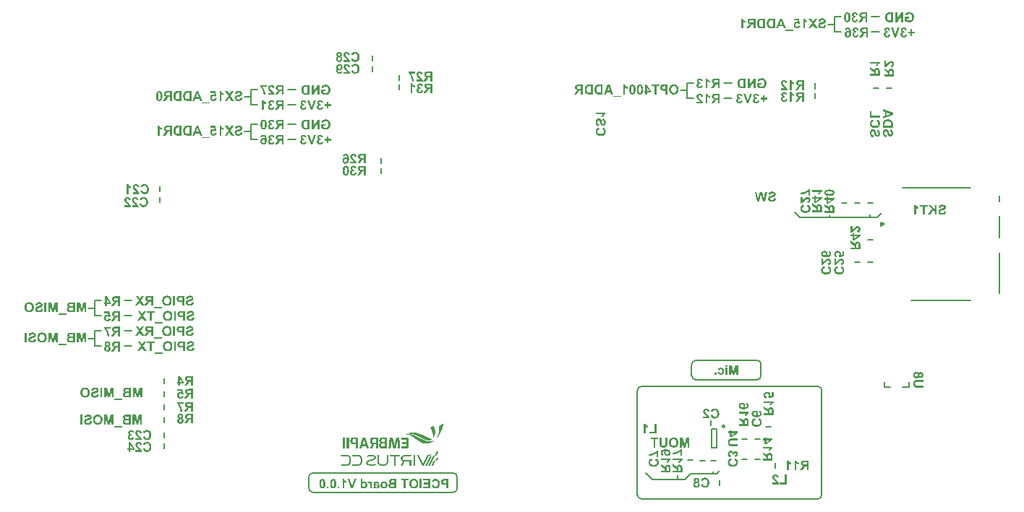
<source format=gbo>
G04*
G04 #@! TF.GenerationSoftware,Altium Limited,Altium Designer,24.9.1 (31)*
G04*
G04 Layer_Color=32896*
%FSLAX44Y44*%
%MOMM*%
G71*
G04*
G04 #@! TF.SameCoordinates,049DD743-820B-4880-A151-0CBBC5A4C6BC*
G04*
G04*
G04 #@! TF.FilePolarity,Positive*
G04*
G01*
G75*
%ADD10C,0.2000*%
%ADD12C,0.2500*%
%ADD117C,0.1500*%
G36*
X606500Y-211200D02*
X602500Y-213200D01*
Y-209200D01*
X606500Y-211200D01*
D02*
G37*
G36*
X78844Y-447849D02*
X78926D01*
Y-448013D01*
X79008D01*
Y-448177D01*
X79090D01*
Y-448341D01*
X79172D01*
Y-448505D01*
X79254D01*
Y-448587D01*
X79336D01*
Y-448751D01*
X79418D01*
Y-448997D01*
X79500D01*
Y-449161D01*
X79582D01*
Y-449325D01*
X79664D01*
Y-449489D01*
X79746D01*
Y-449735D01*
X79828D01*
Y-449898D01*
X79910D01*
Y-450145D01*
X79992D01*
Y-450308D01*
X80074D01*
Y-450554D01*
X80156D01*
Y-450800D01*
X80238D01*
Y-451128D01*
X80320D01*
Y-451374D01*
X80402D01*
Y-451702D01*
X80484D01*
Y-452112D01*
X80566D01*
Y-452522D01*
X80648D01*
Y-453096D01*
X80730D01*
Y-453915D01*
X80812D01*
Y-455719D01*
X80730D01*
Y-456538D01*
X80648D01*
Y-457030D01*
X80566D01*
Y-457440D01*
X80484D01*
Y-457768D01*
X80402D01*
Y-458096D01*
X80320D01*
Y-458424D01*
X80238D01*
Y-458670D01*
X80156D01*
Y-458916D01*
X80074D01*
Y-459161D01*
X79992D01*
Y-459325D01*
X79910D01*
Y-459571D01*
X79828D01*
Y-459735D01*
X79746D01*
Y-459981D01*
X79664D01*
Y-460145D01*
X79582D01*
Y-460309D01*
X79500D01*
Y-460473D01*
X79418D01*
Y-460637D01*
X79336D01*
Y-460719D01*
X79254D01*
Y-460883D01*
X79172D01*
Y-461047D01*
X79090D01*
Y-461211D01*
X79008D01*
Y-461293D01*
X78926D01*
Y-461457D01*
X78844D01*
Y-461539D01*
X78762D01*
Y-461703D01*
X78680D01*
Y-461785D01*
X78598D01*
Y-461867D01*
X78516D01*
Y-462031D01*
X78434D01*
Y-462113D01*
X78352D01*
Y-462195D01*
X78270D01*
Y-462276D01*
X78188D01*
Y-462440D01*
X78106D01*
Y-462522D01*
X78024D01*
Y-462604D01*
X77942D01*
Y-462686D01*
X77860D01*
Y-462768D01*
X77779D01*
Y-462850D01*
X77696D01*
Y-462932D01*
X77615D01*
Y-463014D01*
X77533D01*
Y-463096D01*
X77451D01*
Y-463178D01*
X77369D01*
Y-463260D01*
X77287D01*
Y-463342D01*
X77205D01*
Y-463424D01*
X77041D01*
Y-463506D01*
X76959D01*
Y-463588D01*
X76877D01*
Y-463670D01*
X76713D01*
Y-463752D01*
X76631D01*
Y-463834D01*
X76549D01*
Y-463916D01*
X76385D01*
Y-463998D01*
X76303D01*
Y-464080D01*
X76139D01*
Y-464162D01*
X75975D01*
Y-464244D01*
X75811D01*
Y-464326D01*
X75647D01*
Y-464408D01*
X75483D01*
Y-464490D01*
X75319D01*
Y-464572D01*
X75073D01*
Y-464654D01*
X74827D01*
Y-464736D01*
X74500D01*
Y-464818D01*
X74090D01*
Y-464900D01*
X72532D01*
Y-464818D01*
X72040D01*
Y-464736D01*
X71712D01*
Y-464654D01*
X71303D01*
Y-464572D01*
X71057D01*
Y-464490D01*
X70729D01*
Y-464408D01*
X70483D01*
Y-464326D01*
X70155D01*
Y-464244D01*
X69909D01*
Y-464162D01*
X69663D01*
Y-464080D01*
X69499D01*
Y-463998D01*
X69253D01*
Y-463916D01*
X69007D01*
Y-463834D01*
X68762D01*
Y-463752D01*
X68597D01*
Y-463670D01*
X68352D01*
Y-463588D01*
X68188D01*
Y-463506D01*
X67942D01*
Y-463424D01*
X67778D01*
Y-463342D01*
X67614D01*
Y-463260D01*
X67368D01*
Y-463178D01*
X67204D01*
Y-463096D01*
X67040D01*
Y-463014D01*
X66794D01*
Y-462932D01*
X66630D01*
Y-462850D01*
X66466D01*
Y-462768D01*
X66302D01*
Y-462686D01*
X66138D01*
Y-462604D01*
X65974D01*
Y-462522D01*
X65728D01*
Y-462440D01*
X65564D01*
Y-462359D01*
X65401D01*
Y-462276D01*
X65237D01*
Y-462195D01*
X65073D01*
Y-462113D01*
X64909D01*
Y-462031D01*
X64745D01*
Y-461949D01*
X64581D01*
Y-461867D01*
X64417D01*
Y-461785D01*
X64253D01*
Y-461703D01*
X64089D01*
Y-461621D01*
X63925D01*
Y-461539D01*
X63761D01*
Y-461457D01*
X63597D01*
Y-461375D01*
X63433D01*
Y-461293D01*
X63269D01*
Y-461211D01*
X63023D01*
Y-461129D01*
X62859D01*
Y-461047D01*
X62695D01*
Y-460965D01*
X62531D01*
Y-460883D01*
X62368D01*
Y-460801D01*
X62204D01*
Y-460719D01*
X62040D01*
Y-460637D01*
X61876D01*
Y-460555D01*
X61712D01*
Y-460473D01*
X61548D01*
Y-460391D01*
X61384D01*
Y-460309D01*
X61220D01*
Y-460227D01*
X61056D01*
Y-460145D01*
X60892D01*
Y-460063D01*
X60728D01*
Y-459981D01*
X60564D01*
Y-459899D01*
X60400D01*
Y-459817D01*
X60236D01*
Y-459735D01*
X60072D01*
Y-459653D01*
X59908D01*
Y-459571D01*
X59744D01*
Y-459489D01*
X59499D01*
Y-459408D01*
X59335D01*
Y-459325D01*
X59171D01*
Y-459244D01*
X59007D01*
Y-459161D01*
X58843D01*
Y-459080D01*
X58597D01*
Y-458998D01*
X58433D01*
Y-458916D01*
X58269D01*
Y-458834D01*
X58105D01*
Y-458752D01*
X57859D01*
Y-458670D01*
X57695D01*
Y-458588D01*
X57531D01*
Y-458506D01*
X57285D01*
Y-458424D01*
X57121D01*
Y-458342D01*
X56875D01*
Y-458260D01*
X56711D01*
Y-458178D01*
X56466D01*
Y-458096D01*
X56220D01*
Y-458014D01*
X56056D01*
Y-457932D01*
X55810D01*
Y-457850D01*
X55564D01*
Y-457768D01*
X55318D01*
Y-457686D01*
X55072D01*
Y-457604D01*
X54826D01*
Y-457522D01*
X54580D01*
Y-457440D01*
X54252D01*
Y-457358D01*
X53924D01*
Y-457276D01*
X53596D01*
Y-457194D01*
X53268D01*
Y-457112D01*
X52859D01*
Y-457030D01*
X52367D01*
Y-456948D01*
X51711D01*
Y-456866D01*
X49744D01*
Y-456948D01*
X49252D01*
Y-457030D01*
X48842D01*
Y-457112D01*
X48514D01*
Y-457194D01*
X48268D01*
Y-457276D01*
X48022D01*
Y-457358D01*
X47776D01*
Y-457440D01*
X47612D01*
Y-457522D01*
X47366D01*
Y-457604D01*
X47203D01*
Y-457686D01*
X47039D01*
Y-457604D01*
X47121D01*
Y-457522D01*
X47284D01*
Y-457440D01*
X47448D01*
Y-457358D01*
X47612D01*
Y-457276D01*
X47776D01*
Y-457194D01*
X47940D01*
Y-457112D01*
X48104D01*
Y-457030D01*
X48268D01*
Y-456948D01*
X48432D01*
Y-456866D01*
X48596D01*
Y-456784D01*
X48842D01*
Y-456702D01*
X49006D01*
Y-456620D01*
X49252D01*
Y-456538D01*
X49498D01*
Y-456456D01*
X49744D01*
Y-456374D01*
X49990D01*
Y-456292D01*
X50236D01*
Y-456211D01*
X50482D01*
Y-456129D01*
X50809D01*
Y-456047D01*
X51219D01*
Y-455965D01*
X51629D01*
Y-455883D01*
X52039D01*
Y-455801D01*
X52695D01*
Y-455719D01*
X53678D01*
Y-455637D01*
X55564D01*
Y-455719D01*
X56629D01*
Y-455801D01*
X57285D01*
Y-455883D01*
X57859D01*
Y-455965D01*
X58269D01*
Y-456047D01*
X58761D01*
Y-456129D01*
X59089D01*
Y-456211D01*
X59499D01*
Y-456292D01*
X59826D01*
Y-456374D01*
X60154D01*
Y-456456D01*
X60482D01*
Y-456538D01*
X60810D01*
Y-456620D01*
X61056D01*
Y-456702D01*
X61384D01*
Y-456784D01*
X61630D01*
Y-456866D01*
X61876D01*
Y-456948D01*
X62122D01*
Y-457030D01*
X62368D01*
Y-457112D01*
X62614D01*
Y-457194D01*
X62859D01*
Y-457276D01*
X63105D01*
Y-457358D01*
X63351D01*
Y-457440D01*
X63515D01*
Y-457522D01*
X63761D01*
Y-457604D01*
X64007D01*
Y-457686D01*
X64171D01*
Y-457768D01*
X64417D01*
Y-457850D01*
X64663D01*
Y-457932D01*
X64827D01*
Y-458014D01*
X65073D01*
Y-458096D01*
X65237D01*
Y-458178D01*
X65401D01*
Y-458260D01*
X65647D01*
Y-458342D01*
X65810D01*
Y-458424D01*
X66056D01*
Y-458506D01*
X66220D01*
Y-458588D01*
X66384D01*
Y-458670D01*
X66548D01*
Y-458752D01*
X66794D01*
Y-458834D01*
X66958D01*
Y-458916D01*
X67122D01*
Y-458998D01*
X67286D01*
Y-459080D01*
X67532D01*
Y-459161D01*
X67696D01*
Y-459244D01*
X67860D01*
Y-459325D01*
X68024D01*
Y-459408D01*
X68188D01*
Y-459489D01*
X68352D01*
Y-459571D01*
X68597D01*
Y-459653D01*
X68762D01*
Y-459735D01*
X68925D01*
Y-459817D01*
X69089D01*
Y-459899D01*
X69253D01*
Y-459981D01*
X69417D01*
Y-460063D01*
X69581D01*
Y-460145D01*
X69745D01*
Y-460227D01*
X69909D01*
Y-460309D01*
X70073D01*
Y-460391D01*
X70319D01*
Y-460473D01*
X70483D01*
Y-460555D01*
X70647D01*
Y-460637D01*
X70811D01*
Y-460719D01*
X70975D01*
Y-460801D01*
X71139D01*
Y-460883D01*
X71303D01*
Y-460965D01*
X71467D01*
Y-461047D01*
X71631D01*
Y-461129D01*
X71795D01*
Y-461211D01*
X71958D01*
Y-461293D01*
X72204D01*
Y-461375D01*
X72368D01*
Y-461457D01*
X72532D01*
Y-461539D01*
X72696D01*
Y-461621D01*
X72860D01*
Y-461703D01*
X73024D01*
Y-461785D01*
X73270D01*
Y-461867D01*
X73434D01*
Y-461949D01*
X73598D01*
Y-462031D01*
X73762D01*
Y-462113D01*
X74008D01*
Y-462195D01*
X74172D01*
Y-462276D01*
X74418D01*
Y-462359D01*
X74581D01*
Y-462440D01*
X74827D01*
Y-462522D01*
X75073D01*
Y-462604D01*
X75319D01*
Y-462686D01*
X75565D01*
Y-462768D01*
X75893D01*
Y-462850D01*
X76221D01*
Y-462932D01*
X77205D01*
Y-462850D01*
X77451D01*
Y-462768D01*
X77533D01*
Y-462686D01*
X77696D01*
Y-462604D01*
X77779D01*
Y-462522D01*
X77860D01*
Y-462359D01*
X77942D01*
Y-462276D01*
X78024D01*
Y-462113D01*
X78106D01*
Y-461867D01*
X78188D01*
Y-461621D01*
X78270D01*
Y-461129D01*
X78352D01*
Y-459408D01*
X78270D01*
Y-458752D01*
X78188D01*
Y-458178D01*
X78106D01*
Y-457768D01*
X78024D01*
Y-457358D01*
X77942D01*
Y-457030D01*
X77860D01*
Y-456702D01*
X77779D01*
Y-456374D01*
X77696D01*
Y-456129D01*
X77615D01*
Y-455801D01*
X77533D01*
Y-455555D01*
X77451D01*
Y-455309D01*
X77369D01*
Y-455063D01*
X77287D01*
Y-454817D01*
X77205D01*
Y-454571D01*
X77123D01*
Y-454325D01*
X77041D01*
Y-454079D01*
X76959D01*
Y-453915D01*
X76877D01*
Y-453669D01*
X76795D01*
Y-453505D01*
X76713D01*
Y-453259D01*
X76631D01*
Y-453096D01*
X76549D01*
Y-452932D01*
X76467D01*
Y-452768D01*
X76385D01*
Y-452522D01*
X76303D01*
Y-452358D01*
X76221D01*
Y-452194D01*
X76139D01*
Y-452030D01*
X76057D01*
Y-451866D01*
X75975D01*
Y-451702D01*
X75893D01*
Y-451620D01*
X75811D01*
Y-451456D01*
X75729D01*
Y-451292D01*
X75647D01*
Y-451128D01*
X75565D01*
Y-451046D01*
X75483D01*
Y-450882D01*
X75401D01*
Y-450800D01*
X75319D01*
Y-450636D01*
X75237D01*
Y-450554D01*
X75155D01*
Y-450390D01*
X75073D01*
Y-450308D01*
X74991D01*
Y-450227D01*
X74910D01*
Y-450062D01*
X74991D01*
Y-449981D01*
X75073D01*
Y-449898D01*
X75237D01*
Y-449817D01*
X75401D01*
Y-449735D01*
X75483D01*
Y-449653D01*
X75647D01*
Y-449571D01*
X75811D01*
Y-449489D01*
X75893D01*
Y-449407D01*
X76057D01*
Y-449325D01*
X76221D01*
Y-449243D01*
X76303D01*
Y-449161D01*
X76467D01*
Y-449079D01*
X76631D01*
Y-448997D01*
X76713D01*
Y-448915D01*
X76877D01*
Y-448833D01*
X77041D01*
Y-448751D01*
X77123D01*
Y-448669D01*
X77287D01*
Y-448587D01*
X77451D01*
Y-448505D01*
X77533D01*
Y-448423D01*
X77696D01*
Y-448341D01*
X77860D01*
Y-448259D01*
X77942D01*
Y-448177D01*
X78106D01*
Y-448095D01*
X78270D01*
Y-448013D01*
X78352D01*
Y-447931D01*
X78516D01*
Y-447849D01*
X78680D01*
Y-447767D01*
X78844D01*
Y-447849D01*
D02*
G37*
G36*
X90238Y-445636D02*
X90156D01*
Y-446292D01*
X90075D01*
Y-446866D01*
X89993D01*
Y-447357D01*
X89910D01*
Y-447767D01*
X89829D01*
Y-448177D01*
X89747D01*
Y-448505D01*
X89665D01*
Y-448833D01*
X89583D01*
Y-449243D01*
X89501D01*
Y-449489D01*
X89419D01*
Y-449817D01*
X89337D01*
Y-450062D01*
X89255D01*
Y-450390D01*
X89173D01*
Y-450636D01*
X89091D01*
Y-450882D01*
X89009D01*
Y-451128D01*
X88927D01*
Y-451374D01*
X88845D01*
Y-451620D01*
X88763D01*
Y-451866D01*
X88681D01*
Y-452112D01*
X88599D01*
Y-452276D01*
X88517D01*
Y-452522D01*
X88435D01*
Y-452768D01*
X88353D01*
Y-452932D01*
X88271D01*
Y-453177D01*
X88189D01*
Y-453341D01*
X88107D01*
Y-453505D01*
X88025D01*
Y-453751D01*
X87943D01*
Y-453915D01*
X87861D01*
Y-454079D01*
X87779D01*
Y-454325D01*
X87697D01*
Y-454489D01*
X87615D01*
Y-454653D01*
X87533D01*
Y-454817D01*
X87451D01*
Y-454981D01*
X87369D01*
Y-455145D01*
X87287D01*
Y-455309D01*
X87205D01*
Y-455473D01*
X87123D01*
Y-455637D01*
X87042D01*
Y-455801D01*
X86959D01*
Y-455965D01*
X86877D01*
Y-456129D01*
X86796D01*
Y-456292D01*
X86714D01*
Y-456456D01*
X86632D01*
Y-456620D01*
X86550D01*
Y-456702D01*
X86468D01*
Y-456866D01*
X86386D01*
Y-457030D01*
X86304D01*
Y-457194D01*
X86222D01*
Y-457358D01*
X86140D01*
Y-457440D01*
X86058D01*
Y-457604D01*
X85976D01*
Y-457768D01*
X85894D01*
Y-457850D01*
X85812D01*
Y-458014D01*
X85730D01*
Y-458178D01*
X85648D01*
Y-458260D01*
X85566D01*
Y-458424D01*
X85484D01*
Y-458506D01*
X85402D01*
Y-458670D01*
X85320D01*
Y-458752D01*
X85238D01*
Y-458916D01*
X85156D01*
Y-458998D01*
X85074D01*
Y-459161D01*
X84992D01*
Y-459244D01*
X84910D01*
Y-459408D01*
X84828D01*
Y-459489D01*
X84746D01*
Y-459653D01*
X84664D01*
Y-459735D01*
X84582D01*
Y-459899D01*
X84500D01*
Y-459981D01*
X84418D01*
Y-460063D01*
X84336D01*
Y-460227D01*
X84254D01*
Y-460309D01*
X84172D01*
Y-460391D01*
X84090D01*
Y-460555D01*
X84009D01*
Y-460637D01*
X83926D01*
Y-460719D01*
X83844D01*
Y-460883D01*
X83763D01*
Y-460965D01*
X83681D01*
Y-461047D01*
X83599D01*
Y-461129D01*
X83517D01*
Y-461293D01*
X83435D01*
Y-461375D01*
X83353D01*
Y-461457D01*
X83271D01*
Y-461539D01*
X83189D01*
Y-461703D01*
X83107D01*
Y-461785D01*
X83025D01*
Y-461867D01*
X82943D01*
Y-461949D01*
X82861D01*
Y-462031D01*
X82779D01*
Y-462113D01*
X82697D01*
Y-462195D01*
X82615D01*
Y-462359D01*
X82533D01*
Y-462440D01*
X82451D01*
Y-462522D01*
X82369D01*
Y-462604D01*
X82287D01*
Y-462686D01*
X82205D01*
Y-462768D01*
X82123D01*
Y-462850D01*
X82041D01*
Y-462932D01*
X81959D01*
Y-463014D01*
X81877D01*
Y-463096D01*
X81795D01*
Y-463178D01*
X81713D01*
Y-463260D01*
X81631D01*
Y-463342D01*
X81549D01*
Y-463424D01*
X81467D01*
Y-463506D01*
X81385D01*
Y-463588D01*
X81303D01*
Y-463670D01*
X81221D01*
Y-463752D01*
X81139D01*
Y-463834D01*
X81057D01*
Y-463916D01*
X80976D01*
Y-463998D01*
X80893D01*
Y-464080D01*
X80812D01*
Y-464162D01*
X80730D01*
Y-464244D01*
X80648D01*
Y-464326D01*
X80484D01*
Y-464408D01*
X80402D01*
Y-464490D01*
X80320D01*
Y-464572D01*
X80238D01*
Y-464654D01*
X80156D01*
Y-464736D01*
X79992D01*
Y-464818D01*
X79910D01*
Y-464900D01*
X79828D01*
Y-464982D01*
X79746D01*
Y-465064D01*
X79664D01*
Y-465146D01*
X79500D01*
Y-465228D01*
X79418D01*
Y-465309D01*
X79336D01*
Y-465392D01*
X79172D01*
Y-465473D01*
X79090D01*
Y-465555D01*
X79008D01*
Y-465637D01*
X78844D01*
Y-465719D01*
X78762D01*
Y-465801D01*
X78598D01*
Y-465883D01*
X78516D01*
Y-465965D01*
X78352D01*
Y-466047D01*
X78270D01*
Y-466129D01*
X78106D01*
Y-466211D01*
X78024D01*
Y-466293D01*
X77860D01*
Y-466375D01*
X77779D01*
Y-466457D01*
X77615D01*
Y-466539D01*
X77451D01*
Y-466621D01*
X77369D01*
Y-466703D01*
X77205D01*
Y-466785D01*
X77041D01*
Y-466867D01*
X76877D01*
Y-466949D01*
X76713D01*
Y-467031D01*
X76549D01*
Y-467113D01*
X76385D01*
Y-467195D01*
X76221D01*
Y-467277D01*
X76057D01*
Y-467359D01*
X75893D01*
Y-467441D01*
X75729D01*
Y-467523D01*
X75483D01*
Y-467605D01*
X75319D01*
Y-467687D01*
X75073D01*
Y-467769D01*
X74827D01*
Y-467851D01*
X74581D01*
Y-467933D01*
X74336D01*
Y-468015D01*
X74090D01*
Y-468097D01*
X73762D01*
Y-468179D01*
X73434D01*
Y-468261D01*
X73106D01*
Y-468343D01*
X72614D01*
Y-468424D01*
X72122D01*
Y-468507D01*
X71303D01*
Y-468588D01*
X69253D01*
Y-468507D01*
X68434D01*
Y-468424D01*
X67860D01*
Y-468343D01*
X67368D01*
Y-468261D01*
X67040D01*
Y-468179D01*
X66712D01*
Y-468097D01*
X66466D01*
Y-468015D01*
X66220D01*
Y-467933D01*
X65974D01*
Y-467851D01*
X65728D01*
Y-467769D01*
X65564D01*
Y-467687D01*
X65319D01*
Y-467605D01*
X65155D01*
Y-467523D01*
X64909D01*
Y-467441D01*
X64745D01*
Y-467359D01*
X64581D01*
Y-467277D01*
X64417D01*
Y-467195D01*
X64253D01*
Y-467113D01*
X64089D01*
Y-467031D01*
X63925D01*
Y-466949D01*
X63761D01*
Y-466867D01*
X63597D01*
Y-466785D01*
X63433D01*
Y-466703D01*
X63351D01*
Y-466621D01*
X63187D01*
Y-466539D01*
X63023D01*
Y-466457D01*
X62859D01*
Y-466375D01*
X62777D01*
Y-466293D01*
X62614D01*
Y-466211D01*
X62449D01*
Y-466129D01*
X62368D01*
Y-466047D01*
X62204D01*
Y-465965D01*
X62122D01*
Y-465883D01*
X61958D01*
Y-465801D01*
X61794D01*
Y-465719D01*
X61712D01*
Y-465637D01*
X61548D01*
Y-465555D01*
X61466D01*
Y-465473D01*
X61302D01*
Y-465392D01*
X61220D01*
Y-465309D01*
X61056D01*
Y-465228D01*
X60974D01*
Y-465146D01*
X60810D01*
Y-465064D01*
X60728D01*
Y-464982D01*
X60564D01*
Y-464900D01*
X60482D01*
Y-464818D01*
X60318D01*
Y-464736D01*
X60236D01*
Y-464654D01*
X60072D01*
Y-464572D01*
X59990D01*
Y-464490D01*
X59908D01*
Y-464408D01*
X59744D01*
Y-464326D01*
X59662D01*
Y-464244D01*
X59499D01*
Y-464162D01*
X59416D01*
Y-464080D01*
X59335D01*
Y-463998D01*
X59171D01*
Y-463916D01*
X59089D01*
Y-463834D01*
X58925D01*
Y-463752D01*
X58843D01*
Y-463670D01*
X58761D01*
Y-463588D01*
X58597D01*
Y-463506D01*
X58515D01*
Y-463424D01*
X58351D01*
Y-463342D01*
X58269D01*
Y-463260D01*
X58187D01*
Y-463178D01*
X58023D01*
Y-463096D01*
X57941D01*
Y-463014D01*
X57859D01*
Y-462932D01*
X57695D01*
Y-462850D01*
X57613D01*
Y-462768D01*
X57449D01*
Y-462686D01*
X57367D01*
Y-462604D01*
X57285D01*
Y-462522D01*
X57121D01*
Y-462440D01*
X57039D01*
Y-462359D01*
X56957D01*
Y-462276D01*
X56793D01*
Y-462195D01*
X56711D01*
Y-462113D01*
X56629D01*
Y-462031D01*
X56466D01*
Y-461949D01*
X56384D01*
Y-461867D01*
X56220D01*
Y-461785D01*
X56138D01*
Y-461703D01*
X56056D01*
Y-461621D01*
X55892D01*
Y-461539D01*
X55810D01*
Y-461457D01*
X55646D01*
Y-461375D01*
X55564D01*
Y-461293D01*
X55482D01*
Y-461211D01*
X55318D01*
Y-461129D01*
X55236D01*
Y-461047D01*
X55072D01*
Y-460965D01*
X54990D01*
Y-460883D01*
X54908D01*
Y-460801D01*
X54744D01*
Y-460719D01*
X54662D01*
Y-460637D01*
X54498D01*
Y-460555D01*
X54416D01*
Y-460473D01*
X54252D01*
Y-460391D01*
X54170D01*
Y-460309D01*
X54006D01*
Y-460227D01*
X53924D01*
Y-460145D01*
X53760D01*
Y-460063D01*
X53678D01*
Y-459981D01*
X53514D01*
Y-459899D01*
X53432D01*
Y-459817D01*
X53268D01*
Y-459735D01*
X53105D01*
Y-459653D01*
X53023D01*
Y-459571D01*
X52859D01*
Y-459489D01*
X52695D01*
Y-459408D01*
X52613D01*
Y-459325D01*
X52449D01*
Y-459244D01*
X52285D01*
Y-459161D01*
X52121D01*
Y-459080D01*
X52039D01*
Y-458998D01*
X51875D01*
Y-458916D01*
X51711D01*
Y-458834D01*
X51547D01*
Y-458752D01*
X51383D01*
Y-458670D01*
X51219D01*
Y-458588D01*
X51055D01*
Y-458506D01*
X50809D01*
Y-458424D01*
X50645D01*
Y-458342D01*
X50399D01*
Y-458260D01*
X50236D01*
Y-458178D01*
X49990D01*
Y-458096D01*
X49662D01*
Y-458014D01*
X49334D01*
Y-457932D01*
X48924D01*
Y-457850D01*
X47694D01*
Y-457932D01*
X47284D01*
Y-458014D01*
X47039D01*
Y-458096D01*
X46875D01*
Y-458178D01*
X46711D01*
Y-458260D01*
X46547D01*
Y-458178D01*
X46629D01*
Y-458096D01*
X46711D01*
Y-458014D01*
X46875D01*
Y-457932D01*
X47039D01*
Y-457850D01*
X47203D01*
Y-457768D01*
X47366D01*
Y-457686D01*
X47612D01*
Y-457604D01*
X47940D01*
Y-457522D01*
X48350D01*
Y-457440D01*
X48924D01*
Y-457358D01*
X50645D01*
Y-457440D01*
X51301D01*
Y-457522D01*
X51793D01*
Y-457604D01*
X52285D01*
Y-457686D01*
X52613D01*
Y-457768D01*
X52941D01*
Y-457850D01*
X53268D01*
Y-457932D01*
X53514D01*
Y-458014D01*
X53842D01*
Y-458096D01*
X54088D01*
Y-458178D01*
X54334D01*
Y-458260D01*
X54580D01*
Y-458342D01*
X54826D01*
Y-458424D01*
X54990D01*
Y-458506D01*
X55236D01*
Y-458588D01*
X55400D01*
Y-458670D01*
X55646D01*
Y-458752D01*
X55810D01*
Y-458834D01*
X56056D01*
Y-458916D01*
X56220D01*
Y-458998D01*
X56384D01*
Y-459080D01*
X56629D01*
Y-459161D01*
X56793D01*
Y-459244D01*
X56957D01*
Y-459325D01*
X57121D01*
Y-459408D01*
X57285D01*
Y-459489D01*
X57449D01*
Y-459571D01*
X57613D01*
Y-459653D01*
X57777D01*
Y-459735D01*
X57941D01*
Y-459817D01*
X58105D01*
Y-459899D01*
X58269D01*
Y-459981D01*
X58433D01*
Y-460063D01*
X58597D01*
Y-460145D01*
X58761D01*
Y-460227D01*
X58925D01*
Y-460309D01*
X59089D01*
Y-460391D01*
X59253D01*
Y-460473D01*
X59416D01*
Y-460555D01*
X59580D01*
Y-460637D01*
X59744D01*
Y-460719D01*
X59908D01*
Y-460801D01*
X60072D01*
Y-460883D01*
X60236D01*
Y-460965D01*
X60400D01*
Y-461047D01*
X60564D01*
Y-461129D01*
X60728D01*
Y-461211D01*
X60892D01*
Y-461293D01*
X61056D01*
Y-461375D01*
X61220D01*
Y-461457D01*
X61384D01*
Y-461539D01*
X61548D01*
Y-461621D01*
X61712D01*
Y-461703D01*
X61958D01*
Y-461785D01*
X62122D01*
Y-461867D01*
X62286D01*
Y-461949D01*
X62449D01*
Y-462031D01*
X62614D01*
Y-462113D01*
X62777D01*
Y-462195D01*
X62941D01*
Y-462276D01*
X63105D01*
Y-462359D01*
X63269D01*
Y-462440D01*
X63515D01*
Y-462522D01*
X63679D01*
Y-462604D01*
X63843D01*
Y-462686D01*
X64007D01*
Y-462768D01*
X64171D01*
Y-462850D01*
X64335D01*
Y-462932D01*
X64581D01*
Y-463014D01*
X64745D01*
Y-463096D01*
X64909D01*
Y-463178D01*
X65073D01*
Y-463260D01*
X65237D01*
Y-463342D01*
X65483D01*
Y-463424D01*
X65647D01*
Y-463506D01*
X65810D01*
Y-463588D01*
X65974D01*
Y-463670D01*
X66138D01*
Y-463752D01*
X66384D01*
Y-463834D01*
X66548D01*
Y-463916D01*
X66712D01*
Y-463998D01*
X66958D01*
Y-464080D01*
X67122D01*
Y-464162D01*
X67286D01*
Y-464244D01*
X67532D01*
Y-464326D01*
X67696D01*
Y-464408D01*
X67942D01*
Y-464490D01*
X68106D01*
Y-464572D01*
X68270D01*
Y-464654D01*
X68516D01*
Y-464736D01*
X68679D01*
Y-464818D01*
X68925D01*
Y-464900D01*
X69171D01*
Y-464982D01*
X69335D01*
Y-465064D01*
X69581D01*
Y-465146D01*
X69827D01*
Y-465228D01*
X70073D01*
Y-465309D01*
X70319D01*
Y-465392D01*
X70565D01*
Y-465473D01*
X70893D01*
Y-465555D01*
X71221D01*
Y-465637D01*
X71631D01*
Y-465719D01*
X72122D01*
Y-465801D01*
X72696D01*
Y-465883D01*
X73680D01*
Y-465965D01*
X75237D01*
Y-465883D01*
X76139D01*
Y-465801D01*
X76631D01*
Y-465719D01*
X77041D01*
Y-465637D01*
X77369D01*
Y-465555D01*
X77615D01*
Y-465473D01*
X77860D01*
Y-465392D01*
X78106D01*
Y-465309D01*
X78352D01*
Y-465228D01*
X78516D01*
Y-465146D01*
X78762D01*
Y-465064D01*
X78926D01*
Y-464982D01*
X79090D01*
Y-464900D01*
X79254D01*
Y-464818D01*
X79418D01*
Y-464736D01*
X79582D01*
Y-464654D01*
X79664D01*
Y-464572D01*
X79828D01*
Y-464490D01*
X79992D01*
Y-464408D01*
X80074D01*
Y-464326D01*
X80156D01*
Y-464244D01*
X80320D01*
Y-464162D01*
X80402D01*
Y-464080D01*
X80566D01*
Y-463998D01*
X80648D01*
Y-463916D01*
X80730D01*
Y-463834D01*
X80812D01*
Y-463752D01*
X80893D01*
Y-463670D01*
X81057D01*
Y-463588D01*
X81139D01*
Y-463506D01*
X81221D01*
Y-463424D01*
X81303D01*
Y-463342D01*
X81385D01*
Y-463260D01*
X81467D01*
Y-463178D01*
X81549D01*
Y-463096D01*
X81631D01*
Y-463014D01*
X81713D01*
Y-462850D01*
X81795D01*
Y-462768D01*
X81877D01*
Y-462686D01*
X81959D01*
Y-462604D01*
X82041D01*
Y-462522D01*
X82123D01*
Y-462359D01*
X82205D01*
Y-462276D01*
X82287D01*
Y-462195D01*
X82369D01*
Y-462031D01*
X82451D01*
Y-461949D01*
X82533D01*
Y-461867D01*
X82615D01*
Y-461703D01*
X82697D01*
Y-461621D01*
X82779D01*
Y-461457D01*
X82861D01*
Y-461293D01*
X82943D01*
Y-461211D01*
X83025D01*
Y-461047D01*
X83107D01*
Y-460883D01*
X83189D01*
Y-460719D01*
X83271D01*
Y-460555D01*
X83353D01*
Y-460391D01*
X83435D01*
Y-460227D01*
X83517D01*
Y-460063D01*
X83599D01*
Y-459899D01*
X83681D01*
Y-459735D01*
X83763D01*
Y-459489D01*
X83844D01*
Y-459325D01*
X83926D01*
Y-459080D01*
X84009D01*
Y-458834D01*
X84090D01*
Y-458670D01*
X84172D01*
Y-458424D01*
X84254D01*
Y-458096D01*
X84336D01*
Y-457850D01*
X84418D01*
Y-457604D01*
X84500D01*
Y-457276D01*
X84582D01*
Y-456948D01*
X84664D01*
Y-456538D01*
X84746D01*
Y-456211D01*
X84828D01*
Y-455719D01*
X84910D01*
Y-455227D01*
X84992D01*
Y-454653D01*
X85074D01*
Y-453997D01*
X85156D01*
Y-453096D01*
X85238D01*
Y-451456D01*
X85320D01*
Y-449898D01*
X85238D01*
Y-448095D01*
X85156D01*
Y-448013D01*
X85238D01*
Y-447931D01*
X85402D01*
Y-447849D01*
X85566D01*
Y-447767D01*
X85648D01*
Y-447685D01*
X85812D01*
Y-447603D01*
X85976D01*
Y-447521D01*
X86140D01*
Y-447439D01*
X86222D01*
Y-447357D01*
X86386D01*
Y-447275D01*
X86550D01*
Y-447193D01*
X86632D01*
Y-447112D01*
X86796D01*
Y-447029D01*
X86959D01*
Y-446948D01*
X87123D01*
Y-446866D01*
X87205D01*
Y-446784D01*
X87369D01*
Y-446702D01*
X87533D01*
Y-446620D01*
X87615D01*
Y-446538D01*
X87779D01*
Y-446456D01*
X87943D01*
Y-446374D01*
X88025D01*
Y-446292D01*
X88189D01*
Y-446210D01*
X88353D01*
Y-446128D01*
X88517D01*
Y-446046D01*
X88599D01*
Y-445964D01*
X88763D01*
Y-445882D01*
X88927D01*
Y-445800D01*
X89009D01*
Y-445718D01*
X89173D01*
Y-445636D01*
X89337D01*
Y-445554D01*
X89501D01*
Y-445472D01*
X89583D01*
Y-445390D01*
X89747D01*
Y-445308D01*
X89910D01*
Y-445226D01*
X89993D01*
Y-445144D01*
X90156D01*
Y-445062D01*
X90238D01*
Y-445636D01*
D02*
G37*
G36*
X38759Y-461867D02*
X38841D01*
Y-462850D01*
X38923D01*
Y-463752D01*
X39005D01*
Y-464736D01*
X39087D01*
Y-465637D01*
X39169D01*
Y-466621D01*
X39251D01*
Y-467523D01*
X39333D01*
Y-468424D01*
X39415D01*
Y-469408D01*
X39497D01*
Y-470310D01*
X39579D01*
Y-471293D01*
X39661D01*
Y-472195D01*
X39743D01*
Y-473179D01*
X39825D01*
Y-474081D01*
X39907D01*
Y-474408D01*
X37366D01*
Y-474081D01*
X37284D01*
Y-473097D01*
X37202D01*
Y-472195D01*
X37120D01*
Y-471212D01*
X37038D01*
Y-470310D01*
X36956D01*
Y-469408D01*
X36874D01*
Y-468424D01*
X36792D01*
Y-467523D01*
X36710D01*
Y-466621D01*
X36628D01*
Y-465965D01*
X36546D01*
Y-466293D01*
X36464D01*
Y-466621D01*
X36382D01*
Y-466949D01*
X36300D01*
Y-467277D01*
X36218D01*
Y-467605D01*
X36136D01*
Y-467933D01*
X36054D01*
Y-468261D01*
X35972D01*
Y-468588D01*
X35890D01*
Y-468916D01*
X35808D01*
Y-469244D01*
X35726D01*
Y-469572D01*
X35644D01*
Y-469900D01*
X35562D01*
Y-470228D01*
X35480D01*
Y-470556D01*
X35398D01*
Y-470884D01*
X35316D01*
Y-471212D01*
X35234D01*
Y-471539D01*
X35152D01*
Y-471867D01*
X35071D01*
Y-472195D01*
X34989D01*
Y-472523D01*
X34907D01*
Y-472851D01*
X34825D01*
Y-473179D01*
X34743D01*
Y-473507D01*
X34661D01*
Y-473835D01*
X34579D01*
Y-474163D01*
X34497D01*
Y-474408D01*
X31628D01*
Y-474245D01*
X31546D01*
Y-473917D01*
X31464D01*
Y-473589D01*
X31382D01*
Y-473261D01*
X31300D01*
Y-472933D01*
X31218D01*
Y-472605D01*
X31136D01*
Y-472277D01*
X31054D01*
Y-471867D01*
X30972D01*
Y-471539D01*
X30890D01*
Y-471212D01*
X30808D01*
Y-470884D01*
X30726D01*
Y-470556D01*
X30644D01*
Y-470228D01*
X30562D01*
Y-469900D01*
X30480D01*
Y-469490D01*
X30398D01*
Y-469162D01*
X30316D01*
Y-468834D01*
X30234D01*
Y-468507D01*
X30152D01*
Y-468179D01*
X30070D01*
Y-467851D01*
X29988D01*
Y-467523D01*
X29906D01*
Y-467113D01*
X29824D01*
Y-466785D01*
X29742D01*
Y-466457D01*
X29660D01*
Y-466129D01*
X29578D01*
Y-466211D01*
X29496D01*
Y-467031D01*
X29414D01*
Y-467851D01*
X29332D01*
Y-468670D01*
X29250D01*
Y-469572D01*
X29168D01*
Y-470392D01*
X29086D01*
Y-471212D01*
X29004D01*
Y-472031D01*
X28923D01*
Y-472851D01*
X28840D01*
Y-473671D01*
X28759D01*
Y-474408D01*
X26217D01*
Y-473671D01*
X26299D01*
Y-472851D01*
X26381D01*
Y-471949D01*
X26463D01*
Y-471048D01*
X26545D01*
Y-470146D01*
X26627D01*
Y-469326D01*
X26709D01*
Y-468424D01*
X26791D01*
Y-467523D01*
X26873D01*
Y-466621D01*
X26955D01*
Y-465801D01*
X27037D01*
Y-464900D01*
X27119D01*
Y-463998D01*
X27201D01*
Y-463096D01*
X27283D01*
Y-462195D01*
X27365D01*
Y-461375D01*
X27447D01*
Y-461293D01*
X30972D01*
Y-461621D01*
X31054D01*
Y-461949D01*
X31136D01*
Y-462276D01*
X31218D01*
Y-462604D01*
X31300D01*
Y-462932D01*
X31382D01*
Y-463342D01*
X31464D01*
Y-463670D01*
X31546D01*
Y-463998D01*
X31628D01*
Y-464326D01*
X31710D01*
Y-464654D01*
X31792D01*
Y-464982D01*
X31874D01*
Y-465309D01*
X31955D01*
Y-465637D01*
X32037D01*
Y-466047D01*
X32119D01*
Y-466375D01*
X32201D01*
Y-466703D01*
X32283D01*
Y-467031D01*
X32365D01*
Y-467359D01*
X32447D01*
Y-467687D01*
X32529D01*
Y-468015D01*
X32611D01*
Y-468343D01*
X32693D01*
Y-468752D01*
X32775D01*
Y-469080D01*
X32857D01*
Y-469408D01*
X32939D01*
Y-469736D01*
X33021D01*
Y-470064D01*
X33103D01*
Y-469736D01*
X33185D01*
Y-469408D01*
X33267D01*
Y-469080D01*
X33349D01*
Y-468752D01*
X33431D01*
Y-468424D01*
X33513D01*
Y-468097D01*
X33595D01*
Y-467687D01*
X33677D01*
Y-467359D01*
X33759D01*
Y-467031D01*
X33841D01*
Y-466703D01*
X33923D01*
Y-466375D01*
X34005D01*
Y-466047D01*
X34087D01*
Y-465719D01*
X34169D01*
Y-465392D01*
X34251D01*
Y-465064D01*
X34333D01*
Y-464736D01*
X34415D01*
Y-464326D01*
X34497D01*
Y-463998D01*
X34579D01*
Y-463670D01*
X34661D01*
Y-463342D01*
X34743D01*
Y-463014D01*
X34825D01*
Y-462686D01*
X34907D01*
Y-462359D01*
X34989D01*
Y-462031D01*
X35071D01*
Y-461703D01*
X35152D01*
Y-461375D01*
X35234D01*
Y-461293D01*
X38759D01*
Y-461867D01*
D02*
G37*
G36*
X24414Y-474408D02*
X18102D01*
Y-474327D01*
X17692D01*
Y-474245D01*
X17364D01*
Y-474163D01*
X17118D01*
Y-474081D01*
X16954D01*
Y-473999D01*
X16709D01*
Y-473917D01*
X16626D01*
Y-473835D01*
X16463D01*
Y-473753D01*
X16381D01*
Y-473671D01*
X16217D01*
Y-473589D01*
X16135D01*
Y-473507D01*
X16053D01*
Y-473425D01*
X15971D01*
Y-473343D01*
X15889D01*
Y-473179D01*
X15807D01*
Y-473097D01*
X15725D01*
Y-473015D01*
X15643D01*
Y-472851D01*
X15561D01*
Y-472687D01*
X15479D01*
Y-472523D01*
X15397D01*
Y-472277D01*
X15315D01*
Y-472031D01*
X15233D01*
Y-471622D01*
X15151D01*
Y-470720D01*
X15069D01*
Y-470392D01*
X15151D01*
Y-469736D01*
X15233D01*
Y-469408D01*
X15315D01*
Y-469162D01*
X15397D01*
Y-468916D01*
X15479D01*
Y-468834D01*
X15561D01*
Y-468670D01*
X15643D01*
Y-468507D01*
X15725D01*
Y-468424D01*
X15807D01*
Y-468343D01*
X15889D01*
Y-468261D01*
X15971D01*
Y-468179D01*
X16053D01*
Y-468097D01*
X16135D01*
Y-468015D01*
X16217D01*
Y-467933D01*
X16299D01*
Y-467851D01*
X16463D01*
Y-467769D01*
X16626D01*
Y-467687D01*
X16873D01*
Y-467605D01*
X16790D01*
Y-467523D01*
X16626D01*
Y-467441D01*
X16463D01*
Y-467359D01*
X16381D01*
Y-467277D01*
X16217D01*
Y-467195D01*
X16135D01*
Y-467113D01*
X16053D01*
Y-467031D01*
X15971D01*
Y-466867D01*
X15889D01*
Y-466785D01*
X15807D01*
Y-466621D01*
X15725D01*
Y-466457D01*
X15643D01*
Y-466293D01*
X15561D01*
Y-466129D01*
X15479D01*
Y-465801D01*
X15397D01*
Y-465392D01*
X15315D01*
Y-464244D01*
X15397D01*
Y-463752D01*
X15479D01*
Y-463424D01*
X15561D01*
Y-463260D01*
X15643D01*
Y-463014D01*
X15725D01*
Y-462850D01*
X15807D01*
Y-462768D01*
X15889D01*
Y-462604D01*
X15971D01*
Y-462522D01*
X16053D01*
Y-462440D01*
X16135D01*
Y-462359D01*
X16217D01*
Y-462276D01*
X16299D01*
Y-462195D01*
X16381D01*
Y-462113D01*
X16463D01*
Y-462031D01*
X16545D01*
Y-461949D01*
X16626D01*
Y-461867D01*
X16790D01*
Y-461785D01*
X16954D01*
Y-461703D01*
X17118D01*
Y-461621D01*
X17282D01*
Y-461539D01*
X17528D01*
Y-461457D01*
X17856D01*
Y-461375D01*
X18348D01*
Y-461293D01*
X24414D01*
Y-474408D01*
D02*
G37*
G36*
X13839Y-465555D02*
Y-465637D01*
Y-474408D01*
X11298D01*
Y-469490D01*
X9167D01*
Y-469572D01*
X9085D01*
Y-469736D01*
X9003D01*
Y-469982D01*
X8921D01*
Y-470146D01*
X8839D01*
Y-470310D01*
X8757D01*
Y-470556D01*
X8675D01*
Y-470720D01*
X8593D01*
Y-470884D01*
X8511D01*
Y-471048D01*
X8429D01*
Y-471293D01*
X8347D01*
Y-471457D01*
X8265D01*
Y-471622D01*
X8183D01*
Y-471867D01*
X8101D01*
Y-472031D01*
X8019D01*
Y-472195D01*
X7937D01*
Y-472359D01*
X7855D01*
Y-472605D01*
X7773D01*
Y-472769D01*
X7692D01*
Y-472933D01*
X7610D01*
Y-473179D01*
X7527D01*
Y-473343D01*
X7445D01*
Y-473507D01*
X7364D01*
Y-473671D01*
X7282D01*
Y-473917D01*
X7200D01*
Y-474081D01*
X7118D01*
Y-474245D01*
X7036D01*
Y-474408D01*
X4167D01*
Y-474163D01*
X4249D01*
Y-473999D01*
X4331D01*
Y-473835D01*
X4412D01*
Y-473671D01*
X4494D01*
Y-473507D01*
X4577D01*
Y-473343D01*
X4658D01*
Y-473179D01*
X4740D01*
Y-473015D01*
X4822D01*
Y-472851D01*
X4904D01*
Y-472687D01*
X4986D01*
Y-472523D01*
X5068D01*
Y-472359D01*
X5150D01*
Y-472195D01*
X5232D01*
Y-471949D01*
X5314D01*
Y-471785D01*
X5396D01*
Y-471622D01*
X5478D01*
Y-471457D01*
X5560D01*
Y-471293D01*
X5642D01*
Y-471130D01*
X5724D01*
Y-470966D01*
X5806D01*
Y-470802D01*
X5888D01*
Y-470638D01*
X5970D01*
Y-470474D01*
X6052D01*
Y-470310D01*
X6134D01*
Y-470146D01*
X6216D01*
Y-469982D01*
X6298D01*
Y-469818D01*
X6380D01*
Y-469572D01*
X6462D01*
Y-469408D01*
X6544D01*
Y-469244D01*
X6380D01*
Y-469162D01*
X6134D01*
Y-469080D01*
X5970D01*
Y-468998D01*
X5806D01*
Y-468916D01*
X5724D01*
Y-468834D01*
X5642D01*
Y-468752D01*
X5478D01*
Y-468670D01*
X5396D01*
Y-468507D01*
X5314D01*
Y-468424D01*
X5232D01*
Y-468343D01*
X5150D01*
Y-468179D01*
X5068D01*
Y-468097D01*
X4986D01*
Y-467933D01*
X4904D01*
Y-467687D01*
X4822D01*
Y-467441D01*
X4740D01*
Y-467195D01*
X4658D01*
Y-466785D01*
X4577D01*
Y-465965D01*
X4494D01*
Y-464900D01*
X4577D01*
Y-464162D01*
X4658D01*
Y-463752D01*
X4740D01*
Y-463424D01*
X4822D01*
Y-463260D01*
X4904D01*
Y-463014D01*
X4986D01*
Y-462850D01*
X5068D01*
Y-462686D01*
X5150D01*
Y-462604D01*
X5232D01*
Y-462440D01*
X5314D01*
Y-462359D01*
X5396D01*
Y-462276D01*
X5478D01*
Y-462195D01*
X5560D01*
Y-462113D01*
X5642D01*
Y-462031D01*
X5724D01*
Y-461949D01*
X5888D01*
Y-461867D01*
X5970D01*
Y-461785D01*
X6134D01*
Y-461703D01*
X6298D01*
Y-461621D01*
X6462D01*
Y-461539D01*
X6708D01*
Y-461457D01*
X6954D01*
Y-461375D01*
X7445D01*
Y-461293D01*
X13839D01*
Y-465555D01*
D02*
G37*
G36*
X-1080Y-461375D02*
X-998D01*
Y-461621D01*
X-916D01*
Y-461867D01*
X-834D01*
Y-462113D01*
X-752D01*
Y-462359D01*
X-670D01*
Y-462604D01*
X-588D01*
Y-462850D01*
X-506D01*
Y-463096D01*
X-424D01*
Y-463342D01*
X-342D01*
Y-463588D01*
X-260D01*
Y-463752D01*
X-178D01*
Y-463998D01*
X-96D01*
Y-464244D01*
X-14D01*
Y-464490D01*
X68D01*
Y-464736D01*
X150D01*
Y-464982D01*
X232D01*
Y-465228D01*
X314D01*
Y-465473D01*
X396D01*
Y-465719D01*
X478D01*
Y-465965D01*
X560D01*
Y-466211D01*
X642D01*
Y-466457D01*
X724D01*
Y-466703D01*
X806D01*
Y-466949D01*
X888D01*
Y-467195D01*
X970D01*
Y-467441D01*
X1052D01*
Y-467687D01*
X1134D01*
Y-467933D01*
X1216D01*
Y-468179D01*
X1298D01*
Y-468424D01*
X1380D01*
Y-468670D01*
X1461D01*
Y-468916D01*
X1543D01*
Y-469162D01*
X1625D01*
Y-469408D01*
X1707D01*
Y-469654D01*
X1789D01*
Y-469900D01*
X1871D01*
Y-470146D01*
X1953D01*
Y-470392D01*
X2035D01*
Y-470638D01*
X2117D01*
Y-470802D01*
X2199D01*
Y-471048D01*
X2281D01*
Y-471293D01*
X2363D01*
Y-471539D01*
X2445D01*
Y-471785D01*
X2527D01*
Y-472031D01*
X2609D01*
Y-472277D01*
X2691D01*
Y-472523D01*
X2773D01*
Y-472769D01*
X2855D01*
Y-473015D01*
X2937D01*
Y-473261D01*
X3019D01*
Y-473507D01*
X3101D01*
Y-473753D01*
X3183D01*
Y-473999D01*
X3265D01*
Y-474245D01*
X3347D01*
Y-474408D01*
X560D01*
Y-474163D01*
X478D01*
Y-473917D01*
X396D01*
Y-473671D01*
X314D01*
Y-473425D01*
X232D01*
Y-473179D01*
X150D01*
Y-472933D01*
X68D01*
Y-472687D01*
X-14D01*
Y-472359D01*
X-96D01*
Y-472113D01*
X-178D01*
Y-471867D01*
X-260D01*
Y-471622D01*
X-342D01*
Y-471539D01*
X-4604D01*
Y-471785D01*
X-4687D01*
Y-472031D01*
X-4769D01*
Y-472359D01*
X-4850D01*
Y-472605D01*
X-4932D01*
Y-472851D01*
X-5014D01*
Y-473097D01*
X-5096D01*
Y-473343D01*
X-5178D01*
Y-473589D01*
X-5260D01*
Y-473835D01*
X-5342D01*
Y-474081D01*
X-5424D01*
Y-474408D01*
X-8211D01*
Y-474245D01*
X-8129D01*
Y-473999D01*
X-8047D01*
Y-473753D01*
X-7965D01*
Y-473507D01*
X-7883D01*
Y-473261D01*
X-7801D01*
Y-473179D01*
Y-473015D01*
X-7720D01*
Y-472769D01*
X-7638D01*
Y-472523D01*
X-7556D01*
Y-472195D01*
X-7474D01*
Y-471949D01*
X-7392D01*
Y-471703D01*
X-7310D01*
Y-471457D01*
X-7228D01*
Y-471212D01*
X-7146D01*
Y-470966D01*
X-7064D01*
Y-470720D01*
X-6982D01*
Y-470474D01*
X-6900D01*
Y-470228D01*
X-6818D01*
Y-469982D01*
X-6736D01*
Y-469736D01*
X-6654D01*
Y-469490D01*
X-6572D01*
Y-469244D01*
X-6490D01*
Y-468916D01*
X-6408D01*
Y-468670D01*
X-6326D01*
Y-468424D01*
X-6244D01*
Y-468179D01*
X-6162D01*
Y-467933D01*
X-6080D01*
Y-467687D01*
X-5998D01*
Y-467441D01*
X-5916D01*
Y-467195D01*
X-5834D01*
Y-466949D01*
X-5752D01*
Y-466703D01*
X-5670D01*
Y-466457D01*
X-5588D01*
Y-466211D01*
X-5506D01*
Y-465965D01*
X-5424D01*
Y-465719D01*
X-5342D01*
Y-465392D01*
X-5260D01*
Y-465146D01*
X-5178D01*
Y-464900D01*
X-5096D01*
Y-464654D01*
X-5014D01*
Y-464408D01*
X-4932D01*
Y-464162D01*
X-4850D01*
Y-463916D01*
X-4769D01*
Y-463670D01*
X-4687D01*
Y-463424D01*
X-4604D01*
Y-463178D01*
X-4523D01*
Y-462932D01*
X-4441D01*
Y-462686D01*
X-4359D01*
Y-462440D01*
X-4277D01*
Y-462113D01*
X-4195D01*
Y-461867D01*
X-4113D01*
Y-461621D01*
X-4031D01*
Y-461375D01*
X-3949D01*
Y-461293D01*
X-1080D01*
Y-461375D01*
D02*
G37*
G36*
X-9277Y-474408D02*
X-11900D01*
Y-469572D01*
X-16163D01*
Y-469490D01*
X-16491D01*
Y-469408D01*
X-16737D01*
Y-469326D01*
X-16901D01*
Y-469244D01*
X-17064D01*
Y-469162D01*
X-17146D01*
Y-469080D01*
X-17310D01*
Y-468998D01*
X-17392D01*
Y-468916D01*
X-17474D01*
Y-468834D01*
X-17556D01*
Y-468752D01*
X-17638D01*
Y-468670D01*
X-17720D01*
Y-468588D01*
X-17802D01*
Y-468507D01*
X-17884D01*
Y-468343D01*
X-17966D01*
Y-468261D01*
X-18048D01*
Y-468097D01*
X-18130D01*
Y-467933D01*
X-18212D01*
Y-467687D01*
X-18294D01*
Y-467441D01*
X-18376D01*
Y-467113D01*
X-18458D01*
Y-466703D01*
X-18540D01*
Y-465965D01*
X-18622D01*
Y-464818D01*
X-18540D01*
Y-464080D01*
X-18458D01*
Y-463752D01*
X-18376D01*
Y-463424D01*
X-18294D01*
Y-463178D01*
X-18212D01*
Y-463014D01*
X-18130D01*
Y-462850D01*
X-18048D01*
Y-462686D01*
X-17966D01*
Y-462604D01*
X-17884D01*
Y-462440D01*
X-17802D01*
Y-462359D01*
X-17720D01*
Y-462276D01*
X-17638D01*
Y-462195D01*
X-17556D01*
Y-462113D01*
X-17474D01*
Y-462031D01*
X-17392D01*
Y-461949D01*
X-17310D01*
Y-461867D01*
X-17146D01*
Y-461785D01*
X-16983D01*
Y-461703D01*
X-16901D01*
Y-461621D01*
X-16655D01*
Y-461539D01*
X-16409D01*
Y-461457D01*
X-16163D01*
Y-461375D01*
X-15671D01*
Y-461293D01*
X-9277D01*
Y-474408D01*
D02*
G37*
G36*
X-20179Y-469900D02*
Y-469982D01*
Y-474408D01*
X-22803D01*
Y-461293D01*
X-20179D01*
Y-469900D01*
D02*
G37*
G36*
X-24606Y-461375D02*
X-24524D01*
Y-474327D01*
X-24606D01*
Y-474408D01*
X-27147D01*
Y-461293D01*
X-24606D01*
Y-461375D01*
D02*
G37*
G36*
X47448D02*
X47940D01*
Y-461457D01*
X48186D01*
Y-461539D01*
X48350D01*
Y-461621D01*
X48514D01*
Y-461703D01*
X48678D01*
Y-461785D01*
X48760D01*
Y-461867D01*
X48924D01*
Y-461949D01*
X49006D01*
Y-462031D01*
X49088D01*
Y-462113D01*
X49170D01*
Y-462276D01*
X49252D01*
Y-462359D01*
X49334D01*
Y-462522D01*
X49416D01*
Y-462686D01*
X49498D01*
Y-462850D01*
X49580D01*
Y-463178D01*
X49662D01*
Y-463752D01*
X49744D01*
Y-472113D01*
X49662D01*
Y-472687D01*
X49580D01*
Y-472933D01*
X49498D01*
Y-473179D01*
X49416D01*
Y-473343D01*
X49334D01*
Y-473425D01*
X49252D01*
Y-473589D01*
X49170D01*
Y-473671D01*
X49088D01*
Y-473753D01*
X49006D01*
Y-473835D01*
X48924D01*
Y-473917D01*
X48842D01*
Y-473999D01*
X48678D01*
Y-474081D01*
X48596D01*
Y-474163D01*
X48432D01*
Y-474245D01*
X48186D01*
Y-474327D01*
X47940D01*
Y-474408D01*
X47448D01*
Y-474491D01*
X45973D01*
Y-474408D01*
X44088D01*
Y-474327D01*
X42530D01*
Y-474245D01*
X41382D01*
Y-474163D01*
X41055D01*
Y-472031D01*
X46629D01*
Y-471949D01*
X46875D01*
Y-471867D01*
X46957D01*
Y-471785D01*
X47039D01*
Y-471622D01*
X47121D01*
Y-469162D01*
X45809D01*
Y-469080D01*
X43104D01*
Y-468998D01*
X41874D01*
Y-466867D01*
X42776D01*
Y-466785D01*
X45235D01*
Y-466703D01*
X47121D01*
Y-464162D01*
X47039D01*
Y-463998D01*
X46957D01*
Y-463916D01*
X46875D01*
Y-463834D01*
X46711D01*
Y-463752D01*
X41055D01*
Y-461621D01*
X41136D01*
Y-461539D01*
X42038D01*
Y-461457D01*
X43514D01*
Y-461375D01*
X45645D01*
Y-461293D01*
X47448D01*
Y-461375D01*
D02*
G37*
G36*
X76102Y-480742D02*
X76149Y-480789D01*
X76168Y-480959D01*
X76149Y-481016D01*
X76130Y-481054D01*
X75998Y-481129D01*
X75979Y-481337D01*
X75961Y-481412D01*
X75838Y-481478D01*
X75810Y-481506D01*
X75791Y-481751D01*
X75744Y-481799D01*
X75687Y-481817D01*
X75602Y-481921D01*
X75621Y-482053D01*
X75602Y-482129D01*
X75480Y-482195D01*
X75451Y-482223D01*
X75433Y-482430D01*
X75414Y-482506D01*
X75367Y-482534D01*
X75234Y-482553D01*
X75178Y-482534D01*
X73811Y-482544D01*
X73575Y-482534D01*
X73490Y-482562D01*
X73433Y-482657D01*
X73405Y-482685D01*
X73311Y-482742D01*
X73282Y-482770D01*
X73264Y-482958D01*
X73245Y-483034D01*
X73094Y-483128D01*
X73075Y-483373D01*
X73047Y-483402D01*
X72952Y-483458D01*
X72924Y-483487D01*
X72896Y-483553D01*
X72905Y-483675D01*
X72877Y-483760D01*
X72783Y-483817D01*
X72735Y-483864D01*
X72716Y-484052D01*
X72698Y-484128D01*
X72575Y-484194D01*
X72547Y-484222D01*
X72528Y-484335D01*
X72547Y-484392D01*
X72519Y-484477D01*
X72424Y-484533D01*
X72377Y-484581D01*
X72358Y-484769D01*
X72339Y-484845D01*
X72217Y-484911D01*
X72189Y-484939D01*
X72170Y-485184D01*
X72141Y-485212D01*
X72047Y-485269D01*
X72019Y-485297D01*
X71990Y-485363D01*
X72000Y-485486D01*
X71981Y-485561D01*
X71830Y-485656D01*
X71811Y-485863D01*
X71792Y-485939D01*
X71670Y-486005D01*
X71641Y-486033D01*
X71623Y-486127D01*
X71641Y-486184D01*
X71613Y-486287D01*
X71519Y-486344D01*
X71472Y-486391D01*
X71453Y-486580D01*
X71434Y-486655D01*
X71311Y-486721D01*
X71283Y-486750D01*
X71264Y-486995D01*
X71236Y-487023D01*
X71142Y-487080D01*
X71076Y-487164D01*
X71094Y-487297D01*
X71076Y-487372D01*
X70925Y-487466D01*
X70906Y-487674D01*
X70887Y-487749D01*
X70783Y-487796D01*
X70736Y-487844D01*
X70717Y-487938D01*
X70736Y-487994D01*
X70708Y-488098D01*
X70613Y-488155D01*
X70566Y-488202D01*
X70547Y-488391D01*
X70529Y-488466D01*
X70406Y-488532D01*
X70378Y-488560D01*
X70359Y-488805D01*
X70331Y-488834D01*
X70236Y-488890D01*
X70170Y-488975D01*
X70189Y-489107D01*
X70170Y-489183D01*
X70019Y-489277D01*
X70001Y-489522D01*
X69972Y-489551D01*
X69878Y-489607D01*
X69831Y-489654D01*
X69812Y-489748D01*
X69831Y-489805D01*
X69802Y-489909D01*
X69708Y-489965D01*
X69661Y-490013D01*
X69642Y-490201D01*
X69623Y-490277D01*
X69501Y-490343D01*
X69472Y-490371D01*
X69454Y-490616D01*
X69406Y-490663D01*
X69350Y-490682D01*
X69265Y-490786D01*
X69284Y-490918D01*
X69265Y-490993D01*
X69142Y-491059D01*
X69114Y-491088D01*
X69095Y-491333D01*
X69067Y-491361D01*
X68973Y-491418D01*
X68925Y-491465D01*
X68907Y-491559D01*
X68925Y-491616D01*
X68907Y-491710D01*
X68756Y-491804D01*
X68737Y-492012D01*
X68718Y-492087D01*
X68595Y-492153D01*
X68558Y-492210D01*
X68539Y-492436D01*
X68444Y-492493D01*
X68360Y-492597D01*
X68379Y-492729D01*
X68360Y-492804D01*
X68237Y-492870D01*
X68209Y-492898D01*
X68190Y-493144D01*
X68162Y-493172D01*
X68067Y-493228D01*
X68020Y-493275D01*
X68001Y-493370D01*
X68020Y-493426D01*
X68001Y-493521D01*
X67850Y-493615D01*
X67832Y-493860D01*
X67803Y-493889D01*
X67709Y-493945D01*
X67662Y-493992D01*
X67643Y-494237D01*
X67596Y-494285D01*
X65596Y-494303D01*
X65521Y-494285D01*
X65493Y-494256D01*
X65474Y-494011D01*
X65446Y-493983D01*
X65351Y-493926D01*
X65285Y-493841D01*
X65295Y-493719D01*
X65285Y-493634D01*
X65134Y-493540D01*
X65115Y-493294D01*
X65087Y-493266D01*
X64993Y-493209D01*
X64936Y-493153D01*
X64917Y-492908D01*
X64823Y-492851D01*
X64795Y-492823D01*
X64738Y-492729D01*
X64757Y-492672D01*
X64738Y-492540D01*
X64616Y-492474D01*
X64587Y-492446D01*
X64569Y-492200D01*
X64540Y-492172D01*
X64446Y-492116D01*
X64399Y-492068D01*
X64380Y-491974D01*
X64399Y-491917D01*
X64380Y-491823D01*
X64257Y-491757D01*
X64229Y-491729D01*
X64210Y-491484D01*
X64182Y-491455D01*
X64088Y-491399D01*
X64040Y-491352D01*
X64022Y-491106D01*
X63871Y-491012D01*
X63833Y-490918D01*
X63852Y-490861D01*
X63833Y-490729D01*
X63710Y-490663D01*
X63682Y-490635D01*
X63663Y-490390D01*
X63616Y-490343D01*
X63559Y-490324D01*
X63493Y-490258D01*
X63475Y-490163D01*
X63493Y-490107D01*
X63475Y-490013D01*
X63352Y-489947D01*
X63324Y-489918D01*
X63305Y-489673D01*
X63277Y-489645D01*
X63182Y-489588D01*
X63126Y-489532D01*
X63107Y-489286D01*
X62975Y-489211D01*
X62928Y-489126D01*
X62947Y-489013D01*
X62928Y-488937D01*
X62899Y-488909D01*
X62805Y-488853D01*
X62767Y-488815D01*
X62748Y-488570D01*
X62654Y-488513D01*
X62588Y-488447D01*
X62569Y-488353D01*
X62588Y-488277D01*
X62550Y-488183D01*
X62447Y-488136D01*
X62418Y-488108D01*
X62400Y-487862D01*
X62371Y-487834D01*
X62277Y-487777D01*
X62220Y-487721D01*
X62201Y-487476D01*
X62070Y-487400D01*
X62022Y-487315D01*
X62041Y-487202D01*
X62013Y-487117D01*
X61919Y-487061D01*
X61872Y-487014D01*
X61853Y-486825D01*
X61834Y-486750D01*
X61711Y-486684D01*
X61664Y-486618D01*
X61673Y-486495D01*
X61664Y-486410D01*
X61636Y-486382D01*
X61541Y-486325D01*
X61513Y-486297D01*
X61494Y-486108D01*
X61466Y-486023D01*
X61372Y-485967D01*
X61325Y-485920D01*
X61306Y-485731D01*
X61287Y-485656D01*
X61202Y-485608D01*
X61164Y-485590D01*
X61117Y-485505D01*
X61136Y-485392D01*
X61108Y-485307D01*
X61013Y-485250D01*
X60966Y-485203D01*
X60947Y-485014D01*
X60928Y-484939D01*
X60806Y-484873D01*
X60759Y-484807D01*
X60768Y-484684D01*
X60759Y-484599D01*
X60730Y-484571D01*
X60636Y-484515D01*
X60608Y-484486D01*
X60589Y-484298D01*
X60570Y-484222D01*
X60419Y-484128D01*
X60400Y-483920D01*
X60381Y-483845D01*
X60268Y-483788D01*
X60212Y-483694D01*
X60230Y-483581D01*
X60202Y-483496D01*
X60108Y-483439D01*
X60061Y-483392D01*
X60042Y-483204D01*
X60023Y-483128D01*
X59900Y-483062D01*
X59853Y-482996D01*
X59863Y-482874D01*
X59853Y-482789D01*
X59825Y-482761D01*
X59731Y-482704D01*
X59702Y-482676D01*
X59683Y-482487D01*
X59655Y-482402D01*
X59561Y-482346D01*
X59514Y-482298D01*
X59495Y-482261D01*
X59476Y-482185D01*
X59514Y-482053D01*
X59542Y-482025D01*
X59608Y-481997D01*
X60994Y-482006D01*
X61353Y-481987D01*
X61438Y-482015D01*
X61494Y-482110D01*
X61522Y-482138D01*
X61617Y-482195D01*
X61645Y-482223D01*
X61673Y-482289D01*
X61664Y-482411D01*
X61683Y-482487D01*
X61834Y-482581D01*
X61853Y-482789D01*
X61872Y-482864D01*
X61975Y-482911D01*
X62022Y-482958D01*
X62041Y-483053D01*
X62022Y-483109D01*
X62051Y-483213D01*
X62145Y-483270D01*
X62192Y-483317D01*
X62211Y-483373D01*
Y-483392D01*
Y-483506D01*
X62230Y-483581D01*
X62352Y-483647D01*
X62381Y-483675D01*
X62400Y-483920D01*
X62428Y-483949D01*
X62522Y-484005D01*
X62550Y-484034D01*
X62579Y-484100D01*
X62569Y-484222D01*
X62588Y-484298D01*
X62739Y-484392D01*
X62758Y-484637D01*
X62786Y-484665D01*
X62881Y-484722D01*
X62928Y-484769D01*
X62947Y-484864D01*
X62928Y-484920D01*
X62956Y-485024D01*
X63050Y-485080D01*
X63097Y-485128D01*
X63116Y-485316D01*
X63135Y-485392D01*
X63258Y-485458D01*
X63286Y-485486D01*
X63305Y-485731D01*
X63352Y-485778D01*
X63409Y-485797D01*
X63437Y-485825D01*
X63484Y-485891D01*
X63475Y-486033D01*
X63493Y-486108D01*
X63616Y-486174D01*
X63644Y-486203D01*
X63663Y-486448D01*
X63692Y-486476D01*
X63786Y-486533D01*
X63833Y-486580D01*
X63852Y-486674D01*
X63833Y-486731D01*
X63852Y-486825D01*
X64003Y-486919D01*
X64022Y-487127D01*
X64040Y-487202D01*
X64163Y-487268D01*
X64201Y-487325D01*
X64220Y-487551D01*
X64314Y-487608D01*
X64361Y-487655D01*
X64389Y-487721D01*
X64380Y-487844D01*
X64399Y-487919D01*
X64521Y-487985D01*
X64550Y-488013D01*
X64569Y-488259D01*
X64597Y-488287D01*
X64691Y-488343D01*
X64738Y-488391D01*
X64757Y-488485D01*
X64738Y-488541D01*
X64757Y-488636D01*
X64908Y-488730D01*
X64927Y-488975D01*
X64955Y-489003D01*
X65050Y-489060D01*
X65106Y-489117D01*
X65125Y-489362D01*
X65219Y-489418D01*
X65248Y-489447D01*
X65295Y-489513D01*
X65285Y-489654D01*
X65304Y-489730D01*
X65427Y-489796D01*
X65455Y-489824D01*
X65474Y-490069D01*
X65502Y-490097D01*
X65596Y-490154D01*
X65644Y-490201D01*
X65662Y-490295D01*
X65644Y-490352D01*
X65662Y-490446D01*
X65813Y-490541D01*
X65832Y-490786D01*
X65861Y-490814D01*
X65955Y-490871D01*
X66012Y-490927D01*
X66030Y-491172D01*
X66162Y-491248D01*
X66200Y-491323D01*
X66191Y-491502D01*
X66238Y-491550D01*
X66332Y-491606D01*
X66360Y-491635D01*
X66379Y-491880D01*
X66436Y-491936D01*
X66540Y-491965D01*
X66672Y-491946D01*
X66728Y-491889D01*
X66747Y-491644D01*
X66879Y-491569D01*
X66907Y-491540D01*
X66926Y-491295D01*
X66954Y-491267D01*
X67049Y-491210D01*
X67077Y-491182D01*
X67105Y-491116D01*
X67096Y-490993D01*
X67115Y-490918D01*
X67266Y-490824D01*
X67285Y-490616D01*
X67303Y-490541D01*
X67407Y-490494D01*
X67454Y-490446D01*
X67473Y-490352D01*
X67454Y-490277D01*
X67483Y-490192D01*
X67577Y-490135D01*
X67624Y-490088D01*
X67643Y-489899D01*
X67662Y-489824D01*
X67784Y-489758D01*
X67813Y-489730D01*
X67832Y-489484D01*
X67860Y-489456D01*
X67954Y-489400D01*
X67982Y-489371D01*
X68011Y-489305D01*
X68001Y-489183D01*
X68020Y-489107D01*
X68171Y-489013D01*
X68190Y-488768D01*
X68218Y-488739D01*
X68313Y-488683D01*
X68360Y-488636D01*
X68379Y-488541D01*
X68360Y-488466D01*
X68388Y-488381D01*
X68482Y-488325D01*
X68529Y-488277D01*
X68548Y-488089D01*
X68567Y-488013D01*
X68690Y-487947D01*
X68718Y-487919D01*
X68737Y-487674D01*
X68784Y-487627D01*
X68841Y-487608D01*
X68888Y-487561D01*
X68916Y-487495D01*
X68907Y-487372D01*
X68925Y-487297D01*
X69048Y-487230D01*
X69076Y-487202D01*
X69095Y-486957D01*
X69124Y-486929D01*
X69218Y-486872D01*
X69265Y-486825D01*
X69284Y-486731D01*
X69265Y-486655D01*
X69284Y-486580D01*
X69435Y-486485D01*
X69454Y-486278D01*
X69472Y-486203D01*
X69595Y-486137D01*
X69633Y-486080D01*
X69652Y-485854D01*
X69746Y-485797D01*
X69793Y-485750D01*
X69821Y-485684D01*
X69812Y-485561D01*
X69831Y-485486D01*
X69953Y-485420D01*
X69982Y-485392D01*
X70001Y-485146D01*
X70029Y-485118D01*
X70123Y-485061D01*
X70189Y-484977D01*
X70170Y-484845D01*
X70189Y-484769D01*
X70340Y-484675D01*
X70359Y-484467D01*
X70378Y-484392D01*
X70491Y-484335D01*
X70538Y-484269D01*
X70557Y-484043D01*
X70651Y-483986D01*
X70698Y-483939D01*
X70727Y-483873D01*
X70717Y-483751D01*
X70736Y-483675D01*
X70859Y-483609D01*
X70887Y-483581D01*
X70906Y-483336D01*
X70934Y-483307D01*
X71028Y-483251D01*
X71076Y-483204D01*
X71094Y-483128D01*
X71076Y-483072D01*
X71094Y-482958D01*
X71245Y-482864D01*
X71264Y-482619D01*
X71293Y-482591D01*
X71396Y-482525D01*
X71443Y-482459D01*
X71462Y-482232D01*
X71557Y-482176D01*
X71641Y-482072D01*
X71660Y-482034D01*
X71689Y-482006D01*
X71839Y-481987D01*
X71896Y-482006D01*
X73245Y-481997D01*
X73499Y-482006D01*
X73575Y-481987D01*
X73603Y-481959D01*
X73622Y-481751D01*
X73641Y-481676D01*
X73745Y-481629D01*
X73792Y-481582D01*
X73811Y-481487D01*
X73792Y-481412D01*
X73820Y-481327D01*
X73914Y-481270D01*
X73961Y-481223D01*
X73980Y-481035D01*
X73999Y-480959D01*
X74046Y-480931D01*
X74084Y-480912D01*
X74150Y-480846D01*
X74169Y-480808D01*
X74235Y-480742D01*
X74329Y-480723D01*
X74518Y-480742D01*
X74574Y-480723D01*
X75772Y-480733D01*
X75970Y-480723D01*
X76102Y-480742D01*
D02*
G37*
G36*
X57090Y-482006D02*
X57119Y-482034D01*
X57147Y-482100D01*
X57137Y-493860D01*
X57156Y-494162D01*
X57137Y-494237D01*
X57090Y-494285D01*
X55544Y-494303D01*
X55449D01*
X55374Y-494285D01*
X55346Y-494256D01*
X55327Y-482129D01*
X55346Y-482053D01*
X55374Y-482025D01*
X55440Y-481997D01*
X56769Y-482006D01*
X56958Y-481987D01*
X57090Y-482006D01*
D02*
G37*
G36*
X52922D02*
X52969Y-482053D01*
X52988Y-482223D01*
X52960Y-482308D01*
X52865Y-482364D01*
X52809Y-482421D01*
X52790Y-482666D01*
X52629Y-482770D01*
X52611Y-482883D01*
X52629Y-482940D01*
X52611Y-483015D01*
X52582Y-483043D01*
X52488Y-483100D01*
X52460Y-483128D01*
X52441Y-483373D01*
X52413Y-483402D01*
X52318Y-483458D01*
X52271Y-483506D01*
X52252Y-483751D01*
X52167Y-483817D01*
X51969Y-483807D01*
X51451Y-483817D01*
X44925D01*
X44623Y-483798D01*
X44519Y-483826D01*
X44463Y-483920D01*
X44415Y-483968D01*
X44349Y-483996D01*
X43869Y-483986D01*
X43793Y-484005D01*
X43699Y-484156D01*
X43604Y-484175D01*
X43359Y-484156D01*
X43256Y-484184D01*
X43199Y-484279D01*
X43152Y-484326D01*
X43114Y-484345D01*
X43029Y-484430D01*
X43010Y-484467D01*
X42982Y-484496D01*
X42944Y-484515D01*
X42860Y-484599D01*
X42812Y-484665D01*
X42718Y-484722D01*
X42671Y-484769D01*
X42652Y-484864D01*
X42671Y-484920D01*
X42643Y-485024D01*
X42548Y-485080D01*
X42501Y-485128D01*
X42473Y-485193D01*
X42482Y-486504D01*
X42463Y-486750D01*
X42501Y-486844D01*
X42633Y-486919D01*
X42661Y-486985D01*
X42652Y-487108D01*
X42671Y-487183D01*
X42756Y-487249D01*
X42793Y-487268D01*
X42841Y-487334D01*
X42860Y-487372D01*
X42973Y-487448D01*
X43029Y-487542D01*
X43076Y-487589D01*
X43265Y-487608D01*
X43341Y-487627D01*
X43407Y-487749D01*
X43435Y-487759D01*
X43472Y-487796D01*
X43793Y-487777D01*
X43878Y-487806D01*
X43935Y-487900D01*
X43982Y-487947D01*
X44048Y-487976D01*
X45113Y-487966D01*
X45161Y-488013D01*
X45217Y-488108D01*
X45245Y-488136D01*
X52299Y-488155D01*
X52432Y-488136D01*
X52564Y-488155D01*
X52592Y-488183D01*
X52620Y-488249D01*
X52611Y-493860D01*
X52629Y-494162D01*
X52611Y-494237D01*
X52564Y-494285D01*
X50923Y-494303D01*
X50847Y-494285D01*
X50819Y-494256D01*
X50800Y-490220D01*
X50819Y-489918D01*
X50800Y-489843D01*
X50753Y-489796D01*
X44906Y-489777D01*
X44878Y-489805D01*
X44812Y-489909D01*
X44717Y-489965D01*
X44670Y-490013D01*
X44651Y-490201D01*
X44632Y-490277D01*
X44510Y-490343D01*
X44482Y-490371D01*
X44463Y-490484D01*
X44482Y-490541D01*
X44463Y-490616D01*
X44434Y-490644D01*
X44340Y-490701D01*
X44312Y-490729D01*
X44293Y-490918D01*
X44274Y-490993D01*
X44123Y-491088D01*
X44104Y-491295D01*
X44085Y-491371D01*
X43982Y-491418D01*
X43953Y-491446D01*
X43925Y-491512D01*
X43935Y-491635D01*
X43906Y-491720D01*
X43812Y-491776D01*
X43765Y-491823D01*
X43746Y-492012D01*
X43727Y-492087D01*
X43604Y-492153D01*
X43557Y-492219D01*
X43567Y-492342D01*
X43557Y-492427D01*
X43529Y-492455D01*
X43435Y-492512D01*
X43407Y-492540D01*
X43388Y-492729D01*
X43369Y-492804D01*
X43218Y-492898D01*
X43199Y-493144D01*
X43171Y-493172D01*
X43076Y-493228D01*
X43048Y-493257D01*
X43020Y-493323D01*
X43029Y-493445D01*
X43001Y-493530D01*
X42907Y-493587D01*
X42860Y-493634D01*
X42841Y-493823D01*
X42822Y-493898D01*
X42699Y-493964D01*
X42671Y-493992D01*
X42652Y-494200D01*
X42624Y-494285D01*
X40738Y-494303D01*
X40709Y-494275D01*
X40653Y-494181D01*
X40672Y-494049D01*
X40653Y-493917D01*
X40681Y-493813D01*
X40775Y-493756D01*
X40823Y-493709D01*
X40851Y-493643D01*
X40841Y-493521D01*
X40860Y-493445D01*
X40983Y-493379D01*
X41011Y-493351D01*
X41030Y-493106D01*
X41058Y-493077D01*
X41153Y-493021D01*
X41200Y-492974D01*
X41219Y-492898D01*
X41200Y-492842D01*
X41219Y-492729D01*
X41370Y-492634D01*
X41388Y-492389D01*
X41417Y-492361D01*
X41520Y-492295D01*
X41568Y-492229D01*
X41586Y-492002D01*
X41681Y-491946D01*
X41709Y-491917D01*
X41756Y-491852D01*
X41747Y-491710D01*
X41766Y-491635D01*
X41888Y-491569D01*
X41916Y-491540D01*
X41935Y-491295D01*
X41964Y-491267D01*
X42058Y-491210D01*
X42105Y-491163D01*
X42124Y-491088D01*
X42105Y-491031D01*
X42124Y-490918D01*
X42275Y-490824D01*
X42294Y-490578D01*
X42322Y-490550D01*
X42416Y-490494D01*
X42473Y-490437D01*
X42492Y-490192D01*
X42624Y-490116D01*
X42661Y-490041D01*
X42652Y-489899D01*
X42671Y-489824D01*
X42775Y-489758D01*
X42812Y-489739D01*
X42841Y-489692D01*
X42860Y-489560D01*
X42822Y-489466D01*
X42775Y-489437D01*
X42737Y-489418D01*
X42652Y-489315D01*
X42633Y-489277D01*
X42577Y-489239D01*
X42350Y-489220D01*
X42294Y-489126D01*
X42190Y-489041D01*
X42152Y-489022D01*
X42124Y-488975D01*
X42105Y-488937D01*
X42058Y-488890D01*
X41869Y-488871D01*
X41794Y-488853D01*
X41766Y-488805D01*
X41747Y-488768D01*
X41700Y-488721D01*
X41662Y-488702D01*
X41596Y-488636D01*
X41577Y-488598D01*
X41511Y-488532D01*
X41473Y-488513D01*
X41407Y-488447D01*
X41388Y-488409D01*
X41322Y-488343D01*
X41285Y-488325D01*
X41238Y-488277D01*
X41219Y-488240D01*
X41162Y-488183D01*
X41049Y-488108D01*
X41030Y-487862D01*
X41002Y-487834D01*
X40907Y-487777D01*
X40841Y-487693D01*
X40860Y-487391D01*
X40841Y-487315D01*
X40813Y-487287D01*
X40719Y-487230D01*
X40690Y-487202D01*
X40662Y-487136D01*
X40672Y-484807D01*
X40653Y-484731D01*
X40672Y-484599D01*
X40700Y-484571D01*
X40794Y-484515D01*
X40823Y-484486D01*
X40851Y-484420D01*
X40841Y-484298D01*
X40860Y-484222D01*
X41011Y-484128D01*
X41030Y-483883D01*
X41077Y-483836D01*
X41115Y-483817D01*
X41200Y-483732D01*
X41219Y-483694D01*
X41247Y-483666D01*
X41285Y-483647D01*
X41388Y-483543D01*
X41407Y-483506D01*
X41435Y-483477D01*
X41473Y-483458D01*
X41558Y-483373D01*
X41577Y-483336D01*
X41624Y-483289D01*
X41662Y-483270D01*
X41747Y-483185D01*
X41766Y-483147D01*
X41850Y-483081D01*
X41888Y-483062D01*
X41916Y-483015D01*
X41935Y-482977D01*
X42039Y-482892D01*
X42171Y-482911D01*
X42246Y-482892D01*
X42312Y-482770D01*
X42341Y-482742D01*
X42586Y-482723D01*
X42614Y-482695D01*
X42671Y-482600D01*
X42718Y-482553D01*
X42831Y-482534D01*
X42888Y-482553D01*
X42973Y-482525D01*
X43029Y-482430D01*
X43057Y-482402D01*
X43124Y-482355D01*
X43623Y-482364D01*
X43699Y-482346D01*
X43765Y-482223D01*
X43793Y-482195D01*
X45264Y-482176D01*
X45396Y-482195D01*
X45500Y-482166D01*
X45557Y-482072D01*
X45585Y-482044D01*
X45651Y-481997D01*
X52601Y-482006D01*
X52790Y-481987D01*
X52922Y-482006D01*
D02*
G37*
G36*
X39710Y-482015D02*
X39757Y-482081D01*
X39776Y-482157D01*
X39766Y-482280D01*
X39738Y-482308D01*
X39634Y-482374D01*
X39587Y-482440D01*
X39568Y-482666D01*
X39474Y-482723D01*
X39389Y-482826D01*
X39408Y-482958D01*
X39389Y-483034D01*
X39267Y-483100D01*
X39238Y-483128D01*
X39219Y-483373D01*
X39191Y-483402D01*
X39097Y-483458D01*
X39031Y-483543D01*
X39040Y-483666D01*
X39031Y-483751D01*
X38946Y-483817D01*
X38748Y-483807D01*
X34891Y-483817D01*
X34702Y-483798D01*
X34570Y-483817D01*
X34504Y-483902D01*
X34513Y-484118D01*
X34504Y-493860D01*
X34523Y-494162D01*
X34504Y-494237D01*
X34457Y-494285D01*
X32816Y-494303D01*
X32740Y-494285D01*
X32712Y-494256D01*
X32693Y-484128D01*
X32712Y-483996D01*
X32693Y-483864D01*
X32665Y-483836D01*
X32599Y-483807D01*
X30025Y-483817D01*
X30006D01*
X28544Y-483807D01*
X28308Y-483817D01*
X28233Y-483798D01*
X28186Y-483751D01*
X28167Y-483656D01*
X28186Y-483600D01*
X28167Y-483506D01*
X28016Y-483411D01*
X27997Y-483204D01*
X27978Y-483128D01*
X27856Y-483062D01*
X27818Y-483006D01*
X27799Y-482779D01*
X27705Y-482723D01*
X27620Y-482619D01*
X27639Y-482487D01*
X27620Y-482411D01*
X27554Y-482364D01*
X27516Y-482346D01*
X27469Y-482298D01*
X27431Y-482204D01*
X27450Y-482072D01*
X27497Y-482025D01*
X27563Y-481997D01*
X39304Y-482006D01*
X39606Y-481987D01*
X39710Y-482015D01*
D02*
G37*
G36*
X25621Y-482034D02*
X25639Y-491106D01*
X25621Y-491182D01*
X25498Y-491248D01*
X25470Y-491276D01*
X25451Y-491484D01*
X25470Y-491540D01*
X25451Y-491559D01*
X25470Y-491804D01*
X25451Y-491880D01*
X25422Y-491908D01*
X25328Y-491965D01*
X25300Y-491993D01*
X25281Y-492182D01*
X25253Y-492266D01*
X25158Y-492323D01*
X25130Y-492351D01*
X25111Y-492389D01*
X25008Y-492493D01*
X24970Y-492512D01*
X24904Y-492597D01*
X24885Y-492634D01*
X24838Y-492663D01*
X24800Y-492681D01*
X24753Y-492729D01*
X24734Y-492917D01*
X24715Y-492993D01*
X24668Y-493021D01*
X24630Y-493040D01*
X24583Y-493087D01*
X24517Y-493191D01*
X24272Y-493209D01*
X24187Y-493313D01*
X24168Y-493351D01*
X24121Y-493379D01*
X24083Y-493398D01*
X24055Y-493426D01*
X23998Y-493521D01*
X23951Y-493568D01*
X23857Y-493587D01*
X23800Y-493568D01*
X23697Y-493596D01*
X23640Y-493690D01*
X23593Y-493738D01*
X23404Y-493756D01*
X23329Y-493775D01*
X23263Y-493898D01*
X23235Y-493926D01*
X22989Y-493945D01*
X22961Y-493973D01*
X22905Y-494068D01*
X22857Y-494115D01*
X22725Y-494134D01*
X22669Y-494115D01*
X22452Y-494124D01*
X22442Y-494134D01*
X22414Y-494162D01*
X22358Y-494256D01*
X22329Y-494285D01*
X21914Y-494303D01*
X21858Y-494285D01*
X21726Y-494303D01*
X21697Y-494332D01*
X21631Y-494435D01*
X21565Y-494483D01*
X17859Y-494473D01*
X17444Y-494492D01*
X17359Y-494464D01*
X17303Y-494369D01*
X17256Y-494322D01*
X17190Y-494294D01*
X16709Y-494303D01*
X16633Y-494285D01*
X16586Y-494200D01*
X16501Y-494115D01*
X16199Y-494134D01*
X16096Y-494105D01*
X16039Y-494011D01*
X16011Y-493983D01*
X15945Y-493936D01*
X15634Y-493945D01*
X15549Y-493917D01*
X15492Y-493823D01*
X15445Y-493775D01*
X15256Y-493756D01*
X15181Y-493738D01*
X15134Y-493653D01*
X15087Y-493606D01*
X15049Y-493587D01*
X14964Y-493502D01*
X14945Y-493464D01*
X14898Y-493417D01*
X14672Y-493398D01*
X14625Y-493351D01*
X14606Y-493313D01*
X14521Y-493228D01*
X14483Y-493209D01*
X14436Y-493162D01*
X14417Y-493125D01*
X14332Y-493040D01*
X14295Y-493021D01*
X14266Y-492993D01*
X14247Y-492955D01*
X14162Y-492870D01*
X14125Y-492851D01*
X14078Y-492804D01*
X14059Y-492766D01*
X13974Y-492681D01*
X13936Y-492663D01*
X13889Y-492615D01*
X13870Y-492427D01*
X13851Y-492351D01*
X13748Y-492304D01*
X13700Y-492257D01*
X13681Y-492144D01*
X13700Y-492087D01*
X13672Y-492002D01*
X13578Y-491946D01*
X13531Y-491899D01*
X13512Y-491710D01*
X13493Y-491635D01*
X13370Y-491569D01*
X13342Y-491540D01*
X13323Y-482072D01*
X13351Y-482044D01*
X13417Y-481997D01*
X14577Y-482006D01*
X14766Y-481987D01*
X14898Y-482006D01*
X14964Y-482091D01*
X14955Y-482289D01*
X14964Y-489824D01*
X14945Y-490182D01*
X14973Y-490267D01*
X15068Y-490324D01*
X15115Y-490371D01*
X15143Y-490437D01*
X15134Y-490918D01*
X15153Y-490993D01*
X15304Y-491088D01*
X15322Y-491333D01*
X15369Y-491380D01*
X15407Y-491399D01*
X15492Y-491484D01*
X15511Y-491521D01*
X15539Y-491550D01*
X15577Y-491569D01*
X15662Y-491654D01*
X15681Y-491691D01*
X15728Y-491738D01*
X15766Y-491757D01*
X15850Y-491842D01*
X15869Y-491880D01*
X15917Y-491927D01*
X15954Y-491946D01*
X16039Y-492031D01*
X16058Y-492068D01*
X16105Y-492116D01*
X16294Y-492134D01*
X16369Y-492153D01*
X16416Y-492257D01*
X16445Y-492285D01*
X16511Y-492314D01*
X16633Y-492304D01*
X16718Y-492332D01*
X16775Y-492427D01*
X16822Y-492474D01*
X17011Y-492493D01*
X17086Y-492512D01*
X17152Y-492634D01*
X17199Y-492663D01*
X17350Y-492681D01*
X17407Y-492663D01*
X17491Y-492672D01*
X17708Y-492663D01*
X17793Y-492691D01*
X17888Y-492823D01*
X17982Y-492861D01*
X20688Y-492851D01*
X20745Y-492870D01*
X20858Y-492851D01*
X20886Y-492823D01*
X20943Y-492729D01*
X20990Y-492681D01*
X21160Y-492663D01*
X21216Y-492681D01*
X21301Y-492672D01*
X21518Y-492681D01*
X21603Y-492653D01*
X21660Y-492559D01*
X21707Y-492512D01*
X21745Y-492493D01*
X21801Y-492474D01*
X21886Y-492483D01*
X21999Y-492502D01*
X22122Y-492493D01*
X22150Y-492464D01*
X22207Y-492370D01*
X22254Y-492323D01*
X22367Y-492304D01*
X22424Y-492323D01*
X22508Y-492295D01*
X22565Y-492200D01*
X22612Y-492153D01*
X22801Y-492134D01*
X22876Y-492116D01*
X22905Y-492068D01*
X22923Y-492031D01*
X22989Y-491965D01*
X23027Y-491946D01*
X23074Y-491899D01*
X23093Y-491861D01*
X23159Y-491795D01*
X23197Y-491776D01*
X23263Y-491710D01*
X23282Y-491672D01*
X23348Y-491606D01*
X23386Y-491587D01*
X23451Y-491521D01*
X23470Y-491484D01*
X23517Y-491437D01*
X23612Y-491380D01*
X23649Y-491305D01*
X23640Y-491125D01*
X23668Y-491097D01*
X23763Y-491040D01*
X23810Y-490993D01*
X23829Y-482110D01*
X23848Y-482034D01*
X23923Y-481997D01*
X25102Y-482006D01*
X25517Y-481987D01*
X25621Y-482034D01*
D02*
G37*
G36*
X6948Y-481846D02*
X7005Y-481940D01*
X7089Y-482006D01*
X7269Y-481997D01*
X7882Y-482006D01*
X8070Y-481987D01*
X8202Y-482006D01*
X8268Y-482110D01*
X8287Y-482147D01*
X8382Y-482185D01*
X8900Y-482176D01*
X8947Y-482223D01*
X9004Y-482317D01*
X9089Y-482364D01*
X9391Y-482346D01*
X9485Y-482383D01*
X9560Y-482515D01*
X9626Y-482544D01*
X9805Y-482534D01*
X9834Y-482562D01*
X9890Y-482657D01*
X9947Y-482713D01*
X10192Y-482732D01*
X10249Y-482826D01*
X10296Y-482874D01*
X10334Y-482892D01*
X10418Y-482977D01*
X10437Y-483015D01*
X10484Y-483062D01*
X10522Y-483081D01*
X10607Y-483166D01*
X10626Y-483204D01*
X10654Y-483232D01*
X10692Y-483251D01*
X10777Y-483336D01*
X10796Y-483373D01*
X10843Y-483421D01*
X10881Y-483439D01*
X10965Y-483524D01*
X10984Y-483562D01*
X11069Y-483628D01*
X11107Y-483647D01*
X11145Y-483685D01*
X11164Y-483930D01*
X11258Y-483986D01*
X11324Y-484052D01*
X11343Y-484222D01*
X11324Y-484279D01*
X11343Y-484335D01*
X11324Y-484562D01*
X11352Y-484665D01*
X11484Y-484741D01*
X11522Y-484816D01*
X11513Y-485354D01*
X11531Y-485410D01*
X11513Y-485542D01*
X11409Y-485627D01*
X11371Y-485646D01*
X11343Y-485675D01*
X11324Y-485825D01*
X11343Y-485882D01*
X11333Y-486005D01*
X11343Y-486203D01*
X11324Y-486278D01*
X11239Y-486344D01*
X11201Y-486363D01*
X11126Y-486476D01*
X11032Y-486533D01*
X10984Y-486580D01*
X10965Y-486674D01*
X10984Y-486731D01*
X10965Y-486825D01*
X10899Y-486872D01*
X10862Y-486891D01*
X10815Y-486938D01*
X10796Y-486976D01*
X10711Y-487061D01*
X10673Y-487080D01*
X10645Y-487108D01*
X10588Y-487202D01*
X10560Y-487230D01*
X10315Y-487249D01*
X10249Y-487334D01*
X10230Y-487372D01*
X10145Y-487438D01*
X10107Y-487457D01*
X10060Y-487542D01*
X10013Y-487589D01*
X9824Y-487608D01*
X9749Y-487627D01*
X9683Y-487749D01*
X9655Y-487777D01*
X9560Y-487796D01*
X9485Y-487777D01*
X9409Y-487796D01*
X9381Y-487825D01*
X9325Y-487919D01*
X9296Y-487947D01*
X9230Y-487976D01*
X8881Y-487966D01*
X8834Y-488013D01*
X8778Y-488108D01*
X8749Y-488136D01*
X8504Y-488155D01*
X8438Y-488240D01*
X8419Y-488277D01*
X8344Y-488334D01*
X7844Y-488325D01*
X7768Y-488343D01*
X7721Y-488409D01*
X7703Y-488447D01*
X7646Y-488504D01*
X7552Y-488522D01*
X7448Y-488513D01*
X7391Y-488494D01*
X7240Y-488513D01*
X7212Y-488541D01*
X7156Y-488636D01*
X7108Y-488683D01*
X7014Y-488702D01*
X6826Y-488683D01*
X6769Y-488702D01*
X6411Y-488683D01*
X6326Y-488711D01*
X6231Y-488843D01*
X6137Y-488881D01*
X5618Y-488871D01*
X5590Y-488900D01*
X5533Y-488994D01*
X5486Y-489041D01*
X5090Y-489060D01*
X5015Y-489041D01*
X4883Y-489060D01*
X4854Y-489088D01*
X4798Y-489183D01*
X4770Y-489211D01*
X4704Y-489239D01*
X4355Y-489230D01*
X4270Y-489333D01*
X4251Y-489371D01*
X4223Y-489400D01*
X4091Y-489418D01*
X3902Y-489400D01*
X3770Y-489437D01*
X3704Y-489560D01*
X3638Y-489607D01*
X3317Y-489588D01*
X3242Y-489607D01*
X3148Y-489758D01*
X2902Y-489777D01*
X2874Y-489805D01*
X2817Y-489899D01*
X2770Y-489947D01*
X2657Y-489965D01*
X2601Y-489947D01*
X2516Y-489975D01*
X2459Y-490069D01*
X2412Y-490116D01*
X2374Y-490135D01*
X2289Y-490220D01*
X2271Y-490258D01*
X2242Y-490286D01*
X2204Y-490305D01*
X2101Y-490409D01*
X2082Y-490446D01*
X2054Y-490475D01*
X2016Y-490494D01*
X1931Y-490578D01*
X1912Y-490616D01*
X1884Y-490644D01*
X1790Y-490701D01*
X1761Y-490729D01*
X1733Y-490795D01*
X1742Y-491239D01*
X1724Y-491427D01*
X1752Y-491531D01*
X1846Y-491587D01*
X1893Y-491635D01*
X1922Y-491701D01*
X1912Y-491823D01*
X1931Y-491899D01*
X2016Y-491946D01*
X2063Y-491993D01*
X2120Y-492087D01*
X2148Y-492116D01*
X2393Y-492134D01*
X2421Y-492163D01*
X2478Y-492257D01*
X2506Y-492285D01*
X2572Y-492314D01*
X2695Y-492304D01*
X2780Y-492332D01*
X2836Y-492427D01*
X2883Y-492474D01*
X3072Y-492493D01*
X3148Y-492512D01*
X3195Y-492597D01*
X3214Y-492634D01*
X3242Y-492663D01*
X3412Y-492681D01*
X3468Y-492663D01*
X3553Y-492672D01*
X3770Y-492663D01*
X3845Y-492681D01*
X3874Y-492710D01*
X3930Y-492804D01*
X3968Y-492842D01*
X4044Y-492861D01*
X7637Y-492851D01*
X7693Y-492870D01*
X7825Y-492851D01*
X7853Y-492823D01*
X7919Y-492719D01*
X7985Y-492672D01*
X8504Y-492681D01*
X8561Y-492663D01*
X8844Y-492681D01*
X8928Y-492653D01*
X8985Y-492559D01*
X9042Y-492502D01*
X9117Y-492483D01*
X9805Y-492493D01*
X9853Y-492446D01*
X9909Y-492351D01*
X9975Y-492304D01*
X10277Y-492323D01*
X10381Y-492295D01*
X10437Y-492200D01*
X10503Y-492134D01*
X10635Y-492116D01*
X10739Y-492144D01*
X10786Y-492210D01*
X10805Y-492436D01*
X10899Y-492493D01*
X10947Y-492540D01*
X10975Y-492606D01*
X10965Y-492729D01*
X10984Y-492804D01*
X11107Y-492870D01*
X11135Y-492898D01*
X11154Y-493144D01*
X11182Y-493172D01*
X11277Y-493228D01*
X11324Y-493275D01*
X11343Y-493634D01*
X11305Y-493728D01*
X11211Y-493766D01*
X10918Y-493756D01*
X10833Y-493785D01*
X10777Y-493879D01*
X10730Y-493926D01*
X10579Y-493945D01*
X10447Y-493926D01*
X10315Y-493945D01*
X10287Y-493973D01*
X10230Y-494068D01*
X10202Y-494096D01*
X10136Y-494124D01*
X9655Y-494115D01*
X9570Y-494143D01*
X9513Y-494237D01*
X9466Y-494285D01*
X8693Y-494303D01*
X8636Y-494285D01*
X8570Y-494294D01*
X8495Y-494313D01*
X8438Y-494407D01*
X8344Y-494483D01*
X4053Y-494473D01*
X3695Y-494492D01*
X3610Y-494464D01*
X3515Y-494332D01*
X3421Y-494294D01*
X3166Y-494303D01*
X2902D01*
X2874Y-494275D01*
X2817Y-494181D01*
X2733Y-494115D01*
X2431Y-494134D01*
X2355Y-494115D01*
X2318Y-494077D01*
X2242Y-493964D01*
X2176Y-493936D01*
X1865Y-493945D01*
X1790Y-493926D01*
X1695Y-493775D01*
X1450Y-493756D01*
X1403Y-493709D01*
X1384Y-493672D01*
X1299Y-493587D01*
X1261Y-493568D01*
X1233Y-493540D01*
X1177Y-493445D01*
X1148Y-493417D01*
X903Y-493398D01*
X837Y-493313D01*
X818Y-493275D01*
X790Y-493247D01*
X752Y-493228D01*
X667Y-493144D01*
X649Y-493106D01*
X620Y-493077D01*
X526Y-493021D01*
X460Y-492936D01*
X479Y-492804D01*
X460Y-492729D01*
X394Y-492681D01*
X356Y-492663D01*
X309Y-492615D01*
X290Y-492578D01*
X224Y-492512D01*
X186Y-492493D01*
X102Y-492408D01*
X120Y-492087D01*
X92Y-492002D01*
X-2Y-491946D01*
X-49Y-491899D01*
X-78Y-491833D01*
X-68Y-490484D01*
X-87Y-490295D01*
X-59Y-490192D01*
X36Y-490135D01*
X64Y-490107D01*
X111Y-490041D01*
X102Y-489862D01*
X168Y-489796D01*
X205Y-489777D01*
X271Y-489711D01*
X290Y-489673D01*
X318Y-489645D01*
X413Y-489588D01*
X460Y-489541D01*
X479Y-489447D01*
X460Y-489371D01*
X488Y-489286D01*
X582Y-489230D01*
X630Y-489183D01*
X649Y-489145D01*
X733Y-489060D01*
X771Y-489041D01*
X837Y-488956D01*
X856Y-488919D01*
X894Y-488881D01*
X1139Y-488862D01*
X1195Y-488768D01*
X1243Y-488721D01*
X1280Y-488702D01*
X1365Y-488617D01*
X1384Y-488579D01*
X1431Y-488532D01*
X1620Y-488513D01*
X1695Y-488494D01*
X1761Y-488372D01*
X1818Y-488334D01*
X2044Y-488315D01*
X2101Y-488221D01*
X2148Y-488174D01*
X2214Y-488145D01*
X2563Y-488155D01*
X2648Y-488051D01*
X2667Y-488013D01*
X2695Y-487985D01*
X2827Y-487966D01*
X3016Y-487985D01*
X3148Y-487947D01*
X3195Y-487862D01*
X3214Y-487825D01*
X3298Y-487777D01*
X3600Y-487796D01*
X3676Y-487777D01*
X3723Y-487693D01*
X3770Y-487645D01*
X3864Y-487589D01*
X4015Y-487608D01*
X4072Y-487627D01*
X4204Y-487608D01*
X4270Y-487523D01*
X4289Y-487485D01*
X4336Y-487438D01*
X4543Y-487419D01*
X4845Y-487438D01*
X4949Y-487410D01*
X5005Y-487315D01*
X5034Y-487287D01*
X5100Y-487240D01*
X5599Y-487249D01*
X5675Y-487230D01*
X5741Y-487108D01*
X5769Y-487080D01*
X6184Y-487061D01*
X6241Y-487080D01*
X6373Y-487061D01*
X6401Y-487033D01*
X6458Y-486938D01*
X6505Y-486891D01*
X6656Y-486872D01*
X6712Y-486891D01*
X6835Y-486882D01*
X7033Y-486891D01*
X7118Y-486863D01*
X7174Y-486768D01*
X7222Y-486721D01*
X7259Y-486702D01*
X7316Y-486684D01*
X7448Y-486702D01*
X7505Y-486721D01*
X7637Y-486702D01*
X7721Y-486599D01*
X7740Y-486561D01*
X7806Y-486514D01*
X8127Y-486533D01*
X8221Y-486495D01*
X8297Y-486363D01*
X8542Y-486344D01*
X8570Y-486316D01*
X8627Y-486222D01*
X8683Y-486165D01*
X8928Y-486146D01*
X8985Y-486052D01*
X9032Y-486005D01*
X9070Y-485986D01*
X9155Y-485901D01*
X9174Y-485863D01*
X9202Y-485835D01*
X9240Y-485816D01*
X9325Y-485731D01*
X9343Y-485693D01*
X9447Y-485608D01*
X9485Y-485590D01*
X9513Y-485561D01*
X9532Y-485467D01*
X9513Y-485392D01*
X9532Y-485316D01*
X9560Y-485288D01*
X9655Y-485231D01*
X9702Y-485184D01*
X9721Y-485033D01*
X9683Y-484939D01*
X9636Y-484911D01*
X9598Y-484892D01*
X9570Y-484864D01*
X9523Y-484798D01*
X9532Y-484618D01*
X9466Y-484552D01*
X9428Y-484533D01*
X9362Y-484467D01*
X9343Y-484430D01*
X9296Y-484383D01*
X9259Y-484364D01*
X9174Y-484279D01*
X9155Y-484241D01*
X9108Y-484194D01*
X9070Y-484175D01*
X9004Y-484109D01*
X8985Y-484071D01*
X8919Y-484005D01*
X8712Y-483986D01*
X8655Y-484005D01*
X8570Y-483996D01*
X8495Y-483977D01*
X8438Y-483883D01*
X8334Y-483798D01*
X8033Y-483817D01*
X7948Y-483788D01*
X7891Y-483694D01*
X7835Y-483638D01*
X7759Y-483619D01*
X6750Y-483628D01*
X6675Y-483609D01*
X6627Y-483524D01*
X6561Y-483458D01*
X5486Y-483439D01*
X5411Y-483458D01*
X5317Y-483609D01*
X4147Y-483628D01*
X4091Y-483609D01*
X3959Y-483647D01*
X3911Y-483732D01*
X3808Y-483817D01*
X3629Y-483807D01*
X3280Y-483817D01*
X2978Y-483798D01*
X2874Y-483826D01*
X2817Y-483920D01*
X2770Y-483968D01*
X2704Y-483996D01*
X2223Y-483986D01*
X2148Y-484005D01*
X2054Y-484156D01*
X1639Y-484175D01*
X1554Y-484071D01*
X1535Y-484034D01*
X1488Y-484005D01*
X1450Y-483986D01*
X1422Y-483958D01*
X1365Y-483864D01*
X1384Y-483807D01*
X1365Y-483675D01*
X1243Y-483609D01*
X1214Y-483581D01*
X1195Y-483336D01*
X1167Y-483307D01*
X1073Y-483251D01*
X1026Y-483204D01*
X1007Y-483091D01*
X1026Y-483034D01*
X1016Y-483024D01*
X997Y-482949D01*
X903Y-482892D01*
X837Y-482826D01*
X818Y-482676D01*
X856Y-482581D01*
X884Y-482553D01*
X1111Y-482534D01*
X1412Y-482553D01*
X1488Y-482534D01*
X1516Y-482506D01*
X1573Y-482411D01*
X1601Y-482383D01*
X1667Y-482355D01*
X2204Y-482364D01*
X2233Y-482336D01*
X2289Y-482242D01*
X2336Y-482195D01*
X2883Y-482176D01*
X3016Y-482195D01*
X3148Y-482157D01*
X3195Y-482072D01*
X3214Y-482034D01*
X3242Y-482006D01*
X3393Y-481987D01*
X3449Y-482006D01*
X4251Y-481997D01*
X4506Y-482006D01*
X4581Y-481987D01*
X4628Y-481921D01*
X4647Y-481883D01*
X4694Y-481836D01*
X6920Y-481817D01*
X6948Y-481846D01*
D02*
G37*
G36*
X-7924Y-482006D02*
X-7896Y-482034D01*
X-7839Y-482129D01*
X-7811Y-482157D01*
X-7745Y-482185D01*
X-7396Y-482176D01*
X-7349Y-482223D01*
X-7292Y-482317D01*
X-7264Y-482346D01*
X-7018Y-482364D01*
X-6952Y-482449D01*
X-6934Y-482487D01*
X-6868Y-482534D01*
X-6830Y-482553D01*
X-6783Y-482619D01*
X-6764Y-482657D01*
X-6717Y-482704D01*
X-6528Y-482723D01*
X-6453Y-482742D01*
X-6424Y-482789D01*
X-6406Y-482826D01*
X-6339Y-482892D01*
X-6302Y-482911D01*
X-6255Y-482958D01*
X-6236Y-482996D01*
X-6189Y-483043D01*
X-6094Y-483100D01*
X-6066Y-483128D01*
X-6047Y-483373D01*
X-6019Y-483402D01*
X-5925Y-483458D01*
X-5859Y-483543D01*
X-5840Y-483581D01*
X-5774Y-483628D01*
X-5736Y-483647D01*
X-5708Y-483675D01*
X-5689Y-483864D01*
X-5670Y-483939D01*
X-5585Y-483986D01*
X-5538Y-484034D01*
X-5491Y-484100D01*
X-5481Y-484109D01*
X-5434Y-484156D01*
X-5397Y-484175D01*
X-5312Y-484279D01*
X-5330Y-484581D01*
X-5302Y-484665D01*
X-5208Y-484722D01*
X-5161Y-484769D01*
X-5142Y-484807D01*
X-5123Y-484864D01*
X-5142Y-484995D01*
X-5161Y-485052D01*
X-5142Y-485184D01*
X-5114Y-485212D01*
X-5019Y-485269D01*
X-4972Y-485316D01*
X-4953Y-485505D01*
X-4972Y-485561D01*
X-4953Y-485599D01*
X-4972Y-485844D01*
X-4944Y-485929D01*
X-4850Y-485986D01*
X-4802Y-486033D01*
X-4774Y-486099D01*
X-4784Y-489975D01*
X-4765Y-490163D01*
X-4793Y-490267D01*
X-4887Y-490324D01*
X-4953Y-490390D01*
X-4972Y-490522D01*
X-4953Y-490578D01*
X-4963Y-490701D01*
X-4953Y-490918D01*
X-4972Y-490993D01*
X-5076Y-491059D01*
X-5114Y-491078D01*
X-5161Y-491182D01*
X-5142Y-491333D01*
X-5123Y-491389D01*
X-5161Y-491540D01*
X-5246Y-491587D01*
X-5330Y-491672D01*
X-5312Y-491993D01*
X-5340Y-492078D01*
X-5434Y-492134D01*
X-5481Y-492182D01*
X-5500Y-492370D01*
X-5519Y-492446D01*
X-5566Y-492474D01*
X-5604Y-492493D01*
X-5670Y-492559D01*
X-5689Y-492597D01*
X-5736Y-492644D01*
X-5840Y-492710D01*
X-5868Y-492776D01*
X-5859Y-492898D01*
X-5877Y-492974D01*
X-5962Y-493040D01*
X-6000Y-493059D01*
X-6076Y-493172D01*
X-6113Y-493191D01*
X-6151Y-493228D01*
X-6189Y-493247D01*
X-6198Y-493275D01*
X-6236Y-493313D01*
X-6255Y-493351D01*
X-6321Y-493398D01*
X-6358Y-493417D01*
X-6406Y-493483D01*
X-6424Y-493521D01*
X-6471Y-493568D01*
X-6547Y-493587D01*
X-6604Y-493568D01*
X-6717Y-493587D01*
X-6764Y-493653D01*
X-6783Y-493690D01*
X-6830Y-493738D01*
X-6868Y-493756D01*
X-6924Y-493813D01*
X-7000Y-493926D01*
X-7245Y-493945D01*
X-7273Y-493973D01*
X-7330Y-494068D01*
X-7358Y-494096D01*
X-7424Y-494124D01*
X-7773Y-494115D01*
X-7820Y-494162D01*
X-7877Y-494256D01*
X-7905Y-494285D01*
X-16072Y-494303D01*
X-16147Y-494285D01*
X-16176Y-494256D01*
X-16194Y-492615D01*
X-16176Y-492540D01*
X-16147Y-492512D01*
X-8301Y-492493D01*
X-8254Y-492446D01*
X-8197Y-492351D01*
X-8131Y-492304D01*
X-8009Y-492314D01*
X-7924Y-492304D01*
X-7858Y-492219D01*
X-7839Y-492182D01*
X-7726Y-492106D01*
X-7707Y-492068D01*
X-7669Y-492031D01*
X-7650Y-491993D01*
X-7603Y-491965D01*
X-7537Y-491917D01*
X-7518Y-491880D01*
X-7481Y-491842D01*
X-7462Y-491804D01*
X-7415Y-491776D01*
X-7377Y-491757D01*
X-7311Y-491672D01*
X-7292Y-491635D01*
X-7226Y-491587D01*
X-7188Y-491569D01*
X-7160Y-491540D01*
X-7132Y-491474D01*
X-7141Y-491352D01*
X-7122Y-491276D01*
X-7000Y-491210D01*
X-6971Y-491182D01*
X-6952Y-490937D01*
X-6924Y-490908D01*
X-6830Y-490852D01*
X-6764Y-490767D01*
X-6783Y-490465D01*
X-6764Y-490390D01*
X-6736Y-490362D01*
X-6641Y-490305D01*
X-6613Y-490277D01*
X-6585Y-490211D01*
X-6594Y-489673D01*
X-6566Y-489645D01*
X-6471Y-489588D01*
X-6424Y-489541D01*
X-6406Y-486825D01*
X-6424Y-486750D01*
X-6547Y-486684D01*
X-6575Y-486655D01*
X-6594Y-486240D01*
X-6575Y-486184D01*
X-6594Y-486052D01*
X-6622Y-486023D01*
X-6717Y-485967D01*
X-6783Y-485882D01*
X-6764Y-485524D01*
X-6811Y-485476D01*
X-6905Y-485420D01*
X-6934Y-485392D01*
X-6952Y-485146D01*
X-6981Y-485118D01*
X-7075Y-485061D01*
X-7122Y-485014D01*
X-7141Y-484920D01*
X-7122Y-484864D01*
X-7141Y-484769D01*
X-7207Y-484722D01*
X-7245Y-484703D01*
X-7292Y-484656D01*
X-7311Y-484618D01*
X-7377Y-484552D01*
X-7415Y-484533D01*
X-7481Y-484467D01*
X-7499Y-484430D01*
X-7566Y-484364D01*
X-7603Y-484345D01*
X-7650Y-484298D01*
X-7669Y-484260D01*
X-7735Y-484194D01*
X-7773Y-484175D01*
X-7820Y-484128D01*
X-7877Y-484034D01*
X-7905Y-484005D01*
X-8150Y-483986D01*
X-8178Y-483958D01*
X-8235Y-483864D01*
X-8282Y-483817D01*
X-8433Y-483798D01*
X-8490Y-483817D01*
X-15440Y-483807D01*
X-15695Y-483817D01*
X-15770Y-483798D01*
X-15817Y-483732D01*
X-15836Y-483694D01*
X-15864Y-483666D01*
X-15959Y-483609D01*
X-15987Y-483581D01*
X-16006Y-483336D01*
X-16034Y-483307D01*
X-16128Y-483251D01*
X-16194Y-483166D01*
X-16185Y-483043D01*
X-16194Y-482958D01*
X-16345Y-482864D01*
X-16364Y-482619D01*
X-16392Y-482591D01*
X-16487Y-482534D01*
X-16534Y-482487D01*
X-16553Y-482393D01*
X-16534Y-482336D01*
X-16562Y-482251D01*
X-16657Y-482195D01*
X-16704Y-482147D01*
X-16723Y-482034D01*
X-16685Y-481997D01*
X-8358Y-482006D01*
X-7999Y-481987D01*
X-7924Y-482006D01*
D02*
G37*
G36*
X-20947Y-482015D02*
X-20891Y-482110D01*
X-20844Y-482157D01*
X-20778Y-482185D01*
X-20429Y-482176D01*
X-20400Y-482204D01*
X-20344Y-482298D01*
X-20287Y-482355D01*
X-20042Y-482374D01*
X-19986Y-482468D01*
X-19938Y-482515D01*
X-19901Y-482534D01*
X-19816Y-482619D01*
X-19797Y-482657D01*
X-19750Y-482704D01*
X-19523Y-482723D01*
X-19476Y-482770D01*
X-19457Y-482808D01*
X-19373Y-482892D01*
X-19335Y-482911D01*
X-19288Y-482958D01*
X-19269Y-482996D01*
X-19203Y-483062D01*
X-19165Y-483081D01*
X-19099Y-483147D01*
X-19080Y-483373D01*
X-19033Y-483421D01*
X-18995Y-483439D01*
X-18910Y-483524D01*
X-18892Y-483562D01*
X-18807Y-483628D01*
X-18769Y-483647D01*
X-18741Y-483675D01*
X-18722Y-483920D01*
X-18637Y-483986D01*
X-18599Y-484005D01*
X-18571Y-484034D01*
X-18552Y-484071D01*
X-18467Y-484156D01*
X-18429Y-484175D01*
X-18382Y-484222D01*
X-18354Y-484288D01*
X-18363Y-484581D01*
X-18335Y-484665D01*
X-18241Y-484722D01*
X-18194Y-484769D01*
X-18175Y-484920D01*
X-18194Y-485052D01*
X-18175Y-485184D01*
X-18147Y-485212D01*
X-18052Y-485269D01*
X-18005Y-485316D01*
X-17986Y-485467D01*
X-18005Y-485524D01*
X-17996Y-485646D01*
X-18005Y-485844D01*
X-17977Y-485929D01*
X-17882Y-485986D01*
X-17835Y-486033D01*
X-17816Y-490201D01*
X-17835Y-490277D01*
X-17958Y-490343D01*
X-17986Y-490390D01*
X-18005Y-490578D01*
X-17986Y-490635D01*
X-18005Y-490654D01*
X-17986Y-490899D01*
X-18005Y-490975D01*
X-18033Y-491003D01*
X-18128Y-491059D01*
X-18156Y-491088D01*
X-18184Y-491154D01*
X-18175Y-491465D01*
X-18194Y-491540D01*
X-18345Y-491635D01*
X-18363Y-491729D01*
X-18345Y-491974D01*
X-18373Y-492078D01*
X-18467Y-492134D01*
X-18495Y-492163D01*
X-18543Y-492229D01*
X-18533Y-492351D01*
X-18552Y-492427D01*
X-18599Y-492474D01*
X-18637Y-492493D01*
X-18703Y-492559D01*
X-18722Y-492597D01*
X-18826Y-492681D01*
X-18863Y-492700D01*
X-18892Y-492729D01*
X-18910Y-492823D01*
X-18892Y-492879D01*
X-18920Y-492983D01*
X-19014Y-493040D01*
X-19061Y-493087D01*
X-19080Y-493125D01*
X-19165Y-493209D01*
X-19203Y-493228D01*
X-19231Y-493257D01*
X-19250Y-493294D01*
X-19335Y-493379D01*
X-19373Y-493398D01*
X-19401Y-493426D01*
X-19457Y-493521D01*
X-19504Y-493568D01*
X-19580Y-493587D01*
X-19655Y-493568D01*
X-19759Y-493596D01*
X-19816Y-493690D01*
X-19920Y-493775D01*
X-19957Y-493794D01*
X-19986Y-493841D01*
X-20004Y-493879D01*
X-20052Y-493926D01*
X-20297Y-493945D01*
X-20391Y-494096D01*
X-20457Y-494124D01*
X-20768Y-494115D01*
X-20844Y-494134D01*
X-20891Y-494219D01*
X-20957Y-494285D01*
X-29105Y-494303D01*
X-29180Y-494285D01*
X-29209Y-494256D01*
X-29227Y-492615D01*
X-29209Y-492540D01*
X-29180Y-492512D01*
X-21334Y-492493D01*
X-21306Y-492464D01*
X-21249Y-492370D01*
X-21202Y-492323D01*
X-21108Y-492304D01*
X-21051Y-492323D01*
X-20947Y-492295D01*
X-20891Y-492200D01*
X-20844Y-492153D01*
X-20806Y-492134D01*
X-20721Y-492050D01*
X-20702Y-492012D01*
X-20674Y-491983D01*
X-20636Y-491965D01*
X-20532Y-491861D01*
X-20514Y-491823D01*
X-20485Y-491795D01*
X-20448Y-491776D01*
X-20363Y-491691D01*
X-20344Y-491654D01*
X-20259Y-491587D01*
X-20221Y-491569D01*
X-20183Y-491531D01*
X-20165Y-491286D01*
X-20070Y-491229D01*
X-20004Y-491163D01*
X-19986Y-490975D01*
X-19967Y-490899D01*
X-19863Y-490852D01*
X-19835Y-490824D01*
X-19806Y-490757D01*
X-19816Y-490446D01*
X-19797Y-490371D01*
X-19674Y-490305D01*
X-19627Y-490239D01*
X-19637Y-489796D01*
X-19627Y-489673D01*
X-19599Y-489645D01*
X-19495Y-489579D01*
X-19439Y-489484D01*
X-19457Y-489239D01*
X-19439Y-489183D01*
X-19448Y-487099D01*
X-19439Y-486844D01*
X-19467Y-486759D01*
X-19599Y-486665D01*
X-19637Y-486570D01*
X-19627Y-486052D01*
X-19655Y-486023D01*
X-19750Y-485967D01*
X-19816Y-485882D01*
X-19797Y-485580D01*
X-19816Y-485505D01*
X-19844Y-485476D01*
X-19938Y-485420D01*
X-19967Y-485392D01*
X-19986Y-485203D01*
X-20014Y-485118D01*
X-20108Y-485061D01*
X-20155Y-485014D01*
X-20174Y-484788D01*
X-20221Y-484741D01*
X-20259Y-484722D01*
X-20344Y-484637D01*
X-20363Y-484599D01*
X-20410Y-484552D01*
X-20448Y-484533D01*
X-20514Y-484467D01*
X-20532Y-484430D01*
X-20580Y-484383D01*
X-20617Y-484364D01*
X-20702Y-484279D01*
X-20721Y-484241D01*
X-20768Y-484194D01*
X-20806Y-484175D01*
X-20872Y-484109D01*
X-20891Y-484071D01*
X-20957Y-484005D01*
X-21183Y-483986D01*
X-21212Y-483958D01*
X-21268Y-483864D01*
X-21315Y-483817D01*
X-21466Y-483798D01*
X-21523Y-483817D01*
X-28473Y-483807D01*
X-28728Y-483817D01*
X-28812Y-483788D01*
X-28869Y-483694D01*
X-28897Y-483666D01*
X-28992Y-483609D01*
X-29020Y-483581D01*
X-29039Y-483392D01*
X-29058Y-483317D01*
X-29209Y-483223D01*
X-29227Y-483015D01*
X-29246Y-482940D01*
X-29350Y-482892D01*
X-29416Y-482808D01*
X-29397Y-482676D01*
X-29425Y-482591D01*
X-29520Y-482534D01*
X-29576Y-482477D01*
X-29595Y-482251D01*
X-29690Y-482195D01*
X-29774Y-482091D01*
X-29755Y-482034D01*
X-29718Y-481997D01*
X-25804Y-482006D01*
X-21391D01*
X-21032Y-481987D01*
X-20947Y-482015D01*
D02*
G37*
G36*
X84590Y-477838D02*
X84656Y-477904D01*
X84675Y-478111D01*
X84627Y-478158D01*
X84533Y-478215D01*
X84505Y-478243D01*
X84486Y-478489D01*
X84458Y-478517D01*
X84363Y-478573D01*
X84316Y-478620D01*
X84297Y-478715D01*
X84316Y-478771D01*
X84297Y-478866D01*
X84146Y-478960D01*
X84128Y-479205D01*
X84080Y-479252D01*
X83986Y-479309D01*
X83948Y-479366D01*
X83929Y-479592D01*
X83835Y-479648D01*
X83750Y-479752D01*
X83769Y-479884D01*
X83750Y-479960D01*
X83628Y-480026D01*
X83599Y-480054D01*
X83581Y-480299D01*
X83552Y-480327D01*
X83458Y-480384D01*
X83411Y-480431D01*
X83392Y-480526D01*
X83411Y-480582D01*
X83392Y-480676D01*
X83241Y-480771D01*
X83222Y-481016D01*
X83194Y-481044D01*
X83100Y-481101D01*
X83043Y-481157D01*
X83024Y-481403D01*
X82930Y-481459D01*
X82845Y-481563D01*
X82864Y-481695D01*
X82845Y-481770D01*
X82722Y-481836D01*
X82694Y-481865D01*
X82675Y-482110D01*
X82647Y-482138D01*
X82553Y-482195D01*
X82505Y-482242D01*
X82487Y-482487D01*
X82439Y-482534D01*
X82289Y-482553D01*
X82232Y-482534D01*
X80864Y-482544D01*
X80629Y-482534D01*
X80553Y-482553D01*
X80525Y-482581D01*
X80506Y-482826D01*
X80478Y-482855D01*
X80384Y-482911D01*
X80327Y-482968D01*
X80308Y-483213D01*
X80176Y-483289D01*
X80129Y-483373D01*
X80148Y-483487D01*
X80129Y-483562D01*
X80101Y-483590D01*
X80006Y-483647D01*
X79978Y-483675D01*
X79959Y-483920D01*
X79912Y-483968D01*
X79855Y-483986D01*
X79789Y-484052D01*
X79771Y-484147D01*
X79789Y-484203D01*
X79771Y-484298D01*
X79648Y-484364D01*
X79620Y-484392D01*
X79601Y-484637D01*
X79573Y-484665D01*
X79478Y-484722D01*
X79422Y-484779D01*
X79403Y-485024D01*
X79271Y-485099D01*
X79224Y-485184D01*
X79243Y-485297D01*
X79224Y-485373D01*
X79195Y-485401D01*
X79101Y-485458D01*
X79063Y-485495D01*
X79044Y-485741D01*
X78884Y-485844D01*
X78865Y-485957D01*
X78884Y-486033D01*
X78846Y-486127D01*
X78743Y-486174D01*
X78714Y-486203D01*
X78696Y-486448D01*
X78667Y-486476D01*
X78573Y-486533D01*
X78526Y-486580D01*
X78507Y-486825D01*
X78356Y-486919D01*
X78328Y-486985D01*
X78337Y-487108D01*
X78309Y-487193D01*
X78215Y-487249D01*
X78158Y-487306D01*
X78139Y-487551D01*
X77979Y-487655D01*
X77960Y-487768D01*
X77979Y-487825D01*
X77960Y-487900D01*
X77932Y-487928D01*
X77837Y-487985D01*
X77809Y-488013D01*
X77790Y-488259D01*
X77762Y-488287D01*
X77668Y-488343D01*
X77620Y-488391D01*
X77601Y-488579D01*
X77583Y-488655D01*
X77451Y-488730D01*
X77422Y-488796D01*
X77432Y-488919D01*
X77403Y-489003D01*
X77309Y-489060D01*
X77262Y-489107D01*
X77243Y-489296D01*
X77224Y-489371D01*
X77102Y-489437D01*
X77055Y-489503D01*
X77064Y-489626D01*
X77055Y-489711D01*
X77026Y-489739D01*
X76932Y-489796D01*
X76904Y-489824D01*
X76885Y-490013D01*
X76866Y-490088D01*
X76800Y-490135D01*
X76762Y-490154D01*
X76715Y-490201D01*
X76696Y-490390D01*
X76677Y-490465D01*
X76574Y-490512D01*
X76545Y-490541D01*
X76517Y-490607D01*
X76526Y-490729D01*
X76498Y-490814D01*
X76404Y-490871D01*
X76357Y-490918D01*
X76338Y-491106D01*
X76319Y-491182D01*
X76196Y-491248D01*
X76149Y-491314D01*
X76159Y-491437D01*
X76149Y-491521D01*
X76121Y-491550D01*
X76027Y-491606D01*
X75998Y-491635D01*
X75979Y-491823D01*
X75961Y-491899D01*
X75810Y-491993D01*
X75791Y-492238D01*
X75763Y-492266D01*
X75668Y-492323D01*
X75640Y-492351D01*
X75612Y-492417D01*
X75621Y-492540D01*
X75593Y-492625D01*
X75499Y-492681D01*
X75451Y-492729D01*
X75433Y-492917D01*
X75414Y-492993D01*
X75291Y-493059D01*
X75263Y-493087D01*
X75244Y-493200D01*
X75263Y-493257D01*
X75234Y-493341D01*
X75140Y-493398D01*
X75093Y-493445D01*
X75074Y-493634D01*
X75055Y-493709D01*
X74904Y-493804D01*
X74886Y-494049D01*
X74857Y-494077D01*
X74763Y-494134D01*
X74697Y-494219D01*
X74716Y-494351D01*
X74688Y-494435D01*
X74622Y-494483D01*
X73103Y-494473D01*
X72915Y-494492D01*
X72783Y-494473D01*
X72735Y-494426D01*
X72698Y-494332D01*
X72716Y-494200D01*
X72745Y-494171D01*
X72839Y-494115D01*
X72886Y-494068D01*
X72905Y-493973D01*
X72886Y-493898D01*
X72915Y-493813D01*
X73009Y-493756D01*
X73056Y-493709D01*
X73075Y-493521D01*
X73094Y-493445D01*
X73216Y-493379D01*
X73245Y-493351D01*
X73264Y-493106D01*
X73292Y-493077D01*
X73386Y-493021D01*
X73414Y-492993D01*
X73443Y-492927D01*
X73433Y-492804D01*
X73461Y-492719D01*
X73556Y-492663D01*
X73603Y-492615D01*
X73622Y-492427D01*
X73641Y-492351D01*
X73763Y-492285D01*
X73792Y-492257D01*
X73811Y-492163D01*
X73792Y-492087D01*
X73820Y-492002D01*
X73914Y-491946D01*
X73961Y-491899D01*
X73980Y-491710D01*
X73999Y-491635D01*
X74122Y-491569D01*
X74150Y-491540D01*
X74169Y-491295D01*
X74197Y-491267D01*
X74291Y-491210D01*
X74320Y-491182D01*
X74348Y-491116D01*
X74339Y-490993D01*
X74358Y-490918D01*
X74508Y-490824D01*
X74527Y-490616D01*
X74546Y-490541D01*
X74650Y-490494D01*
X74697Y-490446D01*
X74716Y-490352D01*
X74697Y-490277D01*
X74725Y-490192D01*
X74819Y-490135D01*
X74867Y-490088D01*
X74886Y-489899D01*
X74904Y-489824D01*
X75027Y-489758D01*
X75055Y-489730D01*
X75074Y-489484D01*
X75103Y-489456D01*
X75197Y-489400D01*
X75225Y-489371D01*
X75253Y-489305D01*
X75244Y-489183D01*
X75263Y-489107D01*
X75414Y-489013D01*
X75433Y-488768D01*
X75461Y-488739D01*
X75555Y-488683D01*
X75602Y-488636D01*
X75621Y-488541D01*
X75602Y-488466D01*
X75631Y-488381D01*
X75725Y-488325D01*
X75772Y-488277D01*
X75791Y-488089D01*
X75810Y-488013D01*
X75932Y-487947D01*
X75961Y-487919D01*
X75979Y-487674D01*
X76027Y-487627D01*
X76083Y-487608D01*
X76130Y-487561D01*
X76159Y-487495D01*
X76149Y-487372D01*
X76168Y-487297D01*
X76291Y-487230D01*
X76319Y-487202D01*
X76338Y-486957D01*
X76366Y-486929D01*
X76460Y-486872D01*
X76508Y-486825D01*
X76526Y-486731D01*
X76508Y-486655D01*
X76526Y-486580D01*
X76677Y-486485D01*
X76696Y-486278D01*
X76715Y-486203D01*
X76838Y-486137D01*
X76875Y-486080D01*
X76894Y-485854D01*
X76989Y-485797D01*
X77036Y-485750D01*
X77064Y-485684D01*
X77055Y-485561D01*
X77073Y-485486D01*
X77196Y-485420D01*
X77224Y-485392D01*
X77243Y-485146D01*
X77271Y-485118D01*
X77366Y-485061D01*
X77432Y-484977D01*
X77413Y-484845D01*
X77432Y-484769D01*
X77583Y-484675D01*
X77601Y-484467D01*
X77620Y-484392D01*
X77734Y-484335D01*
X77781Y-484269D01*
X77800Y-484043D01*
X77894Y-483986D01*
X77941Y-483939D01*
X77969Y-483873D01*
X77960Y-483751D01*
X77979Y-483675D01*
X78101Y-483609D01*
X78130Y-483581D01*
X78148Y-483336D01*
X78177Y-483307D01*
X78271Y-483251D01*
X78318Y-483204D01*
X78337Y-483128D01*
X78318Y-483072D01*
X78337Y-482958D01*
X78488Y-482864D01*
X78507Y-482619D01*
X78611Y-482534D01*
X78648Y-482515D01*
X78696Y-482430D01*
X78743Y-482383D01*
X78809Y-482355D01*
X80233Y-482364D01*
X80402D01*
X80487Y-482317D01*
X80506Y-482110D01*
X80525Y-482034D01*
X80629Y-481987D01*
X80657Y-481959D01*
X80685Y-481893D01*
X80676Y-481770D01*
X80704Y-481685D01*
X80799Y-481629D01*
X80846Y-481582D01*
X80864Y-481393D01*
X80883Y-481318D01*
X81006Y-481252D01*
X81034Y-481223D01*
X81053Y-481129D01*
X81034Y-481054D01*
X81053Y-480978D01*
X81100Y-480931D01*
X81157Y-480912D01*
X81204Y-480865D01*
X81223Y-480676D01*
X81242Y-480601D01*
X81393Y-480507D01*
X81412Y-480261D01*
X81440Y-480233D01*
X81534Y-480177D01*
X81562Y-480148D01*
X81591Y-480082D01*
X81581Y-479960D01*
X81609Y-479875D01*
X81704Y-479818D01*
X81751Y-479771D01*
X81770Y-479582D01*
X81789Y-479507D01*
X81911Y-479441D01*
X81940Y-479413D01*
X81958Y-479318D01*
X81940Y-479243D01*
X81968Y-479158D01*
X82062Y-479101D01*
X82109Y-479054D01*
X82128Y-478866D01*
X82147Y-478790D01*
X82270Y-478724D01*
X82298Y-478696D01*
X82317Y-478451D01*
X82345Y-478422D01*
X82439Y-478366D01*
X82468Y-478338D01*
X82496Y-478271D01*
X82487Y-478149D01*
X82515Y-478064D01*
X82619Y-477998D01*
X82713Y-477866D01*
X82807Y-477828D01*
X84590Y-477838D01*
D02*
G37*
G36*
X76272Y-483817D02*
X76319Y-483864D01*
X76357Y-483958D01*
X76338Y-484090D01*
X76310Y-484118D01*
X76215Y-484175D01*
X76168Y-484222D01*
X76149Y-484335D01*
X76168Y-484392D01*
X76140Y-484477D01*
X76045Y-484533D01*
X75998Y-484581D01*
X75979Y-484769D01*
X75961Y-484845D01*
X75838Y-484911D01*
X75810Y-484939D01*
X75791Y-485184D01*
X75763Y-485212D01*
X75668Y-485269D01*
X75640Y-485297D01*
X75612Y-485363D01*
X75621Y-485486D01*
X75602Y-485561D01*
X75451Y-485656D01*
X75433Y-485863D01*
X75414Y-485939D01*
X75291Y-486005D01*
X75263Y-486033D01*
X75244Y-486127D01*
X75263Y-486184D01*
X75234Y-486287D01*
X75140Y-486344D01*
X75093Y-486391D01*
X75074Y-486580D01*
X75055Y-486655D01*
X74933Y-486721D01*
X74904Y-486750D01*
X74886Y-486995D01*
X74857Y-487023D01*
X74763Y-487080D01*
X74697Y-487164D01*
X74716Y-487297D01*
X74697Y-487372D01*
X74546Y-487466D01*
X74527Y-487674D01*
X74508Y-487749D01*
X74405Y-487796D01*
X74358Y-487844D01*
X74339Y-487938D01*
X74358Y-487994D01*
X74329Y-488098D01*
X74235Y-488155D01*
X74188Y-488202D01*
X74169Y-488391D01*
X74150Y-488466D01*
X74027Y-488532D01*
X73999Y-488560D01*
X73980Y-488805D01*
X73952Y-488834D01*
X73858Y-488890D01*
X73792Y-488975D01*
X73811Y-489107D01*
X73792Y-489183D01*
X73641Y-489277D01*
X73622Y-489522D01*
X73594Y-489551D01*
X73499Y-489607D01*
X73452Y-489654D01*
X73433Y-489748D01*
X73452Y-489805D01*
X73424Y-489909D01*
X73330Y-489965D01*
X73282Y-490013D01*
X73264Y-490201D01*
X73245Y-490277D01*
X73122Y-490343D01*
X73094Y-490371D01*
X73075Y-490616D01*
X73028Y-490663D01*
X72971Y-490682D01*
X72886Y-490786D01*
X72905Y-490918D01*
X72886Y-490993D01*
X72764Y-491059D01*
X72735Y-491088D01*
X72716Y-491333D01*
X72688Y-491361D01*
X72594Y-491418D01*
X72547Y-491465D01*
X72528Y-491559D01*
X72547Y-491616D01*
X72528Y-491710D01*
X72377Y-491804D01*
X72358Y-492012D01*
X72339Y-492087D01*
X72217Y-492153D01*
X72179Y-492210D01*
X72160Y-492436D01*
X72066Y-492493D01*
X71981Y-492597D01*
X72000Y-492729D01*
X71981Y-492804D01*
X71858Y-492870D01*
X71830Y-492898D01*
X71811Y-493144D01*
X71783Y-493172D01*
X71689Y-493228D01*
X71641Y-493275D01*
X71623Y-493370D01*
X71641Y-493426D01*
X71623Y-493521D01*
X71472Y-493615D01*
X71453Y-493860D01*
X71425Y-493889D01*
X71330Y-493945D01*
X71274Y-494002D01*
X71255Y-494247D01*
X71160Y-494303D01*
X71132Y-494332D01*
X71066Y-494435D01*
X71000Y-494483D01*
X69746Y-494473D01*
X69614Y-494492D01*
X69557Y-494473D01*
X69199Y-494492D01*
X69124Y-494473D01*
X69095Y-494407D01*
X69114Y-494332D01*
X69237Y-494266D01*
X69265Y-494237D01*
X69284Y-494143D01*
X69265Y-494086D01*
X69284Y-493992D01*
X69406Y-493926D01*
X69435Y-493898D01*
X69454Y-493653D01*
X69482Y-493624D01*
X69576Y-493568D01*
X69633Y-493511D01*
X69652Y-493266D01*
X69784Y-493191D01*
X69821Y-493115D01*
X69812Y-492936D01*
X69878Y-492870D01*
X69935Y-492851D01*
X69991Y-492794D01*
X70010Y-492549D01*
X70104Y-492493D01*
X70170Y-492427D01*
X70189Y-492351D01*
X70170Y-492295D01*
X70189Y-492182D01*
X70312Y-492116D01*
X70340Y-492087D01*
X70359Y-491842D01*
X70387Y-491814D01*
X70482Y-491757D01*
X70529Y-491710D01*
X70547Y-491465D01*
X70698Y-491371D01*
X70727Y-491305D01*
X70717Y-491125D01*
X70746Y-491097D01*
X70840Y-491040D01*
X70887Y-490993D01*
X70906Y-490748D01*
X71028Y-490663D01*
X71066Y-490644D01*
X71094Y-490541D01*
X71076Y-490465D01*
X71094Y-490390D01*
X71123Y-490362D01*
X71217Y-490305D01*
X71245Y-490277D01*
X71264Y-490031D01*
X71293Y-490003D01*
X71387Y-489947D01*
X71443Y-489890D01*
X71462Y-489645D01*
X71500Y-489626D01*
X71613Y-489551D01*
X71632Y-489475D01*
X71623Y-489371D01*
X71651Y-489286D01*
X71745Y-489230D01*
X71792Y-489183D01*
X71811Y-488937D01*
X71839Y-488909D01*
X71972Y-488834D01*
X72000Y-488730D01*
X71981Y-488655D01*
X72000Y-488579D01*
X72028Y-488551D01*
X72122Y-488494D01*
X72151Y-488466D01*
X72170Y-488221D01*
X72254Y-488155D01*
X72292Y-488136D01*
X72339Y-488089D01*
X72358Y-487844D01*
X72481Y-487777D01*
X72509Y-487749D01*
X72537Y-487683D01*
X72528Y-487561D01*
X72556Y-487476D01*
X72650Y-487419D01*
X72707Y-487363D01*
X72726Y-487117D01*
X72858Y-487042D01*
X72886Y-487014D01*
X72905Y-486919D01*
X72886Y-486844D01*
X72905Y-486768D01*
X72933Y-486740D01*
X73028Y-486684D01*
X73056Y-486655D01*
X73075Y-486467D01*
X73094Y-486391D01*
X73179Y-486344D01*
X73245Y-486278D01*
X73264Y-486090D01*
X73282Y-486014D01*
X73386Y-485967D01*
X73414Y-485939D01*
X73443Y-485873D01*
X73433Y-485750D01*
X73461Y-485665D01*
X73556Y-485608D01*
X73603Y-485561D01*
X73622Y-485373D01*
X73641Y-485297D01*
X73763Y-485231D01*
X73792Y-485203D01*
X73811Y-485109D01*
X73792Y-485033D01*
X73811Y-484958D01*
X73858Y-484911D01*
X73914Y-484892D01*
X73961Y-484845D01*
X73980Y-484656D01*
X73999Y-484581D01*
X74150Y-484486D01*
X74169Y-484241D01*
X74197Y-484213D01*
X74291Y-484156D01*
X74320Y-484128D01*
X74348Y-484062D01*
X74339Y-483939D01*
X74367Y-483854D01*
X74433Y-483807D01*
X74933Y-483817D01*
X75951D01*
X76140Y-483798D01*
X76272Y-483817D01*
D02*
G37*
G36*
X84458Y-485288D02*
X84505Y-485410D01*
X84486Y-485542D01*
X84458Y-485571D01*
X84363Y-485627D01*
X84316Y-485675D01*
X84297Y-485769D01*
X84316Y-485825D01*
X84288Y-485929D01*
X84193Y-485986D01*
X84146Y-486033D01*
X84128Y-486222D01*
X84109Y-486297D01*
X83986Y-486363D01*
X83958Y-486391D01*
X83939Y-486636D01*
X83892Y-486684D01*
X83835Y-486702D01*
X83750Y-486806D01*
X83769Y-486938D01*
X83750Y-487014D01*
X83628Y-487080D01*
X83599Y-487108D01*
X83581Y-487353D01*
X83552Y-487381D01*
X83458Y-487438D01*
X83411Y-487485D01*
X83392Y-487561D01*
Y-487579D01*
X83411Y-487636D01*
X83392Y-487730D01*
X83241Y-487825D01*
X83222Y-488032D01*
X83203Y-488108D01*
X83118Y-488155D01*
X83081Y-488174D01*
X83052Y-488202D01*
X83034Y-488447D01*
X82968Y-488513D01*
X81242Y-488504D01*
X81119Y-488513D01*
X81034Y-488617D01*
X81053Y-488749D01*
X81034Y-488824D01*
X80912Y-488890D01*
X80883Y-488919D01*
X80864Y-489164D01*
X80836Y-489192D01*
X80742Y-489249D01*
X80695Y-489296D01*
X80676Y-489390D01*
X80695Y-489447D01*
X80676Y-489541D01*
X80525Y-489635D01*
X80506Y-489880D01*
X80478Y-489909D01*
X80384Y-489965D01*
X80327Y-490022D01*
X80308Y-490267D01*
X80214Y-490324D01*
X80129Y-490428D01*
X80148Y-490560D01*
X80129Y-490635D01*
X80006Y-490701D01*
X79978Y-490729D01*
X79959Y-490975D01*
X79931Y-491003D01*
X79837Y-491059D01*
X79789Y-491106D01*
X79771Y-491201D01*
X79789Y-491257D01*
X79771Y-491352D01*
X79667Y-491418D01*
X79629Y-491437D01*
X79591Y-491512D01*
X79601Y-491823D01*
X79582Y-491899D01*
X79431Y-491993D01*
X79412Y-492238D01*
X79384Y-492266D01*
X79290Y-492323D01*
X79261Y-492351D01*
X79233Y-492417D01*
X79243Y-492540D01*
X79214Y-492625D01*
X79120Y-492681D01*
X79073Y-492729D01*
X79054Y-492917D01*
X79035Y-492993D01*
X78912Y-493059D01*
X78884Y-493087D01*
X78865Y-493200D01*
X78884Y-493257D01*
X78856Y-493341D01*
X78762Y-493398D01*
X78714Y-493445D01*
X78696Y-493634D01*
X78677Y-493709D01*
X78526Y-493804D01*
X78507Y-494049D01*
X78479Y-494077D01*
X78384Y-494134D01*
X78318Y-494219D01*
X78337Y-494351D01*
X78309Y-494435D01*
X78243Y-494483D01*
X76762Y-494473D01*
X76706Y-494492D01*
X76621Y-494483D01*
X76215Y-494492D01*
X76149Y-494407D01*
X76168Y-494351D01*
X76196Y-494322D01*
X76291Y-494266D01*
X76319Y-494237D01*
X76338Y-494011D01*
X76366Y-493983D01*
X76460Y-493926D01*
X76526Y-493841D01*
X76508Y-493709D01*
X76526Y-493634D01*
X76677Y-493540D01*
X76696Y-493294D01*
X76762Y-493228D01*
X76828Y-493200D01*
X76875Y-493134D01*
X76894Y-492908D01*
X76989Y-492851D01*
X77036Y-492804D01*
X77064Y-492738D01*
X77055Y-492615D01*
X77073Y-492540D01*
X77196Y-492474D01*
X77224Y-492446D01*
X77243Y-492200D01*
X77271Y-492172D01*
X77366Y-492116D01*
X77413Y-492068D01*
X77432Y-491993D01*
X77413Y-491936D01*
X77432Y-491823D01*
X77583Y-491729D01*
X77601Y-491484D01*
X77630Y-491455D01*
X77734Y-491389D01*
X77781Y-491323D01*
X77800Y-491097D01*
X77894Y-491040D01*
X77941Y-490993D01*
X77969Y-490927D01*
X77960Y-490805D01*
X77979Y-490729D01*
X78101Y-490663D01*
X78130Y-490635D01*
X78148Y-490390D01*
X78177Y-490362D01*
X78271Y-490305D01*
X78318Y-490258D01*
X78337Y-490182D01*
X78318Y-490126D01*
X78337Y-490013D01*
X78488Y-489918D01*
X78507Y-489673D01*
X78535Y-489645D01*
X78629Y-489588D01*
X78686Y-489532D01*
X78705Y-489286D01*
X78837Y-489211D01*
X78875Y-489136D01*
X78865Y-488956D01*
X78912Y-488909D01*
X79007Y-488853D01*
X79035Y-488824D01*
X79054Y-488579D01*
X79139Y-488513D01*
X79176Y-488494D01*
X79243Y-488409D01*
X79261Y-488372D01*
X79290Y-488343D01*
X80723Y-488325D01*
X80855Y-488343D01*
X80987Y-488325D01*
X81034Y-488277D01*
X81053Y-488183D01*
X81034Y-488108D01*
X81063Y-488023D01*
X81157Y-487966D01*
X81204Y-487919D01*
X81223Y-487730D01*
X81242Y-487655D01*
X81364Y-487589D01*
X81393Y-487561D01*
X81412Y-487315D01*
X81440Y-487287D01*
X81534Y-487230D01*
X81562Y-487202D01*
X81591Y-487136D01*
X81581Y-487014D01*
X81600Y-486938D01*
X81751Y-486844D01*
X81770Y-486636D01*
X81789Y-486561D01*
X81892Y-486514D01*
X81940Y-486467D01*
X81958Y-486372D01*
X81940Y-486297D01*
X81968Y-486212D01*
X82062Y-486155D01*
X82109Y-486108D01*
X82128Y-485920D01*
X82147Y-485844D01*
X82270Y-485778D01*
X82298Y-485750D01*
X82317Y-485505D01*
X82345Y-485476D01*
X82439Y-485420D01*
X82487Y-485354D01*
X82505Y-485316D01*
X82553Y-485269D01*
X84363Y-485250D01*
X84458Y-485288D01*
D02*
G37*
G36*
X456952Y-58197D02*
X457265Y-58230D01*
X457561Y-58296D01*
X457808Y-58362D01*
X458006Y-58427D01*
X458170Y-58493D01*
X458269Y-58526D01*
X458285Y-58542D01*
X458302D01*
X458565Y-58691D01*
X458812Y-58855D01*
X459010Y-59020D01*
X459174Y-59168D01*
X459306Y-59316D01*
X459405Y-59431D01*
X459470Y-59497D01*
X459487Y-59530D01*
X459635Y-59777D01*
X459767Y-60040D01*
X459865Y-60320D01*
X459964Y-60584D01*
X460030Y-60830D01*
X460079Y-61011D01*
X460096Y-61094D01*
Y-61143D01*
X460112Y-61176D01*
Y-61192D01*
X458104Y-61522D01*
X458055Y-61258D01*
X457989Y-61028D01*
X457923Y-60830D01*
X457841Y-60682D01*
X457759Y-60551D01*
X457693Y-60452D01*
X457644Y-60402D01*
X457627Y-60386D01*
X457479Y-60254D01*
X457314Y-60156D01*
X457150Y-60090D01*
X457002Y-60040D01*
X456870Y-60007D01*
X456771Y-59991D01*
X456672D01*
X456475Y-60007D01*
X456277Y-60040D01*
X456129Y-60106D01*
X455998Y-60156D01*
X455882Y-60221D01*
X455816Y-60287D01*
X455767Y-60320D01*
X455751Y-60337D01*
X455635Y-60468D01*
X455553Y-60633D01*
X455487Y-60781D01*
X455454Y-60929D01*
X455421Y-61061D01*
X455405Y-61160D01*
Y-61225D01*
Y-61258D01*
X455421Y-61505D01*
X455471Y-61719D01*
X455553Y-61900D01*
X455635Y-62048D01*
X455734Y-62180D01*
X455800Y-62262D01*
X455866Y-62328D01*
X455882Y-62345D01*
X456080Y-62476D01*
X456294Y-62575D01*
X456524Y-62641D01*
X456738Y-62690D01*
X456936Y-62707D01*
X457100Y-62723D01*
X457248D01*
X457479Y-64484D01*
X457265Y-64435D01*
X457084Y-64385D01*
X456903Y-64353D01*
X456755Y-64336D01*
X456640Y-64320D01*
X456475D01*
X456245Y-64336D01*
X456047Y-64402D01*
X455866Y-64468D01*
X455701Y-64567D01*
X455586Y-64649D01*
X455487Y-64731D01*
X455421Y-64797D01*
X455405Y-64813D01*
X455257Y-65011D01*
X455142Y-65225D01*
X455059Y-65439D01*
X454994Y-65653D01*
X454961Y-65850D01*
X454944Y-65999D01*
Y-66097D01*
Y-66114D01*
Y-66130D01*
X454961Y-66443D01*
X455010Y-66723D01*
X455092Y-66970D01*
X455175Y-67167D01*
X455273Y-67315D01*
X455339Y-67431D01*
X455405Y-67513D01*
X455421Y-67529D01*
X455602Y-67694D01*
X455800Y-67825D01*
X455981Y-67908D01*
X456162Y-67974D01*
X456327Y-68007D01*
X456442Y-68023D01*
X456524Y-68039D01*
X456557D01*
X456788Y-68023D01*
X456985Y-67974D01*
X457166Y-67908D01*
X457331Y-67825D01*
X457446Y-67760D01*
X457545Y-67694D01*
X457611Y-67645D01*
X457627Y-67628D01*
X457775Y-67447D01*
X457907Y-67249D01*
X457989Y-67035D01*
X458071Y-66838D01*
X458121Y-66657D01*
X458154Y-66509D01*
X458170Y-66410D01*
Y-66394D01*
Y-66377D01*
X460277Y-66641D01*
X460244Y-66904D01*
X460178Y-67151D01*
X460030Y-67611D01*
X459849Y-68007D01*
X459734Y-68171D01*
X459635Y-68336D01*
X459536Y-68484D01*
X459437Y-68599D01*
X459355Y-68714D01*
X459273Y-68797D01*
X459207Y-68862D01*
X459158Y-68912D01*
X459125Y-68945D01*
X459108Y-68961D01*
X458911Y-69109D01*
X458697Y-69257D01*
X458499Y-69373D01*
X458269Y-69471D01*
X457841Y-69636D01*
X457446Y-69735D01*
X457248Y-69768D01*
X457084Y-69801D01*
X456936Y-69817D01*
X456804Y-69833D01*
X456689Y-69850D01*
X456541D01*
X456245Y-69833D01*
X455948Y-69801D01*
X455685Y-69751D01*
X455421Y-69685D01*
X455191Y-69603D01*
X454961Y-69521D01*
X454747Y-69422D01*
X454566Y-69323D01*
X454401Y-69225D01*
X454236Y-69126D01*
X454121Y-69043D01*
X454006Y-68961D01*
X453924Y-68895D01*
X453858Y-68846D01*
X453825Y-68813D01*
X453809Y-68797D01*
X453611Y-68599D01*
X453446Y-68385D01*
X453298Y-68171D01*
X453167Y-67957D01*
X453068Y-67727D01*
X452969Y-67513D01*
X452837Y-67118D01*
X452804Y-66937D01*
X452772Y-66756D01*
X452739Y-66607D01*
X452722Y-66476D01*
X452706Y-66377D01*
Y-66295D01*
Y-66245D01*
Y-66229D01*
X452739Y-65850D01*
X452804Y-65521D01*
X452887Y-65209D01*
X453002Y-64962D01*
X453117Y-64748D01*
X453200Y-64599D01*
X453265Y-64501D01*
X453298Y-64468D01*
X453529Y-64221D01*
X453792Y-64007D01*
X454055Y-63842D01*
X454302Y-63711D01*
X454516Y-63612D01*
X454697Y-63563D01*
X454763Y-63530D01*
X454813D01*
X454845Y-63513D01*
X454862D01*
X454566Y-63332D01*
X454319Y-63151D01*
X454105Y-62954D01*
X453907Y-62756D01*
X453743Y-62559D01*
X453611Y-62361D01*
X453512Y-62164D01*
X453414Y-61982D01*
X453348Y-61802D01*
X453298Y-61637D01*
X453265Y-61489D01*
X453249Y-61357D01*
X453232Y-61258D01*
X453216Y-61176D01*
Y-61127D01*
Y-61110D01*
X453232Y-60913D01*
X453249Y-60732D01*
X453348Y-60370D01*
X453463Y-60040D01*
X453611Y-59760D01*
X453759Y-59530D01*
X453891Y-59366D01*
X453940Y-59300D01*
X453989Y-59250D01*
X454006Y-59234D01*
X454022Y-59217D01*
X454203Y-59036D01*
X454417Y-58872D01*
X454615Y-58740D01*
X454829Y-58625D01*
X455059Y-58510D01*
X455273Y-58427D01*
X455685Y-58312D01*
X455866Y-58263D01*
X456047Y-58230D01*
X456195Y-58213D01*
X456343Y-58197D01*
X456458Y-58180D01*
X456607D01*
X456952Y-58197D01*
D02*
G37*
G36*
X437481D02*
X437794Y-58230D01*
X438090Y-58296D01*
X438337Y-58362D01*
X438534Y-58427D01*
X438699Y-58493D01*
X438798Y-58526D01*
X438814Y-58542D01*
X438831D01*
X439094Y-58691D01*
X439341Y-58855D01*
X439538Y-59020D01*
X439703Y-59168D01*
X439835Y-59316D01*
X439933Y-59431D01*
X439999Y-59497D01*
X440016Y-59530D01*
X440164Y-59777D01*
X440295Y-60040D01*
X440394Y-60320D01*
X440493Y-60584D01*
X440559Y-60830D01*
X440608Y-61011D01*
X440625Y-61094D01*
Y-61143D01*
X440641Y-61176D01*
Y-61192D01*
X438633Y-61522D01*
X438584Y-61258D01*
X438518Y-61028D01*
X438452Y-60830D01*
X438370Y-60682D01*
X438288Y-60551D01*
X438222Y-60452D01*
X438172Y-60402D01*
X438156Y-60386D01*
X438008Y-60254D01*
X437843Y-60156D01*
X437678Y-60090D01*
X437530Y-60040D01*
X437399Y-60007D01*
X437300Y-59991D01*
X437201D01*
X437004Y-60007D01*
X436806Y-60040D01*
X436658Y-60106D01*
X436526Y-60156D01*
X436411Y-60221D01*
X436345Y-60287D01*
X436296Y-60320D01*
X436279Y-60337D01*
X436164Y-60468D01*
X436082Y-60633D01*
X436016Y-60781D01*
X435983Y-60929D01*
X435950Y-61061D01*
X435934Y-61160D01*
Y-61225D01*
Y-61258D01*
X435950Y-61505D01*
X436000Y-61719D01*
X436082Y-61900D01*
X436164Y-62048D01*
X436263Y-62180D01*
X436329Y-62262D01*
X436395Y-62328D01*
X436411Y-62345D01*
X436609Y-62476D01*
X436823Y-62575D01*
X437053Y-62641D01*
X437267Y-62690D01*
X437464Y-62707D01*
X437629Y-62723D01*
X437777D01*
X438008Y-64484D01*
X437794Y-64435D01*
X437613Y-64385D01*
X437432Y-64353D01*
X437284Y-64336D01*
X437168Y-64320D01*
X437004D01*
X436773Y-64336D01*
X436576Y-64402D01*
X436395Y-64468D01*
X436230Y-64567D01*
X436115Y-64649D01*
X436016Y-64731D01*
X435950Y-64797D01*
X435934Y-64813D01*
X435786Y-65011D01*
X435671Y-65225D01*
X435588Y-65439D01*
X435522Y-65653D01*
X435489Y-65850D01*
X435473Y-65999D01*
Y-66097D01*
Y-66114D01*
Y-66130D01*
X435489Y-66443D01*
X435539Y-66723D01*
X435621Y-66970D01*
X435703Y-67167D01*
X435802Y-67315D01*
X435868Y-67431D01*
X435934Y-67513D01*
X435950Y-67529D01*
X436131Y-67694D01*
X436329Y-67825D01*
X436510Y-67908D01*
X436691Y-67974D01*
X436856Y-68007D01*
X436971Y-68023D01*
X437053Y-68039D01*
X437086D01*
X437316Y-68023D01*
X437514Y-67974D01*
X437695Y-67908D01*
X437859Y-67825D01*
X437975Y-67760D01*
X438074Y-67694D01*
X438139Y-67645D01*
X438156Y-67628D01*
X438304Y-67447D01*
X438436Y-67249D01*
X438518Y-67035D01*
X438600Y-66838D01*
X438650Y-66657D01*
X438683Y-66509D01*
X438699Y-66410D01*
Y-66394D01*
Y-66377D01*
X440806Y-66641D01*
X440773Y-66904D01*
X440707Y-67151D01*
X440559Y-67611D01*
X440378Y-68007D01*
X440263Y-68171D01*
X440164Y-68336D01*
X440065Y-68484D01*
X439966Y-68599D01*
X439884Y-68714D01*
X439802Y-68797D01*
X439736Y-68862D01*
X439687Y-68912D01*
X439654Y-68945D01*
X439637Y-68961D01*
X439440Y-69109D01*
X439226Y-69257D01*
X439028Y-69373D01*
X438798Y-69471D01*
X438370Y-69636D01*
X437975Y-69735D01*
X437777Y-69768D01*
X437613Y-69801D01*
X437464Y-69817D01*
X437333Y-69833D01*
X437218Y-69850D01*
X437070D01*
X436773Y-69833D01*
X436477Y-69801D01*
X436214Y-69751D01*
X435950Y-69685D01*
X435720Y-69603D01*
X435489Y-69521D01*
X435275Y-69422D01*
X435094Y-69323D01*
X434930Y-69225D01*
X434765Y-69126D01*
X434650Y-69043D01*
X434535Y-68961D01*
X434453Y-68895D01*
X434387Y-68846D01*
X434354Y-68813D01*
X434337Y-68797D01*
X434140Y-68599D01*
X433975Y-68385D01*
X433827Y-68171D01*
X433695Y-67957D01*
X433597Y-67727D01*
X433498Y-67513D01*
X433366Y-67118D01*
X433333Y-66937D01*
X433300Y-66756D01*
X433267Y-66607D01*
X433251Y-66476D01*
X433234Y-66377D01*
Y-66295D01*
Y-66245D01*
Y-66229D01*
X433267Y-65850D01*
X433333Y-65521D01*
X433415Y-65209D01*
X433531Y-64962D01*
X433646Y-64748D01*
X433728Y-64599D01*
X433794Y-64501D01*
X433827Y-64468D01*
X434058Y-64221D01*
X434321Y-64007D01*
X434584Y-63842D01*
X434831Y-63711D01*
X435045Y-63612D01*
X435226Y-63563D01*
X435292Y-63530D01*
X435341D01*
X435374Y-63513D01*
X435391D01*
X435094Y-63332D01*
X434847Y-63151D01*
X434633Y-62954D01*
X434436Y-62756D01*
X434271Y-62559D01*
X434140Y-62361D01*
X434041Y-62164D01*
X433942Y-61982D01*
X433876Y-61802D01*
X433827Y-61637D01*
X433794Y-61489D01*
X433778Y-61357D01*
X433761Y-61258D01*
X433745Y-61176D01*
Y-61127D01*
Y-61110D01*
X433761Y-60913D01*
X433778Y-60732D01*
X433876Y-60370D01*
X433992Y-60040D01*
X434140Y-59760D01*
X434288Y-59530D01*
X434420Y-59366D01*
X434469Y-59300D01*
X434518Y-59250D01*
X434535Y-59234D01*
X434551Y-59217D01*
X434732Y-59036D01*
X434946Y-58872D01*
X435144Y-58740D01*
X435358Y-58625D01*
X435588Y-58510D01*
X435802Y-58427D01*
X436214Y-58312D01*
X436395Y-58263D01*
X436576Y-58230D01*
X436724Y-58213D01*
X436872Y-58197D01*
X436987Y-58180D01*
X437135D01*
X437481Y-58197D01*
D02*
G37*
G36*
X447933Y-69636D02*
X445447D01*
X441398Y-58246D01*
X443851D01*
X446632Y-66673D01*
X449529Y-58246D01*
X452014D01*
X447933Y-69636D01*
D02*
G37*
G36*
X466531Y-63003D02*
X469511D01*
Y-65044D01*
X466531D01*
Y-67990D01*
X464540D01*
Y-65044D01*
X461544D01*
Y-63003D01*
X464540D01*
Y-60057D01*
X466531D01*
Y-63003D01*
D02*
G37*
G36*
X455841Y-51856D02*
X453718D01*
Y-44351D01*
X449093Y-51856D01*
X446789D01*
Y-40466D01*
X448912D01*
Y-48136D01*
X453619Y-40466D01*
X455841D01*
Y-51856D01*
D02*
G37*
G36*
X463577Y-40269D02*
X464104Y-40335D01*
X464334Y-40384D01*
X464565Y-40433D01*
X464779Y-40483D01*
X464960Y-40532D01*
X465124Y-40598D01*
X465289Y-40647D01*
X465404Y-40697D01*
X465519Y-40730D01*
X465602Y-40779D01*
X465667Y-40795D01*
X465700Y-40828D01*
X465717D01*
X466227Y-41125D01*
X466441Y-41306D01*
X466655Y-41470D01*
X466852Y-41651D01*
X467034Y-41832D01*
X467198Y-42013D01*
X467346Y-42178D01*
X467461Y-42343D01*
X467577Y-42491D01*
X467675Y-42622D01*
X467758Y-42738D01*
X467807Y-42836D01*
X467856Y-42902D01*
X467873Y-42952D01*
X467889Y-42968D01*
X468021Y-43231D01*
X468136Y-43495D01*
X468317Y-44038D01*
X468449Y-44581D01*
X468531Y-45058D01*
X468564Y-45289D01*
X468597Y-45486D01*
X468614Y-45667D01*
Y-45832D01*
X468630Y-45947D01*
Y-46046D01*
Y-46112D01*
Y-46128D01*
X468597Y-46737D01*
X468531Y-47297D01*
X468416Y-47807D01*
X468367Y-48054D01*
X468301Y-48268D01*
X468235Y-48465D01*
X468186Y-48646D01*
X468120Y-48795D01*
X468070Y-48926D01*
X468037Y-49025D01*
X468005Y-49107D01*
X467972Y-49157D01*
Y-49173D01*
X467692Y-49667D01*
X467379Y-50095D01*
X467050Y-50473D01*
X466721Y-50770D01*
X466573Y-50901D01*
X466424Y-51017D01*
X466309Y-51115D01*
X466194Y-51181D01*
X466112Y-51247D01*
X466029Y-51296D01*
X465997Y-51313D01*
X465980Y-51329D01*
X465717Y-51461D01*
X465470Y-51576D01*
X464927Y-51757D01*
X464400Y-51889D01*
X463923Y-51971D01*
X463692Y-52004D01*
X463495Y-52037D01*
X463314Y-52053D01*
X463149D01*
X463034Y-52070D01*
X462853D01*
X462326Y-52053D01*
X461832Y-51988D01*
X461355Y-51905D01*
X460944Y-51807D01*
X460762Y-51757D01*
X460598Y-51708D01*
X460450Y-51659D01*
X460318Y-51626D01*
X460219Y-51593D01*
X460154Y-51560D01*
X460104Y-51543D01*
X460088D01*
X459594Y-51346D01*
X459182Y-51132D01*
X458820Y-50918D01*
X458508Y-50737D01*
X458277Y-50572D01*
X458195Y-50506D01*
X458113Y-50441D01*
X458063Y-50391D01*
X458014Y-50358D01*
X457981Y-50325D01*
Y-45750D01*
X462935D01*
Y-47675D01*
X460302D01*
Y-49140D01*
X460499Y-49288D01*
X460713Y-49420D01*
X460927Y-49535D01*
X461125Y-49634D01*
X461289Y-49716D01*
X461437Y-49782D01*
X461520Y-49815D01*
X461536Y-49832D01*
X461553D01*
X461816Y-49930D01*
X462079Y-49996D01*
X462326Y-50045D01*
X462540Y-50078D01*
X462738Y-50095D01*
X462869Y-50111D01*
X463001D01*
X463264Y-50095D01*
X463528Y-50062D01*
X463758Y-50013D01*
X463988Y-49947D01*
X464400Y-49782D01*
X464565Y-49700D01*
X464729Y-49601D01*
X464877Y-49502D01*
X465009Y-49420D01*
X465108Y-49321D01*
X465206Y-49255D01*
X465272Y-49190D01*
X465322Y-49140D01*
X465355Y-49107D01*
X465371Y-49091D01*
X465519Y-48893D01*
X465667Y-48663D01*
X465783Y-48432D01*
X465881Y-48186D01*
X466046Y-47675D01*
X466145Y-47182D01*
X466178Y-46951D01*
X466211Y-46721D01*
X466227Y-46540D01*
X466243Y-46359D01*
X466260Y-46227D01*
Y-46112D01*
Y-46046D01*
Y-46030D01*
X466243Y-45684D01*
X466227Y-45371D01*
X466178Y-45058D01*
X466128Y-44779D01*
X466062Y-44532D01*
X465980Y-44301D01*
X465898Y-44087D01*
X465816Y-43890D01*
X465750Y-43725D01*
X465667Y-43577D01*
X465585Y-43462D01*
X465519Y-43363D01*
X465470Y-43281D01*
X465420Y-43231D01*
X465404Y-43198D01*
X465387Y-43182D01*
X465206Y-43017D01*
X465025Y-42853D01*
X464828Y-42738D01*
X464630Y-42622D01*
X464433Y-42524D01*
X464235Y-42441D01*
X463857Y-42326D01*
X463676Y-42293D01*
X463511Y-42260D01*
X463363Y-42244D01*
X463231Y-42227D01*
X463133Y-42211D01*
X462985D01*
X462622Y-42227D01*
X462310Y-42293D01*
X462030Y-42359D01*
X461783Y-42458D01*
X461602Y-42540D01*
X461454Y-42622D01*
X461371Y-42688D01*
X461339Y-42705D01*
X461108Y-42902D01*
X460911Y-43116D01*
X460746Y-43330D01*
X460631Y-43544D01*
X460532Y-43742D01*
X460466Y-43890D01*
X460433Y-43988D01*
X460417Y-44005D01*
Y-44022D01*
X458129Y-43594D01*
X458195Y-43314D01*
X458294Y-43034D01*
X458392Y-42787D01*
X458524Y-42557D01*
X458639Y-42326D01*
X458771Y-42129D01*
X458903Y-41948D01*
X459034Y-41783D01*
X459166Y-41635D01*
X459281Y-41503D01*
X459380Y-41388D01*
X459479Y-41306D01*
X459561Y-41240D01*
X459627Y-41174D01*
X459660Y-41158D01*
X459676Y-41141D01*
X459907Y-40977D01*
X460154Y-40845D01*
X460417Y-40730D01*
X460697Y-40631D01*
X461240Y-40466D01*
X461767Y-40367D01*
X462013Y-40318D01*
X462244Y-40302D01*
X462458Y-40285D01*
X462639Y-40269D01*
X462787Y-40252D01*
X462985D01*
X463577Y-40269D01*
D02*
G37*
G36*
X444353Y-51856D02*
X440040D01*
X439596Y-51840D01*
X439184Y-51823D01*
X438839Y-51790D01*
X438559Y-51741D01*
X438329Y-51691D01*
X438148Y-51659D01*
X438098Y-51642D01*
X438049D01*
X438032Y-51626D01*
X438016D01*
X437654Y-51494D01*
X437325Y-51346D01*
X437061Y-51198D01*
X436831Y-51049D01*
X436650Y-50918D01*
X436518Y-50819D01*
X436436Y-50753D01*
X436403Y-50720D01*
X436123Y-50408D01*
X435876Y-50078D01*
X435662Y-49733D01*
X435498Y-49420D01*
X435366Y-49124D01*
X435300Y-49009D01*
X435267Y-48910D01*
X435234Y-48811D01*
X435201Y-48745D01*
X435185Y-48712D01*
Y-48696D01*
X435070Y-48301D01*
X434971Y-47889D01*
X434905Y-47494D01*
X434872Y-47116D01*
X434856Y-46935D01*
X434839Y-46770D01*
Y-46638D01*
X434823Y-46507D01*
Y-46408D01*
Y-46342D01*
Y-46293D01*
Y-46276D01*
X434839Y-45700D01*
X434889Y-45190D01*
X434905Y-44943D01*
X434938Y-44729D01*
X434971Y-44515D01*
X435004Y-44334D01*
X435053Y-44170D01*
X435086Y-44022D01*
X435119Y-43890D01*
X435135Y-43791D01*
X435168Y-43709D01*
X435185Y-43643D01*
X435201Y-43610D01*
Y-43594D01*
X435350Y-43198D01*
X435531Y-42836D01*
X435712Y-42524D01*
X435893Y-42260D01*
X436041Y-42046D01*
X436172Y-41882D01*
X436255Y-41783D01*
X436271Y-41750D01*
X436288D01*
X436567Y-41487D01*
X436847Y-41273D01*
X437144Y-41092D01*
X437407Y-40944D01*
X437637Y-40828D01*
X437835Y-40746D01*
X437901Y-40730D01*
X437950Y-40713D01*
X437983Y-40697D01*
X437999D01*
X438312Y-40614D01*
X438658Y-40565D01*
X439020Y-40516D01*
X439366Y-40499D01*
X439678Y-40483D01*
X439810Y-40466D01*
X444353D01*
Y-51856D01*
D02*
G37*
G36*
X390928Y-40417D02*
X391241Y-40450D01*
X391537Y-40516D01*
X391784Y-40581D01*
X391981Y-40647D01*
X392146Y-40713D01*
X392244Y-40746D01*
X392261Y-40763D01*
X392277D01*
X392541Y-40911D01*
X392788Y-41075D01*
X392985Y-41240D01*
X393150Y-41388D01*
X393281Y-41536D01*
X393380Y-41651D01*
X393446Y-41717D01*
X393462Y-41750D01*
X393611Y-41997D01*
X393742Y-42260D01*
X393841Y-42540D01*
X393940Y-42804D01*
X394006Y-43050D01*
X394055Y-43231D01*
X394071Y-43314D01*
Y-43363D01*
X394088Y-43396D01*
Y-43412D01*
X392080Y-43742D01*
X392030Y-43478D01*
X391965Y-43248D01*
X391899Y-43050D01*
X391816Y-42902D01*
X391734Y-42771D01*
X391668Y-42672D01*
X391619Y-42622D01*
X391603Y-42606D01*
X391454Y-42474D01*
X391290Y-42375D01*
X391125Y-42310D01*
X390977Y-42260D01*
X390845Y-42227D01*
X390747Y-42211D01*
X390648D01*
X390450Y-42227D01*
X390253Y-42260D01*
X390105Y-42326D01*
X389973Y-42375D01*
X389858Y-42441D01*
X389792Y-42507D01*
X389743Y-42540D01*
X389726Y-42557D01*
X389611Y-42688D01*
X389529Y-42853D01*
X389463Y-43001D01*
X389430Y-43149D01*
X389397Y-43281D01*
X389381Y-43380D01*
Y-43445D01*
Y-43478D01*
X389397Y-43725D01*
X389446Y-43939D01*
X389529Y-44120D01*
X389611Y-44268D01*
X389710Y-44400D01*
X389776Y-44482D01*
X389841Y-44548D01*
X389858Y-44565D01*
X390055Y-44696D01*
X390269Y-44795D01*
X390500Y-44861D01*
X390714Y-44910D01*
X390911Y-44927D01*
X391076Y-44943D01*
X391224D01*
X391454Y-46704D01*
X391241Y-46655D01*
X391059Y-46606D01*
X390878Y-46573D01*
X390730Y-46556D01*
X390615Y-46540D01*
X390450D01*
X390220Y-46556D01*
X390023Y-46622D01*
X389841Y-46688D01*
X389677Y-46787D01*
X389562Y-46869D01*
X389463Y-46951D01*
X389397Y-47017D01*
X389381Y-47034D01*
X389232Y-47231D01*
X389117Y-47445D01*
X389035Y-47659D01*
X388969Y-47873D01*
X388936Y-48070D01*
X388920Y-48218D01*
Y-48317D01*
Y-48334D01*
Y-48350D01*
X388936Y-48663D01*
X388986Y-48943D01*
X389068Y-49190D01*
X389150Y-49387D01*
X389249Y-49535D01*
X389315Y-49651D01*
X389381Y-49733D01*
X389397Y-49749D01*
X389578Y-49914D01*
X389776Y-50045D01*
X389957Y-50128D01*
X390138Y-50194D01*
X390302Y-50227D01*
X390418Y-50243D01*
X390500Y-50259D01*
X390533D01*
X390763Y-50243D01*
X390961Y-50194D01*
X391142Y-50128D01*
X391306Y-50045D01*
X391422Y-49980D01*
X391520Y-49914D01*
X391586Y-49865D01*
X391603Y-49848D01*
X391751Y-49667D01*
X391882Y-49469D01*
X391965Y-49255D01*
X392047Y-49058D01*
X392096Y-48877D01*
X392129Y-48729D01*
X392146Y-48630D01*
Y-48614D01*
Y-48597D01*
X394253Y-48861D01*
X394220Y-49124D01*
X394154Y-49371D01*
X394006Y-49832D01*
X393825Y-50227D01*
X393709Y-50391D01*
X393611Y-50556D01*
X393512Y-50704D01*
X393413Y-50819D01*
X393331Y-50934D01*
X393248Y-51017D01*
X393183Y-51082D01*
X393133Y-51132D01*
X393100Y-51165D01*
X393084Y-51181D01*
X392886Y-51329D01*
X392672Y-51477D01*
X392475Y-51593D01*
X392244Y-51691D01*
X391816Y-51856D01*
X391422Y-51955D01*
X391224Y-51988D01*
X391059Y-52021D01*
X390911Y-52037D01*
X390780Y-52053D01*
X390664Y-52070D01*
X390516D01*
X390220Y-52053D01*
X389924Y-52021D01*
X389660Y-51971D01*
X389397Y-51905D01*
X389167Y-51823D01*
X388936Y-51741D01*
X388722Y-51642D01*
X388541Y-51543D01*
X388377Y-51445D01*
X388212Y-51346D01*
X388097Y-51263D01*
X387981Y-51181D01*
X387899Y-51115D01*
X387833Y-51066D01*
X387800Y-51033D01*
X387784Y-51017D01*
X387587Y-50819D01*
X387422Y-50605D01*
X387274Y-50391D01*
X387142Y-50177D01*
X387043Y-49947D01*
X386945Y-49733D01*
X386813Y-49338D01*
X386780Y-49157D01*
X386747Y-48976D01*
X386714Y-48828D01*
X386698Y-48696D01*
X386681Y-48597D01*
Y-48515D01*
Y-48465D01*
Y-48449D01*
X386714Y-48070D01*
X386780Y-47741D01*
X386862Y-47428D01*
X386978Y-47182D01*
X387093Y-46968D01*
X387175Y-46820D01*
X387241Y-46721D01*
X387274Y-46688D01*
X387504Y-46441D01*
X387768Y-46227D01*
X388031Y-46062D01*
X388278Y-45931D01*
X388492Y-45832D01*
X388673Y-45783D01*
X388739Y-45750D01*
X388788D01*
X388821Y-45733D01*
X388837D01*
X388541Y-45552D01*
X388294Y-45371D01*
X388080Y-45174D01*
X387883Y-44976D01*
X387718Y-44779D01*
X387587Y-44581D01*
X387488Y-44384D01*
X387389Y-44202D01*
X387323Y-44022D01*
X387274Y-43857D01*
X387241Y-43709D01*
X387224Y-43577D01*
X387208Y-43478D01*
X387192Y-43396D01*
Y-43347D01*
Y-43330D01*
X387208Y-43133D01*
X387224Y-42952D01*
X387323Y-42590D01*
X387438Y-42260D01*
X387587Y-41981D01*
X387735Y-41750D01*
X387866Y-41585D01*
X387916Y-41520D01*
X387965Y-41470D01*
X387981Y-41454D01*
X387998Y-41437D01*
X388179Y-41256D01*
X388393Y-41092D01*
X388591Y-40960D01*
X388805Y-40845D01*
X389035Y-40730D01*
X389249Y-40647D01*
X389660Y-40532D01*
X389841Y-40483D01*
X390023Y-40450D01*
X390171Y-40433D01*
X390319Y-40417D01*
X390434Y-40400D01*
X390582D01*
X390928Y-40417D01*
D02*
G37*
G36*
X399388Y-40779D02*
X399602Y-41125D01*
X399832Y-41454D01*
X400063Y-41717D01*
X400260Y-41931D01*
X400441Y-42096D01*
X400507Y-42162D01*
X400556Y-42211D01*
X400589Y-42227D01*
X400606Y-42244D01*
X400968Y-42507D01*
X401314Y-42738D01*
X401626Y-42919D01*
X401906Y-43050D01*
X402136Y-43149D01*
X402301Y-43231D01*
X402367Y-43248D01*
X402416Y-43264D01*
X402433Y-43281D01*
X402449D01*
Y-45256D01*
X401857Y-45026D01*
X401330Y-44779D01*
X401083Y-44647D01*
X400853Y-44499D01*
X400639Y-44367D01*
X400441Y-44235D01*
X400260Y-44104D01*
X400095Y-43988D01*
X399964Y-43890D01*
X399849Y-43791D01*
X399750Y-43709D01*
X399684Y-43659D01*
X399651Y-43626D01*
X399635Y-43610D01*
Y-51856D01*
X397446D01*
Y-40400D01*
X399223D01*
X399388Y-40779D01*
D02*
G37*
G36*
X414020Y-51856D02*
X411716D01*
Y-47099D01*
X410975D01*
X410745Y-47116D01*
X410547Y-47132D01*
X410382Y-47165D01*
X410251Y-47182D01*
X410168Y-47214D01*
X410119Y-47231D01*
X410103D01*
X409971Y-47297D01*
X409839Y-47363D01*
X409724Y-47445D01*
X409609Y-47511D01*
X409527Y-47593D01*
X409461Y-47659D01*
X409428Y-47692D01*
X409411Y-47708D01*
X409346Y-47791D01*
X409263Y-47873D01*
X409082Y-48120D01*
X408885Y-48383D01*
X408671Y-48679D01*
X408490Y-48943D01*
X408407Y-49074D01*
X408342Y-49173D01*
X408276Y-49255D01*
X408226Y-49321D01*
X408210Y-49371D01*
X408193Y-49387D01*
X406548Y-51856D01*
X403782D01*
X405181Y-49634D01*
X405330Y-49404D01*
X405478Y-49173D01*
X405609Y-48976D01*
X405741Y-48795D01*
X405856Y-48630D01*
X405955Y-48465D01*
X406152Y-48218D01*
X406301Y-48021D01*
X406399Y-47889D01*
X406482Y-47807D01*
X406498Y-47791D01*
X406679Y-47593D01*
X406893Y-47412D01*
X407091Y-47264D01*
X407288Y-47116D01*
X407453Y-47001D01*
X407584Y-46918D01*
X407683Y-46852D01*
X407700Y-46836D01*
X407716D01*
X407436Y-46787D01*
X407189Y-46721D01*
X406959Y-46655D01*
X406729Y-46573D01*
X406531Y-46490D01*
X406350Y-46408D01*
X406169Y-46326D01*
X406021Y-46227D01*
X405889Y-46145D01*
X405774Y-46062D01*
X405675Y-45980D01*
X405609Y-45914D01*
X405544Y-45865D01*
X405494Y-45816D01*
X405478Y-45799D01*
X405461Y-45783D01*
X405330Y-45618D01*
X405214Y-45453D01*
X405017Y-45091D01*
X404885Y-44746D01*
X404803Y-44400D01*
X404737Y-44104D01*
X404721Y-43988D01*
Y-43873D01*
X404704Y-43791D01*
Y-43709D01*
Y-43676D01*
Y-43659D01*
X404721Y-43297D01*
X404786Y-42952D01*
X404869Y-42655D01*
X404951Y-42392D01*
X405050Y-42178D01*
X405132Y-42013D01*
X405165Y-41964D01*
X405198Y-41915D01*
X405214Y-41898D01*
Y-41882D01*
X405412Y-41602D01*
X405626Y-41371D01*
X405840Y-41191D01*
X406054Y-41026D01*
X406251Y-40927D01*
X406399Y-40845D01*
X406498Y-40795D01*
X406515Y-40779D01*
X406531D01*
X406696Y-40730D01*
X406877Y-40680D01*
X407288Y-40598D01*
X407733Y-40549D01*
X408161Y-40499D01*
X408374D01*
X408555Y-40483D01*
X408737D01*
X408885Y-40466D01*
X414020D01*
Y-51856D01*
D02*
G37*
G36*
X390697Y-58411D02*
X390961Y-58427D01*
X391471Y-58510D01*
X391899Y-58641D01*
X392096Y-58707D01*
X392277Y-58789D01*
X392442Y-58855D01*
X392574Y-58938D01*
X392705Y-59003D01*
X392804Y-59053D01*
X392886Y-59119D01*
X392936Y-59152D01*
X392969Y-59168D01*
X392985Y-59184D01*
X393166Y-59349D01*
X393331Y-59514D01*
X393479Y-59711D01*
X393611Y-59925D01*
X393808Y-60353D01*
X393973Y-60764D01*
X394022Y-60978D01*
X394071Y-61160D01*
X394121Y-61324D01*
X394137Y-61472D01*
X394170Y-61604D01*
Y-61686D01*
X394187Y-61752D01*
Y-61768D01*
X392014Y-61982D01*
X391981Y-61653D01*
X391915Y-61374D01*
X391850Y-61127D01*
X391767Y-60946D01*
X391701Y-60797D01*
X391636Y-60699D01*
X391586Y-60633D01*
X391570Y-60616D01*
X391405Y-60485D01*
X391224Y-60386D01*
X391043Y-60304D01*
X390862Y-60254D01*
X390714Y-60221D01*
X390582Y-60205D01*
X390467D01*
X390220Y-60221D01*
X390006Y-60271D01*
X389825Y-60337D01*
X389660Y-60402D01*
X389545Y-60468D01*
X389446Y-60534D01*
X389397Y-60584D01*
X389381Y-60600D01*
X389249Y-60764D01*
X389150Y-60946D01*
X389084Y-61127D01*
X389035Y-61308D01*
X389002Y-61472D01*
X388986Y-61620D01*
Y-61703D01*
Y-61719D01*
Y-61736D01*
X389002Y-61982D01*
X389051Y-62213D01*
X389134Y-62443D01*
X389216Y-62641D01*
X389298Y-62822D01*
X389381Y-62954D01*
X389430Y-63036D01*
X389446Y-63069D01*
X389512Y-63168D01*
X389611Y-63283D01*
X389743Y-63431D01*
X389874Y-63563D01*
X390171Y-63875D01*
X390467Y-64188D01*
X390763Y-64484D01*
X390895Y-64616D01*
X391026Y-64715D01*
X391125Y-64813D01*
X391191Y-64879D01*
X391241Y-64929D01*
X391257Y-64945D01*
X391586Y-65258D01*
X391882Y-65554D01*
X392162Y-65834D01*
X392409Y-66081D01*
X392640Y-66328D01*
X392837Y-66558D01*
X393018Y-66756D01*
X393166Y-66953D01*
X393298Y-67118D01*
X393413Y-67266D01*
X393512Y-67381D01*
X393578Y-67496D01*
X393643Y-67562D01*
X393676Y-67628D01*
X393709Y-67661D01*
Y-67677D01*
X393923Y-68056D01*
X394088Y-68451D01*
X394220Y-68813D01*
X394318Y-69142D01*
X394384Y-69439D01*
X394401Y-69554D01*
X394417Y-69653D01*
X394434Y-69735D01*
X394450Y-69801D01*
Y-69833D01*
Y-69850D01*
X386796D01*
Y-67825D01*
X391142D01*
X391010Y-67611D01*
X390862Y-67431D01*
X390796Y-67348D01*
X390747Y-67282D01*
X390714Y-67249D01*
X390697Y-67233D01*
X390631Y-67167D01*
X390566Y-67085D01*
X390368Y-66904D01*
X390154Y-66690D01*
X389940Y-66476D01*
X389726Y-66278D01*
X389545Y-66114D01*
X389479Y-66048D01*
X389430Y-65999D01*
X389397Y-65982D01*
X389381Y-65966D01*
X389019Y-65620D01*
X388722Y-65340D01*
X388475Y-65077D01*
X388278Y-64879D01*
X388130Y-64715D01*
X388031Y-64599D01*
X387965Y-64517D01*
X387949Y-64501D01*
X387735Y-64221D01*
X387554Y-63958D01*
X387406Y-63711D01*
X387290Y-63497D01*
X387192Y-63316D01*
X387126Y-63168D01*
X387093Y-63085D01*
X387076Y-63052D01*
X386978Y-62789D01*
X386912Y-62526D01*
X386862Y-62279D01*
X386829Y-62048D01*
X386813Y-61867D01*
X386796Y-61719D01*
Y-61620D01*
Y-61588D01*
X386813Y-61341D01*
X386846Y-61094D01*
X386879Y-60863D01*
X386945Y-60649D01*
X387109Y-60271D01*
X387274Y-59942D01*
X387373Y-59793D01*
X387455Y-59678D01*
X387537Y-59563D01*
X387619Y-59481D01*
X387685Y-59415D01*
X387718Y-59349D01*
X387751Y-59333D01*
X387768Y-59316D01*
X387949Y-59152D01*
X388163Y-59003D01*
X388360Y-58888D01*
X388591Y-58789D01*
X389019Y-58625D01*
X389446Y-58510D01*
X389644Y-58477D01*
X389825Y-58444D01*
X389990Y-58427D01*
X390138Y-58411D01*
X390253Y-58394D01*
X390418D01*
X390697Y-58411D01*
D02*
G37*
G36*
X399388Y-58773D02*
X399602Y-59119D01*
X399832Y-59448D01*
X400063Y-59711D01*
X400260Y-59925D01*
X400441Y-60090D01*
X400507Y-60156D01*
X400556Y-60205D01*
X400589Y-60221D01*
X400606Y-60238D01*
X400968Y-60501D01*
X401314Y-60732D01*
X401626Y-60913D01*
X401906Y-61044D01*
X402136Y-61143D01*
X402301Y-61225D01*
X402367Y-61242D01*
X402416Y-61258D01*
X402433Y-61275D01*
X402449D01*
Y-63250D01*
X401857Y-63019D01*
X401330Y-62772D01*
X401083Y-62641D01*
X400853Y-62493D01*
X400639Y-62361D01*
X400441Y-62229D01*
X400260Y-62098D01*
X400095Y-61982D01*
X399964Y-61884D01*
X399849Y-61785D01*
X399750Y-61703D01*
X399684Y-61653D01*
X399651Y-61620D01*
X399635Y-61604D01*
Y-69850D01*
X397446D01*
Y-58394D01*
X399223D01*
X399388Y-58773D01*
D02*
G37*
G36*
X414020Y-69850D02*
X411716D01*
Y-65093D01*
X410975D01*
X410745Y-65110D01*
X410547Y-65126D01*
X410382Y-65159D01*
X410251Y-65176D01*
X410168Y-65209D01*
X410119Y-65225D01*
X410103D01*
X409971Y-65291D01*
X409839Y-65357D01*
X409724Y-65439D01*
X409609Y-65505D01*
X409527Y-65587D01*
X409461Y-65653D01*
X409428Y-65686D01*
X409411Y-65702D01*
X409346Y-65785D01*
X409263Y-65867D01*
X409082Y-66114D01*
X408885Y-66377D01*
X408671Y-66673D01*
X408490Y-66937D01*
X408407Y-67068D01*
X408342Y-67167D01*
X408276Y-67249D01*
X408226Y-67315D01*
X408210Y-67365D01*
X408193Y-67381D01*
X406548Y-69850D01*
X403782D01*
X405181Y-67628D01*
X405330Y-67398D01*
X405478Y-67167D01*
X405609Y-66970D01*
X405741Y-66789D01*
X405856Y-66624D01*
X405955Y-66459D01*
X406152Y-66213D01*
X406301Y-66015D01*
X406399Y-65883D01*
X406482Y-65801D01*
X406498Y-65785D01*
X406679Y-65587D01*
X406893Y-65406D01*
X407091Y-65258D01*
X407288Y-65110D01*
X407453Y-64995D01*
X407584Y-64912D01*
X407683Y-64846D01*
X407700Y-64830D01*
X407716D01*
X407436Y-64781D01*
X407189Y-64715D01*
X406959Y-64649D01*
X406729Y-64567D01*
X406531Y-64484D01*
X406350Y-64402D01*
X406169Y-64320D01*
X406021Y-64221D01*
X405889Y-64139D01*
X405774Y-64056D01*
X405675Y-63974D01*
X405609Y-63908D01*
X405544Y-63859D01*
X405494Y-63809D01*
X405478Y-63793D01*
X405461Y-63777D01*
X405330Y-63612D01*
X405214Y-63447D01*
X405017Y-63085D01*
X404885Y-62740D01*
X404803Y-62394D01*
X404737Y-62098D01*
X404721Y-61982D01*
Y-61867D01*
X404704Y-61785D01*
Y-61703D01*
Y-61670D01*
Y-61653D01*
X404721Y-61291D01*
X404786Y-60946D01*
X404869Y-60649D01*
X404951Y-60386D01*
X405050Y-60172D01*
X405132Y-60007D01*
X405165Y-59958D01*
X405198Y-59909D01*
X405214Y-59892D01*
Y-59876D01*
X405412Y-59596D01*
X405626Y-59366D01*
X405840Y-59184D01*
X406054Y-59020D01*
X406251Y-58921D01*
X406399Y-58839D01*
X406498Y-58789D01*
X406515Y-58773D01*
X406531D01*
X406696Y-58724D01*
X406877Y-58674D01*
X407288Y-58592D01*
X407733Y-58542D01*
X408161Y-58493D01*
X408374D01*
X408555Y-58477D01*
X408737D01*
X408885Y-58460D01*
X414020D01*
Y-69850D01*
D02*
G37*
G36*
X302853Y-48009D02*
X303067Y-48355D01*
X303297Y-48684D01*
X303528Y-48947D01*
X303725Y-49161D01*
X303906Y-49326D01*
X303972Y-49392D01*
X304021Y-49441D01*
X304055Y-49458D01*
X304071Y-49474D01*
X304433Y-49738D01*
X304779Y-49968D01*
X305091Y-50149D01*
X305371Y-50281D01*
X305602Y-50379D01*
X305766Y-50462D01*
X305832Y-50478D01*
X305881Y-50495D01*
X305898Y-50511D01*
X305914D01*
Y-52486D01*
X305322Y-52256D01*
X304795Y-52009D01*
X304548Y-51877D01*
X304318Y-51729D01*
X304104Y-51597D01*
X303906Y-51466D01*
X303725Y-51334D01*
X303561Y-51219D01*
X303429Y-51120D01*
X303314Y-51021D01*
X303215Y-50939D01*
X303149Y-50890D01*
X303116Y-50857D01*
X303100Y-50840D01*
Y-59086D01*
X300911D01*
Y-47631D01*
X302688D01*
X302853Y-48009D01*
D02*
G37*
G36*
X352905Y-59086D02*
X350601D01*
Y-54790D01*
X348560D01*
X348313Y-54774D01*
X348083D01*
X347869Y-54757D01*
X347671Y-54741D01*
X347490Y-54725D01*
X347342Y-54708D01*
X347194D01*
X347079Y-54692D01*
X346964Y-54675D01*
X346881Y-54659D01*
X346815D01*
X346766Y-54642D01*
X346733D01*
X346503Y-54577D01*
X346289Y-54494D01*
X346091Y-54412D01*
X345910Y-54313D01*
X345762Y-54231D01*
X345647Y-54165D01*
X345581Y-54116D01*
X345548Y-54099D01*
X345334Y-53935D01*
X345153Y-53753D01*
X344972Y-53556D01*
X344840Y-53391D01*
X344725Y-53227D01*
X344643Y-53095D01*
X344594Y-53013D01*
X344577Y-52980D01*
X344445Y-52700D01*
X344347Y-52404D01*
X344281Y-52091D01*
X344231Y-51811D01*
X344198Y-51581D01*
Y-51466D01*
X344182Y-51383D01*
Y-51301D01*
Y-51252D01*
Y-51219D01*
Y-51202D01*
X344215Y-50725D01*
X344281Y-50281D01*
X344396Y-49918D01*
X344511Y-49589D01*
X344577Y-49458D01*
X344643Y-49342D01*
X344692Y-49244D01*
X344758Y-49145D01*
X344791Y-49079D01*
X344824Y-49030D01*
X344857Y-49013D01*
Y-48997D01*
X345120Y-48700D01*
X345383Y-48454D01*
X345663Y-48256D01*
X345910Y-48108D01*
X346141Y-48009D01*
X346322Y-47927D01*
X346387Y-47910D01*
X346437Y-47894D01*
X346470Y-47878D01*
X346486D01*
X346618Y-47845D01*
X346782Y-47812D01*
X346980Y-47795D01*
X347178Y-47779D01*
X347638Y-47746D01*
X348099Y-47713D01*
X348527D01*
X348708Y-47696D01*
X352905D01*
Y-59086D01*
D02*
G37*
G36*
X343096Y-49622D02*
X339721D01*
Y-59086D01*
X337417D01*
Y-49622D01*
X334060D01*
Y-47696D01*
X343096D01*
Y-49622D01*
D02*
G37*
G36*
X333434Y-54906D02*
Y-56799D01*
X328760D01*
Y-59086D01*
X326653D01*
Y-56799D01*
X325237D01*
Y-54889D01*
X326653D01*
Y-47647D01*
X328496D01*
X333434Y-54906D01*
D02*
G37*
G36*
X289455Y-59086D02*
X287019D01*
X286081Y-56502D01*
X281505D01*
X280518Y-59086D01*
X278032D01*
X282608Y-47697D01*
X285044D01*
X289455Y-59086D01*
D02*
G37*
G36*
X276798D02*
X272486D01*
X272041Y-59070D01*
X271630Y-59053D01*
X271284Y-59021D01*
X271004Y-58971D01*
X270774Y-58922D01*
X270593Y-58889D01*
X270543Y-58872D01*
X270494D01*
X270478Y-58856D01*
X270461D01*
X270099Y-58724D01*
X269770Y-58576D01*
X269507Y-58428D01*
X269276Y-58280D01*
X269095Y-58148D01*
X268963Y-58049D01*
X268881Y-57984D01*
X268848Y-57951D01*
X268568Y-57638D01*
X268321Y-57309D01*
X268108Y-56963D01*
X267943Y-56650D01*
X267811Y-56354D01*
X267745Y-56239D01*
X267712Y-56140D01*
X267680Y-56041D01*
X267647Y-55975D01*
X267630Y-55943D01*
Y-55926D01*
X267515Y-55531D01*
X267416Y-55120D01*
X267350Y-54725D01*
X267318Y-54346D01*
X267301Y-54165D01*
X267285Y-54000D01*
Y-53869D01*
X267268Y-53737D01*
Y-53638D01*
Y-53573D01*
Y-53523D01*
Y-53507D01*
X267285Y-52931D01*
X267334Y-52420D01*
X267350Y-52174D01*
X267383Y-51960D01*
X267416Y-51746D01*
X267449Y-51564D01*
X267499Y-51400D01*
X267532Y-51252D01*
X267564Y-51120D01*
X267581Y-51021D01*
X267614Y-50939D01*
X267630Y-50873D01*
X267647Y-50840D01*
Y-50824D01*
X267795Y-50429D01*
X267976Y-50067D01*
X268157Y-49754D01*
X268338Y-49491D01*
X268486Y-49277D01*
X268618Y-49112D01*
X268700Y-49013D01*
X268717Y-48980D01*
X268733D01*
X269013Y-48717D01*
X269293Y-48503D01*
X269589Y-48322D01*
X269852Y-48174D01*
X270083Y-48059D01*
X270280Y-47976D01*
X270346Y-47960D01*
X270395Y-47943D01*
X270428Y-47927D01*
X270445D01*
X270758Y-47845D01*
X271103Y-47795D01*
X271465Y-47746D01*
X271811Y-47730D01*
X272124Y-47713D01*
X272255Y-47697D01*
X276798D01*
Y-59086D01*
D02*
G37*
G36*
X265310D02*
X260997D01*
X260553Y-59070D01*
X260141Y-59053D01*
X259796Y-59021D01*
X259516Y-58971D01*
X259285Y-58922D01*
X259104Y-58889D01*
X259055Y-58872D01*
X259006D01*
X258989Y-58856D01*
X258973D01*
X258611Y-58724D01*
X258281Y-58576D01*
X258018Y-58428D01*
X257788Y-58280D01*
X257607Y-58148D01*
X257475Y-58049D01*
X257393Y-57984D01*
X257360Y-57951D01*
X257080Y-57638D01*
X256833Y-57309D01*
X256619Y-56963D01*
X256455Y-56650D01*
X256323Y-56354D01*
X256257Y-56239D01*
X256224Y-56140D01*
X256191Y-56041D01*
X256158Y-55975D01*
X256142Y-55943D01*
Y-55926D01*
X256026Y-55531D01*
X255928Y-55120D01*
X255862Y-54725D01*
X255829Y-54346D01*
X255812Y-54165D01*
X255796Y-54000D01*
Y-53869D01*
X255780Y-53737D01*
Y-53638D01*
Y-53573D01*
Y-53523D01*
Y-53507D01*
X255796Y-52931D01*
X255846Y-52420D01*
X255862Y-52174D01*
X255895Y-51960D01*
X255928Y-51746D01*
X255961Y-51564D01*
X256010Y-51400D01*
X256043Y-51252D01*
X256076Y-51120D01*
X256092Y-51021D01*
X256125Y-50939D01*
X256142Y-50873D01*
X256158Y-50840D01*
Y-50824D01*
X256306Y-50429D01*
X256487Y-50067D01*
X256668Y-49754D01*
X256849Y-49491D01*
X256998Y-49277D01*
X257129Y-49112D01*
X257212Y-49013D01*
X257228Y-48980D01*
X257244D01*
X257524Y-48717D01*
X257804Y-48503D01*
X258100Y-48322D01*
X258364Y-48174D01*
X258594Y-48059D01*
X258792Y-47976D01*
X258857Y-47960D01*
X258907Y-47943D01*
X258940Y-47927D01*
X258956D01*
X259269Y-47845D01*
X259615Y-47795D01*
X259977Y-47746D01*
X260322Y-47730D01*
X260635Y-47713D01*
X260767Y-47697D01*
X265310D01*
Y-59086D01*
D02*
G37*
G36*
X253821D02*
X251517D01*
Y-54330D01*
X250776D01*
X250546Y-54346D01*
X250348Y-54363D01*
X250184Y-54395D01*
X250052Y-54412D01*
X249970Y-54445D01*
X249920Y-54461D01*
X249904D01*
X249772Y-54527D01*
X249640Y-54593D01*
X249525Y-54675D01*
X249410Y-54741D01*
X249328Y-54823D01*
X249262Y-54889D01*
X249229Y-54922D01*
X249212Y-54939D01*
X249147Y-55021D01*
X249064Y-55103D01*
X248883Y-55350D01*
X248686Y-55613D01*
X248472Y-55910D01*
X248291Y-56173D01*
X248208Y-56305D01*
X248143Y-56403D01*
X248077Y-56486D01*
X248027Y-56552D01*
X248011Y-56601D01*
X247994Y-56617D01*
X246348Y-59086D01*
X243583D01*
X244982Y-56864D01*
X245131Y-56634D01*
X245279Y-56403D01*
X245410Y-56206D01*
X245542Y-56025D01*
X245657Y-55860D01*
X245756Y-55696D01*
X245954Y-55449D01*
X246102Y-55251D01*
X246200Y-55120D01*
X246283Y-55037D01*
X246299Y-55021D01*
X246480Y-54823D01*
X246694Y-54642D01*
X246892Y-54494D01*
X247089Y-54346D01*
X247254Y-54231D01*
X247385Y-54149D01*
X247484Y-54083D01*
X247501Y-54066D01*
X247517D01*
X247237Y-54017D01*
X246990Y-53951D01*
X246760Y-53885D01*
X246530Y-53803D01*
X246332Y-53721D01*
X246151Y-53638D01*
X245970Y-53556D01*
X245822Y-53457D01*
X245690Y-53375D01*
X245575Y-53293D01*
X245476Y-53210D01*
X245410Y-53144D01*
X245345Y-53095D01*
X245295Y-53046D01*
X245279Y-53029D01*
X245262Y-53013D01*
X245131Y-52848D01*
X245015Y-52684D01*
X244818Y-52322D01*
X244686Y-51976D01*
X244604Y-51630D01*
X244538Y-51334D01*
X244522Y-51219D01*
Y-51104D01*
X244505Y-51021D01*
Y-50939D01*
Y-50906D01*
Y-50890D01*
X244522Y-50528D01*
X244587Y-50182D01*
X244670Y-49886D01*
X244752Y-49622D01*
X244851Y-49408D01*
X244933Y-49244D01*
X244966Y-49194D01*
X244999Y-49145D01*
X245015Y-49128D01*
Y-49112D01*
X245213Y-48832D01*
X245427Y-48602D01*
X245641Y-48421D01*
X245855Y-48256D01*
X246052Y-48157D01*
X246200Y-48075D01*
X246299Y-48026D01*
X246316Y-48009D01*
X246332D01*
X246497Y-47960D01*
X246678Y-47910D01*
X247089Y-47828D01*
X247534Y-47779D01*
X247962Y-47730D01*
X248176D01*
X248356Y-47713D01*
X248538D01*
X248686Y-47697D01*
X253821D01*
Y-59086D01*
D02*
G37*
G36*
X360756Y-47499D02*
X361234Y-47548D01*
X361645Y-47631D01*
X362007Y-47713D01*
X362155Y-47762D01*
X362304Y-47795D01*
X362419Y-47828D01*
X362518Y-47878D01*
X362600Y-47894D01*
X362666Y-47927D01*
X362699Y-47943D01*
X362715D01*
X363011Y-48075D01*
X363291Y-48240D01*
X363538Y-48421D01*
X363752Y-48585D01*
X363933Y-48734D01*
X364081Y-48865D01*
X364164Y-48947D01*
X364180Y-48964D01*
X364196Y-48980D01*
X364427Y-49244D01*
X364641Y-49524D01*
X364822Y-49770D01*
X364970Y-50017D01*
X365085Y-50231D01*
X365184Y-50396D01*
X365200Y-50462D01*
X365233Y-50511D01*
X365250Y-50528D01*
Y-50544D01*
X365414Y-51005D01*
X365546Y-51499D01*
X365628Y-51992D01*
X365694Y-52453D01*
X365711Y-52667D01*
X365727Y-52865D01*
X365743Y-53029D01*
Y-53177D01*
X365760Y-53309D01*
Y-53391D01*
Y-53457D01*
Y-53474D01*
X365743Y-53967D01*
X365694Y-54445D01*
X365628Y-54889D01*
X365530Y-55301D01*
X365414Y-55679D01*
X365283Y-56025D01*
X365151Y-56354D01*
X365003Y-56634D01*
X364871Y-56897D01*
X364739Y-57111D01*
X364608Y-57309D01*
X364493Y-57473D01*
X364394Y-57589D01*
X364328Y-57687D01*
X364279Y-57737D01*
X364262Y-57753D01*
X363966Y-58033D01*
X363653Y-58263D01*
X363340Y-58477D01*
X362995Y-58642D01*
X362666Y-58790D01*
X362320Y-58922D01*
X362007Y-59021D01*
X361678Y-59103D01*
X361382Y-59169D01*
X361102Y-59218D01*
X360855Y-59251D01*
X360641Y-59267D01*
X360477Y-59284D01*
X360345Y-59300D01*
X360230D01*
X359769Y-59284D01*
X359341Y-59234D01*
X358929Y-59152D01*
X358551Y-59053D01*
X358189Y-58938D01*
X357860Y-58807D01*
X357563Y-58675D01*
X357284Y-58527D01*
X357053Y-58379D01*
X356839Y-58247D01*
X356658Y-58115D01*
X356510Y-58000D01*
X356378Y-57901D01*
X356296Y-57819D01*
X356247Y-57770D01*
X356230Y-57753D01*
X355967Y-57440D01*
X355736Y-57111D01*
X355522Y-56765D01*
X355358Y-56420D01*
X355210Y-56058D01*
X355078Y-55696D01*
X354979Y-55334D01*
X354897Y-54988D01*
X354848Y-54675D01*
X354798Y-54363D01*
X354765Y-54099D01*
X354732Y-53869D01*
Y-53671D01*
X354716Y-53523D01*
Y-53441D01*
Y-53408D01*
X354732Y-52898D01*
X354782Y-52420D01*
X354848Y-51976D01*
X354946Y-51548D01*
X355061Y-51169D01*
X355193Y-50807D01*
X355325Y-50478D01*
X355473Y-50198D01*
X355621Y-49935D01*
X355753Y-49704D01*
X355885Y-49507D01*
X356000Y-49342D01*
X356082Y-49227D01*
X356164Y-49128D01*
X356214Y-49079D01*
X356230Y-49063D01*
X356526Y-48783D01*
X356839Y-48536D01*
X357168Y-48322D01*
X357497Y-48141D01*
X357843Y-47993D01*
X358172Y-47861D01*
X358502Y-47762D01*
X358814Y-47680D01*
X359110Y-47614D01*
X359390Y-47565D01*
X359637Y-47532D01*
X359851Y-47499D01*
X360016D01*
X360147Y-47483D01*
X360263D01*
X360756Y-47499D01*
D02*
G37*
G36*
X320810Y-47647D02*
X321090Y-47680D01*
X321370Y-47746D01*
X321616Y-47812D01*
X321847Y-47910D01*
X322061Y-48009D01*
X322242Y-48108D01*
X322423Y-48223D01*
X322571Y-48338D01*
X322719Y-48437D01*
X322834Y-48536D01*
X322917Y-48635D01*
X322999Y-48700D01*
X323048Y-48766D01*
X323081Y-48799D01*
X323098Y-48816D01*
X323295Y-49096D01*
X323460Y-49425D01*
X323608Y-49770D01*
X323740Y-50132D01*
X323838Y-50511D01*
X323937Y-50906D01*
X324003Y-51285D01*
X324069Y-51663D01*
X324102Y-52025D01*
X324135Y-52354D01*
X324168Y-52667D01*
X324184Y-52931D01*
X324201Y-53144D01*
Y-53309D01*
Y-53375D01*
Y-53424D01*
Y-53441D01*
Y-53457D01*
X324184Y-54050D01*
X324151Y-54593D01*
X324102Y-55103D01*
X324036Y-55564D01*
X323970Y-55975D01*
X323888Y-56354D01*
X323789Y-56683D01*
X323690Y-56979D01*
X323608Y-57226D01*
X323509Y-57457D01*
X323427Y-57638D01*
X323345Y-57786D01*
X323295Y-57885D01*
X323246Y-57967D01*
X323213Y-58016D01*
X323196Y-58033D01*
X322999Y-58263D01*
X322785Y-58444D01*
X322571Y-58625D01*
X322341Y-58757D01*
X322127Y-58889D01*
X321896Y-58987D01*
X321682Y-59070D01*
X321468Y-59136D01*
X321271Y-59201D01*
X321090Y-59234D01*
X320925Y-59267D01*
X320793Y-59284D01*
X320678D01*
X320579Y-59300D01*
X320514D01*
X320217Y-59284D01*
X319938Y-59251D01*
X319658Y-59185D01*
X319411Y-59119D01*
X319181Y-59037D01*
X318967Y-58938D01*
X318785Y-58823D01*
X318604Y-58708D01*
X318456Y-58609D01*
X318308Y-58494D01*
X318193Y-58395D01*
X318094Y-58313D01*
X318028Y-58247D01*
X317979Y-58181D01*
X317946Y-58148D01*
X317930Y-58132D01*
X317732Y-57852D01*
X317568Y-57523D01*
X317403Y-57177D01*
X317288Y-56799D01*
X317172Y-56420D01*
X317090Y-56041D01*
X317008Y-55646D01*
X316942Y-55268D01*
X316909Y-54906D01*
X316876Y-54577D01*
X316843Y-54264D01*
X316827Y-54000D01*
X316810Y-53786D01*
Y-53622D01*
Y-53556D01*
Y-53507D01*
Y-53490D01*
Y-53474D01*
X316827Y-52881D01*
X316860Y-52338D01*
X316909Y-51844D01*
X316991Y-51383D01*
X317074Y-50955D01*
X317156Y-50577D01*
X317271Y-50231D01*
X317370Y-49935D01*
X317469Y-49655D01*
X317568Y-49441D01*
X317666Y-49244D01*
X317749Y-49079D01*
X317831Y-48964D01*
X317880Y-48882D01*
X317913Y-48832D01*
X317930Y-48816D01*
X318111Y-48602D01*
X318308Y-48421D01*
X318522Y-48273D01*
X318736Y-48124D01*
X318950Y-48009D01*
X319164Y-47927D01*
X319361Y-47845D01*
X319576Y-47779D01*
X319773Y-47729D01*
X319938Y-47696D01*
X320102Y-47664D01*
X320234Y-47647D01*
X320349Y-47631D01*
X320514D01*
X320810Y-47647D01*
D02*
G37*
G36*
X311955D02*
X312235Y-47680D01*
X312514Y-47746D01*
X312761Y-47812D01*
X312992Y-47910D01*
X313206Y-48009D01*
X313387Y-48108D01*
X313568Y-48223D01*
X313716Y-48338D01*
X313864Y-48437D01*
X313979Y-48536D01*
X314062Y-48635D01*
X314144Y-48700D01*
X314193Y-48766D01*
X314226Y-48799D01*
X314243Y-48816D01*
X314440Y-49096D01*
X314605Y-49425D01*
X314753Y-49770D01*
X314885Y-50132D01*
X314983Y-50511D01*
X315082Y-50906D01*
X315148Y-51285D01*
X315214Y-51663D01*
X315247Y-52025D01*
X315280Y-52354D01*
X315313Y-52667D01*
X315329Y-52931D01*
X315345Y-53144D01*
Y-53309D01*
Y-53375D01*
Y-53424D01*
Y-53441D01*
Y-53457D01*
X315329Y-54050D01*
X315296Y-54593D01*
X315247Y-55103D01*
X315181Y-55564D01*
X315115Y-55975D01*
X315033Y-56354D01*
X314934Y-56683D01*
X314835Y-56979D01*
X314753Y-57226D01*
X314654Y-57457D01*
X314572Y-57638D01*
X314490Y-57786D01*
X314440Y-57885D01*
X314391Y-57967D01*
X314358Y-58016D01*
X314342Y-58033D01*
X314144Y-58263D01*
X313930Y-58444D01*
X313716Y-58625D01*
X313486Y-58757D01*
X313272Y-58889D01*
X313041Y-58987D01*
X312827Y-59070D01*
X312613Y-59136D01*
X312416Y-59201D01*
X312235Y-59234D01*
X312070Y-59267D01*
X311938Y-59284D01*
X311823D01*
X311724Y-59300D01*
X311659D01*
X311362Y-59284D01*
X311082Y-59251D01*
X310803Y-59185D01*
X310556Y-59119D01*
X310325Y-59037D01*
X310111Y-58938D01*
X309930Y-58823D01*
X309749Y-58708D01*
X309601Y-58609D01*
X309453Y-58494D01*
X309338Y-58395D01*
X309239Y-58313D01*
X309173Y-58247D01*
X309124Y-58181D01*
X309091Y-58148D01*
X309074Y-58132D01*
X308877Y-57852D01*
X308712Y-57523D01*
X308548Y-57177D01*
X308433Y-56799D01*
X308317Y-56420D01*
X308235Y-56041D01*
X308153Y-55646D01*
X308087Y-55268D01*
X308054Y-54906D01*
X308021Y-54577D01*
X307988Y-54264D01*
X307972Y-54000D01*
X307955Y-53786D01*
Y-53622D01*
Y-53556D01*
Y-53507D01*
Y-53490D01*
Y-53474D01*
X307972Y-52881D01*
X308005Y-52338D01*
X308054Y-51844D01*
X308136Y-51383D01*
X308219Y-50955D01*
X308301Y-50577D01*
X308416Y-50231D01*
X308515Y-49935D01*
X308614Y-49655D01*
X308712Y-49441D01*
X308811Y-49244D01*
X308894Y-49079D01*
X308976Y-48964D01*
X309025Y-48882D01*
X309058Y-48832D01*
X309074Y-48816D01*
X309256Y-48602D01*
X309453Y-48421D01*
X309667Y-48273D01*
X309881Y-48124D01*
X310095Y-48009D01*
X310309Y-47927D01*
X310506Y-47845D01*
X310720Y-47779D01*
X310918Y-47729D01*
X311082Y-47696D01*
X311247Y-47664D01*
X311379Y-47647D01*
X311494Y-47631D01*
X311659D01*
X311955Y-47647D01*
D02*
G37*
G36*
X298458Y-62230D02*
X289373Y-62230D01*
Y-60814D01*
X298458Y-60814D01*
Y-62230D01*
D02*
G37*
G36*
X629672Y19273D02*
X629985Y19240D01*
X630281Y19174D01*
X630528Y19109D01*
X630726Y19043D01*
X630890Y18977D01*
X630989Y18944D01*
X631005Y18928D01*
X631022D01*
X631285Y18779D01*
X631532Y18615D01*
X631730Y18450D01*
X631894Y18302D01*
X632026Y18154D01*
X632125Y18039D01*
X632191Y17973D01*
X632207Y17940D01*
X632355Y17693D01*
X632487Y17430D01*
X632585Y17150D01*
X632684Y16887D01*
X632750Y16640D01*
X632799Y16459D01*
X632816Y16376D01*
Y16327D01*
X632832Y16294D01*
Y16278D01*
X630824Y15948D01*
X630775Y16212D01*
X630709Y16442D01*
X630643Y16640D01*
X630561Y16788D01*
X630479Y16919D01*
X630413Y17018D01*
X630364Y17068D01*
X630347Y17084D01*
X630199Y17216D01*
X630034Y17314D01*
X629870Y17380D01*
X629722Y17430D01*
X629590Y17463D01*
X629491Y17479D01*
X629392D01*
X629195Y17463D01*
X628997Y17430D01*
X628849Y17364D01*
X628718Y17314D01*
X628602Y17249D01*
X628536Y17183D01*
X628487Y17150D01*
X628471Y17133D01*
X628355Y17002D01*
X628273Y16837D01*
X628207Y16689D01*
X628174Y16541D01*
X628142Y16409D01*
X628125Y16310D01*
Y16245D01*
Y16212D01*
X628142Y15965D01*
X628191Y15751D01*
X628273Y15570D01*
X628355Y15422D01*
X628454Y15290D01*
X628520Y15208D01*
X628586Y15142D01*
X628602Y15125D01*
X628800Y14994D01*
X629014Y14895D01*
X629244Y14829D01*
X629458Y14780D01*
X629656Y14763D01*
X629820Y14747D01*
X629968D01*
X630199Y12986D01*
X629985Y13035D01*
X629804Y13084D01*
X629623Y13117D01*
X629475Y13134D01*
X629360Y13150D01*
X629195D01*
X628965Y13134D01*
X628767Y13068D01*
X628586Y13002D01*
X628421Y12903D01*
X628306Y12821D01*
X628207Y12739D01*
X628142Y12673D01*
X628125Y12657D01*
X627977Y12459D01*
X627862Y12245D01*
X627779Y12031D01*
X627714Y11817D01*
X627681Y11620D01*
X627664Y11472D01*
Y11373D01*
Y11356D01*
Y11340D01*
X627681Y11027D01*
X627730Y10747D01*
X627812Y10500D01*
X627895Y10303D01*
X627993Y10155D01*
X628059Y10039D01*
X628125Y9957D01*
X628142Y9941D01*
X628322Y9776D01*
X628520Y9645D01*
X628701Y9562D01*
X628882Y9496D01*
X629047Y9463D01*
X629162Y9447D01*
X629244Y9431D01*
X629277D01*
X629508Y9447D01*
X629705Y9496D01*
X629886Y9562D01*
X630051Y9645D01*
X630166Y9710D01*
X630265Y9776D01*
X630331Y9826D01*
X630347Y9842D01*
X630495Y10023D01*
X630627Y10221D01*
X630709Y10434D01*
X630791Y10632D01*
X630841Y10813D01*
X630874Y10961D01*
X630890Y11060D01*
Y11076D01*
Y11093D01*
X632997Y10829D01*
X632964Y10566D01*
X632898Y10319D01*
X632750Y9858D01*
X632569Y9463D01*
X632454Y9299D01*
X632355Y9134D01*
X632256Y8986D01*
X632158Y8871D01*
X632075Y8756D01*
X631993Y8673D01*
X631927Y8608D01*
X631878Y8558D01*
X631845Y8525D01*
X631828Y8509D01*
X631631Y8361D01*
X631417Y8213D01*
X631219Y8097D01*
X630989Y7999D01*
X630561Y7834D01*
X630166Y7735D01*
X629968Y7702D01*
X629804Y7669D01*
X629656Y7653D01*
X629524Y7637D01*
X629409Y7620D01*
X629261D01*
X628965Y7637D01*
X628668Y7669D01*
X628405Y7719D01*
X628142Y7785D01*
X627911Y7867D01*
X627681Y7949D01*
X627467Y8048D01*
X627286Y8147D01*
X627121Y8245D01*
X626956Y8344D01*
X626841Y8426D01*
X626726Y8509D01*
X626644Y8575D01*
X626578Y8624D01*
X626545Y8657D01*
X626529Y8673D01*
X626331Y8871D01*
X626166Y9085D01*
X626018Y9299D01*
X625887Y9513D01*
X625788Y9743D01*
X625689Y9957D01*
X625557Y10352D01*
X625524Y10533D01*
X625492Y10714D01*
X625459Y10862D01*
X625442Y10994D01*
X625426Y11093D01*
Y11175D01*
Y11225D01*
Y11241D01*
X625459Y11620D01*
X625524Y11949D01*
X625607Y12262D01*
X625722Y12508D01*
X625837Y12722D01*
X625919Y12871D01*
X625985Y12969D01*
X626018Y13002D01*
X626249Y13249D01*
X626512Y13463D01*
X626775Y13628D01*
X627022Y13759D01*
X627236Y13858D01*
X627417Y13907D01*
X627483Y13940D01*
X627533D01*
X627565Y13957D01*
X627582D01*
X627286Y14138D01*
X627039Y14319D01*
X626825Y14516D01*
X626627Y14714D01*
X626463Y14911D01*
X626331Y15109D01*
X626232Y15306D01*
X626133Y15488D01*
X626068Y15668D01*
X626018Y15833D01*
X625985Y15981D01*
X625969Y16113D01*
X625952Y16212D01*
X625936Y16294D01*
Y16343D01*
Y16360D01*
X625952Y16557D01*
X625969Y16738D01*
X626068Y17100D01*
X626183Y17430D01*
X626331Y17709D01*
X626479Y17940D01*
X626611Y18104D01*
X626660Y18170D01*
X626710Y18220D01*
X626726Y18236D01*
X626743Y18253D01*
X626923Y18434D01*
X627137Y18598D01*
X627335Y18730D01*
X627549Y18845D01*
X627779Y18960D01*
X627993Y19043D01*
X628405Y19158D01*
X628586Y19207D01*
X628767Y19240D01*
X628915Y19257D01*
X629063Y19273D01*
X629178Y19290D01*
X629327D01*
X629672Y19273D01*
D02*
G37*
G36*
X610201D02*
X610514Y19240D01*
X610810Y19174D01*
X611057Y19109D01*
X611254Y19043D01*
X611419Y18977D01*
X611518Y18944D01*
X611534Y18928D01*
X611551D01*
X611814Y18779D01*
X612061Y18615D01*
X612258Y18450D01*
X612423Y18302D01*
X612555Y18154D01*
X612653Y18039D01*
X612719Y17973D01*
X612736Y17940D01*
X612884Y17693D01*
X613016Y17430D01*
X613114Y17150D01*
X613213Y16887D01*
X613279Y16640D01*
X613328Y16459D01*
X613345Y16376D01*
Y16327D01*
X613361Y16294D01*
Y16278D01*
X611353Y15948D01*
X611304Y16212D01*
X611238Y16442D01*
X611172Y16640D01*
X611090Y16788D01*
X611007Y16919D01*
X610942Y17018D01*
X610892Y17068D01*
X610876Y17084D01*
X610728Y17216D01*
X610563Y17314D01*
X610398Y17380D01*
X610250Y17430D01*
X610119Y17463D01*
X610020Y17479D01*
X609921D01*
X609724Y17463D01*
X609526Y17430D01*
X609378Y17364D01*
X609246Y17314D01*
X609131Y17249D01*
X609065Y17183D01*
X609016Y17150D01*
X608999Y17133D01*
X608884Y17002D01*
X608802Y16837D01*
X608736Y16689D01*
X608703Y16541D01*
X608670Y16409D01*
X608654Y16310D01*
Y16245D01*
Y16212D01*
X608670Y15965D01*
X608720Y15751D01*
X608802Y15570D01*
X608884Y15422D01*
X608983Y15290D01*
X609049Y15208D01*
X609115Y15142D01*
X609131Y15125D01*
X609329Y14994D01*
X609543Y14895D01*
X609773Y14829D01*
X609987Y14780D01*
X610185Y14763D01*
X610349Y14747D01*
X610497D01*
X610728Y12986D01*
X610514Y13035D01*
X610333Y13084D01*
X610152Y13117D01*
X610004Y13134D01*
X609888Y13150D01*
X609724D01*
X609493Y13134D01*
X609296Y13068D01*
X609115Y13002D01*
X608950Y12903D01*
X608835Y12821D01*
X608736Y12739D01*
X608670Y12673D01*
X608654Y12657D01*
X608506Y12459D01*
X608391Y12245D01*
X608308Y12031D01*
X608242Y11817D01*
X608209Y11620D01*
X608193Y11472D01*
Y11373D01*
Y11356D01*
Y11340D01*
X608209Y11027D01*
X608259Y10747D01*
X608341Y10500D01*
X608423Y10303D01*
X608522Y10155D01*
X608588Y10039D01*
X608654Y9957D01*
X608670Y9941D01*
X608851Y9776D01*
X609049Y9645D01*
X609230Y9562D01*
X609411Y9496D01*
X609576Y9463D01*
X609691Y9447D01*
X609773Y9431D01*
X609806D01*
X610036Y9447D01*
X610234Y9496D01*
X610415Y9562D01*
X610579Y9645D01*
X610695Y9710D01*
X610793Y9776D01*
X610859Y9826D01*
X610876Y9842D01*
X611024Y10023D01*
X611156Y10221D01*
X611238Y10434D01*
X611320Y10632D01*
X611370Y10813D01*
X611403Y10961D01*
X611419Y11060D01*
Y11076D01*
Y11093D01*
X613526Y10829D01*
X613493Y10566D01*
X613427Y10319D01*
X613279Y9858D01*
X613098Y9463D01*
X612983Y9299D01*
X612884Y9134D01*
X612785Y8986D01*
X612686Y8871D01*
X612604Y8756D01*
X612522Y8673D01*
X612456Y8608D01*
X612407Y8558D01*
X612374Y8525D01*
X612357Y8509D01*
X612160Y8361D01*
X611946Y8213D01*
X611748Y8097D01*
X611518Y7999D01*
X611090Y7834D01*
X610695Y7735D01*
X610497Y7702D01*
X610333Y7669D01*
X610185Y7653D01*
X610053Y7637D01*
X609938Y7620D01*
X609790D01*
X609493Y7637D01*
X609197Y7669D01*
X608934Y7719D01*
X608670Y7785D01*
X608440Y7867D01*
X608209Y7949D01*
X607995Y8048D01*
X607814Y8147D01*
X607650Y8245D01*
X607485Y8344D01*
X607370Y8426D01*
X607255Y8509D01*
X607173Y8575D01*
X607107Y8624D01*
X607074Y8657D01*
X607057Y8673D01*
X606860Y8871D01*
X606695Y9085D01*
X606547Y9299D01*
X606415Y9513D01*
X606317Y9743D01*
X606218Y9957D01*
X606086Y10352D01*
X606053Y10533D01*
X606020Y10714D01*
X605987Y10862D01*
X605971Y10994D01*
X605955Y11093D01*
Y11175D01*
Y11225D01*
Y11241D01*
X605987Y11620D01*
X606053Y11949D01*
X606135Y12262D01*
X606251Y12508D01*
X606366Y12722D01*
X606448Y12871D01*
X606514Y12969D01*
X606547Y13002D01*
X606777Y13249D01*
X607041Y13463D01*
X607304Y13628D01*
X607551Y13759D01*
X607765Y13858D01*
X607946Y13907D01*
X608012Y13940D01*
X608061D01*
X608094Y13957D01*
X608111D01*
X607814Y14138D01*
X607567Y14319D01*
X607354Y14516D01*
X607156Y14714D01*
X606991Y14911D01*
X606860Y15109D01*
X606761Y15306D01*
X606662Y15488D01*
X606596Y15668D01*
X606547Y15833D01*
X606514Y15981D01*
X606498Y16113D01*
X606481Y16212D01*
X606465Y16294D01*
Y16343D01*
Y16360D01*
X606481Y16557D01*
X606498Y16738D01*
X606596Y17100D01*
X606712Y17430D01*
X606860Y17709D01*
X607008Y17940D01*
X607140Y18104D01*
X607189Y18170D01*
X607238Y18220D01*
X607255Y18236D01*
X607271Y18253D01*
X607452Y18434D01*
X607666Y18598D01*
X607864Y18730D01*
X608078Y18845D01*
X608308Y18960D01*
X608522Y19043D01*
X608934Y19158D01*
X609115Y19207D01*
X609296Y19240D01*
X609444Y19257D01*
X609592Y19273D01*
X609707Y19290D01*
X609855D01*
X610201Y19273D01*
D02*
G37*
G36*
X620653Y7834D02*
X618167D01*
X614118Y19224D01*
X616571D01*
X619352Y10797D01*
X622249Y19224D01*
X624734D01*
X620653Y7834D01*
D02*
G37*
G36*
X639252Y14467D02*
X642231D01*
Y12426D01*
X639252D01*
Y9480D01*
X637260D01*
Y12426D01*
X634264D01*
Y14467D01*
X637260D01*
Y17413D01*
X639252D01*
Y14467D01*
D02*
G37*
G36*
X628561Y25614D02*
X626438D01*
Y33119D01*
X621813Y25614D01*
X619509D01*
Y37004D01*
X621632D01*
Y29334D01*
X626339Y37004D01*
X628561D01*
Y25614D01*
D02*
G37*
G36*
X636297Y37201D02*
X636824Y37135D01*
X637054Y37086D01*
X637285Y37037D01*
X637499Y36987D01*
X637680Y36938D01*
X637844Y36872D01*
X638009Y36823D01*
X638124Y36773D01*
X638239Y36740D01*
X638321Y36691D01*
X638387Y36675D01*
X638420Y36642D01*
X638437D01*
X638947Y36345D01*
X639161Y36164D01*
X639375Y36000D01*
X639572Y35819D01*
X639753Y35638D01*
X639918Y35457D01*
X640066Y35292D01*
X640181Y35127D01*
X640297Y34979D01*
X640395Y34848D01*
X640478Y34732D01*
X640527Y34634D01*
X640576Y34568D01*
X640593Y34518D01*
X640609Y34502D01*
X640741Y34239D01*
X640856Y33975D01*
X641037Y33432D01*
X641169Y32889D01*
X641251Y32412D01*
X641284Y32181D01*
X641317Y31984D01*
X641333Y31803D01*
Y31638D01*
X641350Y31523D01*
Y31424D01*
Y31358D01*
Y31342D01*
X641317Y30733D01*
X641251Y30173D01*
X641136Y29663D01*
X641087Y29416D01*
X641021Y29202D01*
X640955Y29005D01*
X640906Y28823D01*
X640840Y28675D01*
X640790Y28544D01*
X640758Y28445D01*
X640725Y28363D01*
X640692Y28313D01*
Y28297D01*
X640412Y27803D01*
X640099Y27375D01*
X639770Y26997D01*
X639441Y26700D01*
X639293Y26569D01*
X639145Y26453D01*
X639029Y26355D01*
X638914Y26289D01*
X638832Y26223D01*
X638749Y26174D01*
X638717Y26157D01*
X638700Y26141D01*
X638437Y26009D01*
X638190Y25894D01*
X637647Y25713D01*
X637120Y25581D01*
X636643Y25499D01*
X636412Y25466D01*
X636215Y25433D01*
X636034Y25417D01*
X635869D01*
X635754Y25400D01*
X635573D01*
X635046Y25417D01*
X634552Y25482D01*
X634075Y25565D01*
X633664Y25663D01*
X633483Y25713D01*
X633318Y25762D01*
X633170Y25812D01*
X633038Y25844D01*
X632939Y25877D01*
X632873Y25910D01*
X632824Y25927D01*
X632808D01*
X632314Y26124D01*
X631902Y26338D01*
X631540Y26552D01*
X631228Y26733D01*
X630997Y26898D01*
X630915Y26964D01*
X630833Y27030D01*
X630783Y27079D01*
X630734Y27112D01*
X630701Y27145D01*
Y31720D01*
X635655D01*
Y29795D01*
X633022D01*
Y28330D01*
X633219Y28182D01*
X633433Y28050D01*
X633647Y27935D01*
X633845Y27836D01*
X634009Y27754D01*
X634157Y27688D01*
X634240Y27655D01*
X634256Y27638D01*
X634272D01*
X634536Y27540D01*
X634799Y27474D01*
X635046Y27424D01*
X635260Y27392D01*
X635458Y27375D01*
X635589Y27359D01*
X635721D01*
X635984Y27375D01*
X636248Y27408D01*
X636478Y27457D01*
X636708Y27523D01*
X637120Y27688D01*
X637285Y27770D01*
X637449Y27869D01*
X637597Y27968D01*
X637729Y28050D01*
X637828Y28149D01*
X637926Y28214D01*
X637992Y28280D01*
X638042Y28330D01*
X638075Y28363D01*
X638091Y28379D01*
X638239Y28577D01*
X638387Y28807D01*
X638503Y29037D01*
X638601Y29284D01*
X638766Y29795D01*
X638865Y30288D01*
X638898Y30519D01*
X638931Y30749D01*
X638947Y30930D01*
X638963Y31111D01*
X638980Y31243D01*
Y31358D01*
Y31424D01*
Y31440D01*
X638963Y31786D01*
X638947Y32099D01*
X638898Y32412D01*
X638848Y32691D01*
X638782Y32938D01*
X638700Y33169D01*
X638618Y33383D01*
X638535Y33580D01*
X638470Y33745D01*
X638387Y33893D01*
X638305Y34008D01*
X638239Y34107D01*
X638190Y34189D01*
X638140Y34239D01*
X638124Y34272D01*
X638107Y34288D01*
X637926Y34453D01*
X637745Y34617D01*
X637548Y34732D01*
X637350Y34848D01*
X637153Y34946D01*
X636955Y35029D01*
X636577Y35144D01*
X636396Y35177D01*
X636231Y35210D01*
X636083Y35226D01*
X635951Y35243D01*
X635853Y35259D01*
X635704D01*
X635342Y35243D01*
X635030Y35177D01*
X634750Y35111D01*
X634503Y35012D01*
X634322Y34930D01*
X634174Y34848D01*
X634091Y34782D01*
X634059Y34765D01*
X633828Y34568D01*
X633631Y34354D01*
X633466Y34140D01*
X633351Y33926D01*
X633252Y33728D01*
X633186Y33580D01*
X633153Y33482D01*
X633137Y33465D01*
Y33449D01*
X630849Y33877D01*
X630915Y34156D01*
X631014Y34436D01*
X631112Y34683D01*
X631244Y34913D01*
X631359Y35144D01*
X631491Y35341D01*
X631623Y35522D01*
X631754Y35687D01*
X631886Y35835D01*
X632001Y35967D01*
X632100Y36082D01*
X632199Y36164D01*
X632281Y36230D01*
X632347Y36296D01*
X632380Y36312D01*
X632396Y36329D01*
X632627Y36493D01*
X632873Y36625D01*
X633137Y36740D01*
X633417Y36839D01*
X633960Y37004D01*
X634487Y37102D01*
X634733Y37152D01*
X634964Y37168D01*
X635178Y37185D01*
X635359Y37201D01*
X635507Y37218D01*
X635704D01*
X636297Y37201D01*
D02*
G37*
G36*
X617073Y25614D02*
X612760D01*
X612316Y25630D01*
X611904Y25647D01*
X611559Y25680D01*
X611279Y25729D01*
X611049Y25779D01*
X610868Y25812D01*
X610818Y25828D01*
X610769D01*
X610752Y25844D01*
X610736D01*
X610374Y25976D01*
X610045Y26124D01*
X609781Y26272D01*
X609551Y26421D01*
X609370Y26552D01*
X609238Y26651D01*
X609156Y26717D01*
X609123Y26750D01*
X608843Y27062D01*
X608596Y27392D01*
X608382Y27737D01*
X608218Y28050D01*
X608086Y28346D01*
X608020Y28461D01*
X607987Y28560D01*
X607954Y28659D01*
X607921Y28725D01*
X607905Y28758D01*
Y28774D01*
X607790Y29169D01*
X607691Y29581D01*
X607625Y29976D01*
X607592Y30354D01*
X607576Y30535D01*
X607559Y30700D01*
Y30831D01*
X607543Y30963D01*
Y31062D01*
Y31128D01*
Y31177D01*
Y31194D01*
X607559Y31770D01*
X607609Y32280D01*
X607625Y32527D01*
X607658Y32741D01*
X607691Y32955D01*
X607724Y33136D01*
X607773Y33300D01*
X607806Y33449D01*
X607839Y33580D01*
X607855Y33679D01*
X607888Y33761D01*
X607905Y33827D01*
X607921Y33860D01*
Y33877D01*
X608069Y34272D01*
X608251Y34634D01*
X608432Y34946D01*
X608613Y35210D01*
X608761Y35424D01*
X608893Y35588D01*
X608975Y35687D01*
X608991Y35720D01*
X609008D01*
X609287Y35983D01*
X609567Y36197D01*
X609864Y36378D01*
X610127Y36526D01*
X610357Y36642D01*
X610555Y36724D01*
X610621Y36740D01*
X610670Y36757D01*
X610703Y36773D01*
X610719D01*
X611032Y36856D01*
X611378Y36905D01*
X611740Y36954D01*
X612085Y36971D01*
X612398Y36987D01*
X612530Y37004D01*
X617073D01*
Y25614D01*
D02*
G37*
G36*
X572503Y37053D02*
X572816Y37020D01*
X573112Y36954D01*
X573359Y36888D01*
X573556Y36823D01*
X573721Y36757D01*
X573820Y36724D01*
X573836Y36707D01*
X573852D01*
X574116Y36559D01*
X574363Y36395D01*
X574560Y36230D01*
X574725Y36082D01*
X574856Y35934D01*
X574955Y35819D01*
X575021Y35753D01*
X575037Y35720D01*
X575186Y35473D01*
X575317Y35210D01*
X575416Y34930D01*
X575515Y34667D01*
X575581Y34420D01*
X575630Y34239D01*
X575647Y34156D01*
Y34107D01*
X575663Y34074D01*
Y34058D01*
X573655Y33728D01*
X573606Y33992D01*
X573540Y34222D01*
X573474Y34420D01*
X573392Y34568D01*
X573309Y34699D01*
X573243Y34798D01*
X573194Y34848D01*
X573178Y34864D01*
X573030Y34996D01*
X572865Y35094D01*
X572700Y35160D01*
X572552Y35210D01*
X572421Y35243D01*
X572322Y35259D01*
X572223D01*
X572025Y35243D01*
X571828Y35210D01*
X571680Y35144D01*
X571548Y35094D01*
X571433Y35029D01*
X571367Y34963D01*
X571318Y34930D01*
X571301Y34913D01*
X571186Y34782D01*
X571104Y34617D01*
X571038Y34469D01*
X571005Y34321D01*
X570972Y34189D01*
X570956Y34090D01*
Y34025D01*
Y33992D01*
X570972Y33745D01*
X571021Y33531D01*
X571104Y33350D01*
X571186Y33202D01*
X571285Y33070D01*
X571351Y32988D01*
X571417Y32922D01*
X571433Y32905D01*
X571631Y32774D01*
X571844Y32675D01*
X572075Y32609D01*
X572289Y32560D01*
X572486Y32543D01*
X572651Y32527D01*
X572799D01*
X573030Y30766D01*
X572816Y30815D01*
X572635Y30865D01*
X572453Y30897D01*
X572305Y30914D01*
X572190Y30930D01*
X572025D01*
X571795Y30914D01*
X571598Y30848D01*
X571417Y30782D01*
X571252Y30683D01*
X571137Y30601D01*
X571038Y30519D01*
X570972Y30453D01*
X570956Y30436D01*
X570807Y30239D01*
X570692Y30025D01*
X570610Y29811D01*
X570544Y29597D01*
X570511Y29400D01*
X570495Y29251D01*
Y29153D01*
Y29136D01*
Y29120D01*
X570511Y28807D01*
X570561Y28527D01*
X570643Y28280D01*
X570725Y28083D01*
X570824Y27935D01*
X570890Y27819D01*
X570956Y27737D01*
X570972Y27721D01*
X571153Y27556D01*
X571351Y27424D01*
X571532Y27342D01*
X571713Y27276D01*
X571877Y27243D01*
X571993Y27227D01*
X572075Y27211D01*
X572108D01*
X572338Y27227D01*
X572536Y27276D01*
X572717Y27342D01*
X572881Y27424D01*
X572997Y27490D01*
X573095Y27556D01*
X573161Y27606D01*
X573178Y27622D01*
X573326Y27803D01*
X573457Y28001D01*
X573540Y28214D01*
X573622Y28412D01*
X573671Y28593D01*
X573704Y28741D01*
X573721Y28840D01*
Y28856D01*
Y28873D01*
X575828Y28609D01*
X575795Y28346D01*
X575729Y28099D01*
X575581Y27638D01*
X575400Y27243D01*
X575284Y27079D01*
X575186Y26914D01*
X575087Y26766D01*
X574988Y26651D01*
X574906Y26536D01*
X574823Y26453D01*
X574758Y26388D01*
X574708Y26338D01*
X574675Y26305D01*
X574659Y26289D01*
X574461Y26141D01*
X574248Y25993D01*
X574050Y25877D01*
X573820Y25779D01*
X573392Y25614D01*
X572997Y25515D01*
X572799Y25482D01*
X572635Y25449D01*
X572486Y25433D01*
X572355Y25417D01*
X572239Y25400D01*
X572091D01*
X571795Y25417D01*
X571499Y25449D01*
X571235Y25499D01*
X570972Y25565D01*
X570742Y25647D01*
X570511Y25729D01*
X570297Y25828D01*
X570116Y25927D01*
X569952Y26025D01*
X569787Y26124D01*
X569672Y26207D01*
X569557Y26289D01*
X569474Y26355D01*
X569408Y26404D01*
X569375Y26437D01*
X569359Y26453D01*
X569162Y26651D01*
X568997Y26865D01*
X568849Y27079D01*
X568717Y27293D01*
X568618Y27523D01*
X568520Y27737D01*
X568388Y28132D01*
X568355Y28313D01*
X568322Y28494D01*
X568289Y28642D01*
X568273Y28774D01*
X568256Y28873D01*
Y28955D01*
Y29005D01*
Y29021D01*
X568289Y29400D01*
X568355Y29729D01*
X568437Y30041D01*
X568553Y30288D01*
X568668Y30502D01*
X568750Y30650D01*
X568816Y30749D01*
X568849Y30782D01*
X569079Y31029D01*
X569343Y31243D01*
X569606Y31408D01*
X569853Y31539D01*
X570067Y31638D01*
X570248Y31687D01*
X570314Y31720D01*
X570363D01*
X570396Y31737D01*
X570412D01*
X570116Y31918D01*
X569869Y32099D01*
X569655Y32296D01*
X569458Y32494D01*
X569293Y32691D01*
X569162Y32889D01*
X569063Y33086D01*
X568964Y33268D01*
X568898Y33449D01*
X568849Y33613D01*
X568816Y33761D01*
X568800Y33893D01*
X568783Y33992D01*
X568767Y34074D01*
Y34123D01*
Y34140D01*
X568783Y34337D01*
X568800Y34518D01*
X568898Y34880D01*
X569013Y35210D01*
X569162Y35489D01*
X569310Y35720D01*
X569441Y35884D01*
X569491Y35950D01*
X569540Y36000D01*
X569557Y36016D01*
X569573Y36033D01*
X569754Y36214D01*
X569968Y36378D01*
X570166Y36510D01*
X570380Y36625D01*
X570610Y36740D01*
X570824Y36823D01*
X571235Y36938D01*
X571417Y36987D01*
X571598Y37020D01*
X571746Y37037D01*
X571894Y37053D01*
X572009Y37070D01*
X572157D01*
X572503Y37053D01*
D02*
G37*
G36*
X586740Y25614D02*
X584436D01*
Y30371D01*
X583695D01*
X583465Y30354D01*
X583267Y30338D01*
X583102Y30305D01*
X582971Y30288D01*
X582888Y30255D01*
X582839Y30239D01*
X582823D01*
X582691Y30173D01*
X582559Y30107D01*
X582444Y30025D01*
X582329Y29959D01*
X582247Y29877D01*
X582181Y29811D01*
X582148Y29778D01*
X582131Y29762D01*
X582066Y29679D01*
X581983Y29597D01*
X581802Y29350D01*
X581605Y29087D01*
X581391Y28791D01*
X581210Y28527D01*
X581127Y28396D01*
X581062Y28297D01*
X580996Y28214D01*
X580946Y28149D01*
X580930Y28099D01*
X580913Y28083D01*
X579268Y25614D01*
X576502D01*
X577901Y27836D01*
X578050Y28066D01*
X578198Y28297D01*
X578329Y28494D01*
X578461Y28675D01*
X578576Y28840D01*
X578675Y29005D01*
X578872Y29251D01*
X579021Y29449D01*
X579119Y29581D01*
X579202Y29663D01*
X579218Y29679D01*
X579399Y29877D01*
X579613Y30058D01*
X579811Y30206D01*
X580008Y30354D01*
X580173Y30469D01*
X580304Y30552D01*
X580403Y30618D01*
X580420Y30634D01*
X580436D01*
X580156Y30683D01*
X579909Y30749D01*
X579679Y30815D01*
X579449Y30897D01*
X579251Y30980D01*
X579070Y31062D01*
X578889Y31144D01*
X578741Y31243D01*
X578609Y31325D01*
X578494Y31408D01*
X578395Y31490D01*
X578329Y31556D01*
X578264Y31605D01*
X578214Y31655D01*
X578198Y31671D01*
X578181Y31687D01*
X578050Y31852D01*
X577934Y32017D01*
X577737Y32379D01*
X577605Y32724D01*
X577523Y33070D01*
X577457Y33366D01*
X577441Y33482D01*
Y33597D01*
X577424Y33679D01*
Y33761D01*
Y33794D01*
Y33811D01*
X577441Y34173D01*
X577506Y34518D01*
X577589Y34815D01*
X577671Y35078D01*
X577770Y35292D01*
X577852Y35457D01*
X577885Y35506D01*
X577918Y35555D01*
X577934Y35572D01*
Y35588D01*
X578132Y35868D01*
X578346Y36098D01*
X578560Y36279D01*
X578774Y36444D01*
X578971Y36543D01*
X579119Y36625D01*
X579218Y36675D01*
X579235Y36691D01*
X579251D01*
X579416Y36740D01*
X579597Y36790D01*
X580008Y36872D01*
X580453Y36921D01*
X580881Y36971D01*
X581095D01*
X581275Y36987D01*
X581457D01*
X581605Y37004D01*
X586740D01*
Y25614D01*
D02*
G37*
G36*
X563500Y37053D02*
X563779Y37020D01*
X564059Y36954D01*
X564306Y36888D01*
X564537Y36790D01*
X564751Y36691D01*
X564932Y36592D01*
X565113Y36477D01*
X565261Y36362D01*
X565409Y36263D01*
X565524Y36164D01*
X565606Y36066D01*
X565689Y36000D01*
X565738Y35934D01*
X565771Y35901D01*
X565787Y35884D01*
X565985Y35605D01*
X566149Y35275D01*
X566298Y34930D01*
X566429Y34568D01*
X566528Y34189D01*
X566627Y33794D01*
X566693Y33416D01*
X566758Y33037D01*
X566791Y32675D01*
X566824Y32346D01*
X566857Y32033D01*
X566874Y31770D01*
X566890Y31556D01*
Y31391D01*
Y31325D01*
Y31276D01*
Y31260D01*
Y31243D01*
X566874Y30650D01*
X566841Y30107D01*
X566791Y29597D01*
X566726Y29136D01*
X566660Y28725D01*
X566577Y28346D01*
X566479Y28017D01*
X566380Y27721D01*
X566298Y27474D01*
X566199Y27243D01*
X566117Y27062D01*
X566034Y26914D01*
X565985Y26816D01*
X565936Y26733D01*
X565903Y26684D01*
X565886Y26667D01*
X565689Y26437D01*
X565475Y26256D01*
X565261Y26075D01*
X565030Y25943D01*
X564816Y25812D01*
X564586Y25713D01*
X564372Y25630D01*
X564158Y25565D01*
X563960Y25499D01*
X563779Y25466D01*
X563615Y25433D01*
X563483Y25417D01*
X563368D01*
X563269Y25400D01*
X563203D01*
X562907Y25417D01*
X562627Y25449D01*
X562347Y25515D01*
X562101Y25581D01*
X561870Y25663D01*
X561656Y25762D01*
X561475Y25877D01*
X561294Y25993D01*
X561146Y26091D01*
X560998Y26207D01*
X560883Y26305D01*
X560784Y26388D01*
X560718Y26453D01*
X560669Y26519D01*
X560636Y26552D01*
X560619Y26569D01*
X560422Y26848D01*
X560257Y27178D01*
X560093Y27523D01*
X559977Y27902D01*
X559862Y28280D01*
X559780Y28659D01*
X559697Y29054D01*
X559632Y29432D01*
X559599Y29795D01*
X559566Y30124D01*
X559533Y30436D01*
X559516Y30700D01*
X559500Y30914D01*
Y31078D01*
Y31144D01*
Y31194D01*
Y31210D01*
Y31227D01*
X559516Y31819D01*
X559549Y32362D01*
X559599Y32856D01*
X559681Y33317D01*
X559763Y33745D01*
X559846Y34123D01*
X559961Y34469D01*
X560060Y34765D01*
X560158Y35045D01*
X560257Y35259D01*
X560356Y35457D01*
X560438Y35621D01*
X560521Y35736D01*
X560570Y35819D01*
X560603Y35868D01*
X560619Y35884D01*
X560800Y36098D01*
X560998Y36279D01*
X561212Y36428D01*
X561426Y36576D01*
X561640Y36691D01*
X561854Y36773D01*
X562051Y36856D01*
X562265Y36921D01*
X562463Y36971D01*
X562627Y37004D01*
X562792Y37037D01*
X562924Y37053D01*
X563039Y37070D01*
X563203D01*
X563500Y37053D01*
D02*
G37*
G36*
X573383Y19273D02*
X573696Y19240D01*
X573992Y19174D01*
X574239Y19109D01*
X574437Y19043D01*
X574601Y18977D01*
X574700Y18944D01*
X574717Y18928D01*
X574733D01*
X574996Y18779D01*
X575243Y18615D01*
X575441Y18450D01*
X575605Y18302D01*
X575737Y18154D01*
X575836Y18039D01*
X575902Y17973D01*
X575918Y17940D01*
X576066Y17693D01*
X576198Y17430D01*
X576297Y17150D01*
X576395Y16887D01*
X576461Y16640D01*
X576511Y16459D01*
X576527Y16376D01*
Y16327D01*
X576544Y16294D01*
Y16278D01*
X574535Y15948D01*
X574486Y16212D01*
X574420Y16442D01*
X574355Y16640D01*
X574272Y16788D01*
X574190Y16919D01*
X574124Y17018D01*
X574075Y17068D01*
X574058Y17084D01*
X573910Y17216D01*
X573745Y17314D01*
X573581Y17380D01*
X573433Y17430D01*
X573301Y17463D01*
X573202Y17479D01*
X573104D01*
X572906Y17463D01*
X572709Y17430D01*
X572560Y17364D01*
X572429Y17314D01*
X572313Y17249D01*
X572248Y17183D01*
X572198Y17150D01*
X572182Y17133D01*
X572067Y17002D01*
X571984Y16837D01*
X571918Y16689D01*
X571886Y16541D01*
X571853Y16409D01*
X571836Y16310D01*
Y16245D01*
Y16212D01*
X571853Y15965D01*
X571902Y15751D01*
X571984Y15570D01*
X572067Y15422D01*
X572165Y15290D01*
X572231Y15208D01*
X572297Y15142D01*
X572313Y15125D01*
X572511Y14994D01*
X572725Y14895D01*
X572955Y14829D01*
X573169Y14780D01*
X573367Y14763D01*
X573531Y14747D01*
X573680D01*
X573910Y12986D01*
X573696Y13035D01*
X573515Y13084D01*
X573334Y13117D01*
X573186Y13134D01*
X573071Y13150D01*
X572906D01*
X572676Y13134D01*
X572478Y13068D01*
X572297Y13002D01*
X572132Y12903D01*
X572017Y12821D01*
X571918Y12739D01*
X571853Y12673D01*
X571836Y12657D01*
X571688Y12459D01*
X571573Y12245D01*
X571491Y12031D01*
X571425Y11817D01*
X571392Y11620D01*
X571375Y11472D01*
Y11373D01*
Y11356D01*
Y11340D01*
X571392Y11027D01*
X571441Y10747D01*
X571524Y10500D01*
X571606Y10303D01*
X571704Y10155D01*
X571770Y10039D01*
X571836Y9957D01*
X571853Y9941D01*
X572034Y9776D01*
X572231Y9645D01*
X572412Y9562D01*
X572593Y9496D01*
X572758Y9463D01*
X572873Y9447D01*
X572955Y9431D01*
X572988D01*
X573219Y9447D01*
X573416Y9496D01*
X573597Y9562D01*
X573762Y9645D01*
X573877Y9710D01*
X573976Y9776D01*
X574042Y9826D01*
X574058Y9842D01*
X574206Y10023D01*
X574338Y10221D01*
X574420Y10434D01*
X574503Y10632D01*
X574552Y10813D01*
X574585Y10961D01*
X574601Y11060D01*
Y11076D01*
Y11093D01*
X576708Y10829D01*
X576675Y10566D01*
X576609Y10319D01*
X576461Y9858D01*
X576280Y9463D01*
X576165Y9299D01*
X576066Y9134D01*
X575967Y8986D01*
X575869Y8871D01*
X575786Y8756D01*
X575704Y8673D01*
X575638Y8608D01*
X575589Y8558D01*
X575556Y8525D01*
X575540Y8509D01*
X575342Y8361D01*
X575128Y8213D01*
X574930Y8097D01*
X574700Y7999D01*
X574272Y7834D01*
X573877Y7735D01*
X573680Y7702D01*
X573515Y7669D01*
X573367Y7653D01*
X573235Y7637D01*
X573120Y7620D01*
X572972D01*
X572676Y7637D01*
X572379Y7669D01*
X572116Y7719D01*
X571853Y7785D01*
X571622Y7867D01*
X571392Y7949D01*
X571178Y8048D01*
X570997Y8147D01*
X570832Y8245D01*
X570668Y8344D01*
X570552Y8426D01*
X570437Y8509D01*
X570355Y8575D01*
X570289Y8624D01*
X570256Y8657D01*
X570240Y8673D01*
X570042Y8871D01*
X569878Y9085D01*
X569729Y9299D01*
X569598Y9513D01*
X569499Y9743D01*
X569400Y9957D01*
X569269Y10352D01*
X569236Y10533D01*
X569203Y10714D01*
X569170Y10862D01*
X569153Y10994D01*
X569137Y11093D01*
Y11175D01*
Y11225D01*
Y11241D01*
X569170Y11620D01*
X569236Y11949D01*
X569318Y12262D01*
X569433Y12508D01*
X569548Y12722D01*
X569631Y12871D01*
X569697Y12969D01*
X569729Y13002D01*
X569960Y13249D01*
X570223Y13463D01*
X570486Y13628D01*
X570733Y13759D01*
X570947Y13858D01*
X571128Y13907D01*
X571194Y13940D01*
X571244D01*
X571277Y13957D01*
X571293D01*
X570997Y14138D01*
X570750Y14319D01*
X570536Y14516D01*
X570338Y14714D01*
X570174Y14911D01*
X570042Y15109D01*
X569943Y15306D01*
X569845Y15488D01*
X569779Y15668D01*
X569729Y15833D01*
X569697Y15981D01*
X569680Y16113D01*
X569664Y16212D01*
X569647Y16294D01*
Y16343D01*
Y16360D01*
X569664Y16557D01*
X569680Y16738D01*
X569779Y17100D01*
X569894Y17430D01*
X570042Y17709D01*
X570190Y17940D01*
X570322Y18104D01*
X570371Y18170D01*
X570421Y18220D01*
X570437Y18236D01*
X570454Y18253D01*
X570635Y18434D01*
X570849Y18598D01*
X571046Y18730D01*
X571260Y18845D01*
X571491Y18960D01*
X571704Y19043D01*
X572116Y19158D01*
X572297Y19207D01*
X572478Y19240D01*
X572626Y19257D01*
X572774Y19273D01*
X572890Y19290D01*
X573038D01*
X573383Y19273D01*
D02*
G37*
G36*
X563952D02*
X564265Y19224D01*
X564578Y19158D01*
X564857Y19076D01*
X565121Y18960D01*
X565384Y18845D01*
X565598Y18714D01*
X565812Y18598D01*
X565993Y18467D01*
X566158Y18335D01*
X566289Y18220D01*
X566405Y18104D01*
X566503Y18022D01*
X566569Y17956D01*
X566602Y17907D01*
X566619Y17890D01*
X566816Y17611D01*
X566997Y17298D01*
X567145Y16952D01*
X567277Y16607D01*
X567392Y16228D01*
X567491Y15850D01*
X567573Y15471D01*
X567623Y15109D01*
X567672Y14763D01*
X567705Y14434D01*
X567738Y14138D01*
X567754Y13874D01*
X567771Y13661D01*
Y13496D01*
Y13447D01*
Y13397D01*
Y13381D01*
Y13364D01*
X567754Y12805D01*
X567721Y12294D01*
X567672Y11817D01*
X567590Y11389D01*
X567507Y10978D01*
X567425Y10616D01*
X567326Y10303D01*
X567211Y10007D01*
X567112Y9760D01*
X567014Y9546D01*
X566931Y9365D01*
X566833Y9216D01*
X566767Y9101D01*
X566717Y9019D01*
X566684Y8970D01*
X566668Y8953D01*
X566454Y8723D01*
X566224Y8509D01*
X565993Y8328D01*
X565746Y8180D01*
X565516Y8048D01*
X565269Y7949D01*
X565038Y7850D01*
X564825Y7785D01*
X564611Y7735D01*
X564430Y7686D01*
X564249Y7669D01*
X564100Y7637D01*
X563985D01*
X563903Y7620D01*
X563821D01*
X563524Y7637D01*
X563245Y7669D01*
X562981Y7719D01*
X562734Y7785D01*
X562487Y7867D01*
X562273Y7949D01*
X562076Y8048D01*
X561895Y8147D01*
X561730Y8245D01*
X561599Y8344D01*
X561467Y8426D01*
X561368Y8509D01*
X561286Y8575D01*
X561236Y8624D01*
X561204Y8657D01*
X561187Y8673D01*
X561006Y8871D01*
X560841Y9101D01*
X560710Y9332D01*
X560595Y9562D01*
X560479Y9793D01*
X560397Y10023D01*
X560282Y10484D01*
X560233Y10681D01*
X560200Y10879D01*
X560183Y11043D01*
X560167Y11192D01*
X560150Y11323D01*
Y11406D01*
Y11472D01*
Y11488D01*
X560167Y11801D01*
X560200Y12080D01*
X560249Y12360D01*
X560298Y12607D01*
X560381Y12854D01*
X560463Y13068D01*
X560545Y13282D01*
X560644Y13463D01*
X560743Y13628D01*
X560825Y13776D01*
X560907Y13891D01*
X560990Y14006D01*
X561039Y14088D01*
X561088Y14138D01*
X561121Y14171D01*
X561138Y14187D01*
X561319Y14368D01*
X561516Y14533D01*
X561714Y14681D01*
X561911Y14796D01*
X562109Y14895D01*
X562306Y14977D01*
X562668Y15109D01*
X562833Y15158D01*
X562998Y15191D01*
X563129Y15208D01*
X563245Y15224D01*
X563343Y15241D01*
X563475D01*
X563705Y15224D01*
X563919Y15191D01*
X564117Y15158D01*
X564314Y15093D01*
X564660Y14928D01*
X564956Y14763D01*
X565187Y14582D01*
X565285Y14500D01*
X565368Y14418D01*
X565434Y14352D01*
X565483Y14319D01*
X565499Y14286D01*
X565516Y14269D01*
X565483Y14615D01*
X565450Y14944D01*
X565417Y15241D01*
X565368Y15504D01*
X565318Y15734D01*
X565269Y15948D01*
X565220Y16129D01*
X565154Y16294D01*
X565104Y16442D01*
X565071Y16557D01*
X565022Y16656D01*
X564989Y16722D01*
X564956Y16788D01*
X564923Y16821D01*
X564907Y16854D01*
X564726Y17068D01*
X564528Y17216D01*
X564331Y17331D01*
X564150Y17397D01*
X563985Y17446D01*
X563853Y17463D01*
X563771Y17479D01*
X563738D01*
X563557Y17463D01*
X563376Y17430D01*
X563228Y17380D01*
X563113Y17331D01*
X563014Y17265D01*
X562948Y17216D01*
X562899Y17183D01*
X562882Y17166D01*
X562767Y17035D01*
X562685Y16887D01*
X562603Y16722D01*
X562553Y16574D01*
X562520Y16426D01*
X562487Y16310D01*
X562471Y16245D01*
Y16212D01*
X560364Y16442D01*
X560479Y16936D01*
X560644Y17347D01*
X560825Y17709D01*
X561006Y18022D01*
X561187Y18253D01*
X561253Y18335D01*
X561335Y18417D01*
X561385Y18467D01*
X561434Y18516D01*
X561450Y18549D01*
X561467D01*
X561632Y18681D01*
X561796Y18796D01*
X562158Y18977D01*
X562520Y19109D01*
X562850Y19191D01*
X563146Y19257D01*
X563277Y19273D01*
X563393D01*
X563475Y19290D01*
X563607D01*
X563952Y19273D01*
D02*
G37*
G36*
X587621Y7834D02*
X585316D01*
Y12591D01*
X584576D01*
X584345Y12574D01*
X584148Y12558D01*
X583983Y12525D01*
X583851Y12508D01*
X583769Y12476D01*
X583720Y12459D01*
X583703D01*
X583572Y12393D01*
X583440Y12327D01*
X583325Y12245D01*
X583209Y12179D01*
X583127Y12097D01*
X583061Y12031D01*
X583028Y11998D01*
X583012Y11982D01*
X582946Y11899D01*
X582864Y11817D01*
X582683Y11570D01*
X582485Y11307D01*
X582271Y11011D01*
X582090Y10747D01*
X582008Y10616D01*
X581942Y10517D01*
X581876Y10434D01*
X581827Y10369D01*
X581810Y10319D01*
X581794Y10303D01*
X580148Y7834D01*
X577383D01*
X578782Y10056D01*
X578930Y10286D01*
X579078Y10517D01*
X579210Y10714D01*
X579342Y10895D01*
X579457Y11060D01*
X579556Y11225D01*
X579753Y11472D01*
X579901Y11669D01*
X580000Y11801D01*
X580082Y11883D01*
X580099Y11899D01*
X580280Y12097D01*
X580494Y12278D01*
X580691Y12426D01*
X580889Y12574D01*
X581053Y12689D01*
X581185Y12772D01*
X581284Y12838D01*
X581300Y12854D01*
X581317D01*
X581037Y12903D01*
X580790Y12969D01*
X580560Y13035D01*
X580329Y13117D01*
X580132Y13200D01*
X579951Y13282D01*
X579770Y13364D01*
X579621Y13463D01*
X579490Y13545D01*
X579375Y13628D01*
X579276Y13710D01*
X579210Y13776D01*
X579144Y13825D01*
X579095Y13874D01*
X579078Y13891D01*
X579062Y13907D01*
X578930Y14072D01*
X578815Y14237D01*
X578617Y14599D01*
X578486Y14944D01*
X578403Y15290D01*
X578338Y15586D01*
X578321Y15702D01*
Y15817D01*
X578305Y15899D01*
Y15981D01*
Y16014D01*
Y16031D01*
X578321Y16393D01*
X578387Y16738D01*
X578469Y17035D01*
X578551Y17298D01*
X578650Y17512D01*
X578733Y17677D01*
X578765Y17726D01*
X578798Y17775D01*
X578815Y17792D01*
Y17808D01*
X579012Y18088D01*
X579226Y18319D01*
X579440Y18499D01*
X579654Y18664D01*
X579852Y18763D01*
X580000Y18845D01*
X580099Y18895D01*
X580115Y18911D01*
X580132D01*
X580296Y18960D01*
X580477Y19010D01*
X580889Y19092D01*
X581333Y19141D01*
X581761Y19191D01*
X581975D01*
X582156Y19207D01*
X582337D01*
X582485Y19224D01*
X587621D01*
Y7834D01*
D02*
G37*
G36*
X524490Y24309D02*
X528423Y18384D01*
X525658D01*
X523124Y22235D01*
X520605Y18384D01*
X517840D01*
X521758Y24309D01*
X518186Y29773D01*
X520869D01*
X523124Y26366D01*
X525378Y29773D01*
X528061D01*
X524490Y24309D01*
D02*
G37*
G36*
X507981Y23684D02*
X506220Y23437D01*
X506072Y23585D01*
X505924Y23716D01*
X505776Y23832D01*
X505627Y23930D01*
X505348Y24079D01*
X505084Y24177D01*
X504854Y24227D01*
X504689Y24260D01*
X504623Y24276D01*
X504525D01*
X504261Y24260D01*
X504014Y24194D01*
X503801Y24111D01*
X503619Y24013D01*
X503488Y23898D01*
X503372Y23815D01*
X503307Y23749D01*
X503290Y23733D01*
X503126Y23519D01*
X503010Y23272D01*
X502928Y23009D01*
X502879Y22745D01*
X502829Y22515D01*
X502813Y22334D01*
Y22252D01*
Y22202D01*
Y22169D01*
Y22153D01*
X502829Y21758D01*
X502879Y21412D01*
X502961Y21132D01*
X503043Y20902D01*
X503142Y20705D01*
X503208Y20573D01*
X503274Y20507D01*
X503290Y20474D01*
X503471Y20293D01*
X503669Y20145D01*
X503866Y20046D01*
X504047Y19980D01*
X504212Y19947D01*
X504344Y19931D01*
X504426Y19914D01*
X504459D01*
X504673Y19931D01*
X504887Y19980D01*
X505068Y20046D01*
X505216Y20128D01*
X505348Y20211D01*
X505446Y20277D01*
X505512Y20326D01*
X505529Y20342D01*
X505677Y20523D01*
X505808Y20705D01*
X505907Y20902D01*
X505973Y21083D01*
X506022Y21248D01*
X506055Y21396D01*
X506072Y21478D01*
Y21511D01*
X508244Y21281D01*
X508195Y21017D01*
X508146Y20770D01*
X507981Y20326D01*
X507800Y19931D01*
X507701Y19766D01*
X507586Y19602D01*
X507487Y19470D01*
X507405Y19355D01*
X507306Y19256D01*
X507240Y19157D01*
X507175Y19092D01*
X507125Y19042D01*
X507092Y19026D01*
X507076Y19009D01*
X506878Y18861D01*
X506681Y18729D01*
X506467Y18614D01*
X506253Y18532D01*
X505808Y18367D01*
X505414Y18269D01*
X505216Y18236D01*
X505051Y18219D01*
X504887Y18203D01*
X504755Y18186D01*
X504640Y18170D01*
X504492D01*
X504130Y18186D01*
X503784Y18236D01*
X503471Y18301D01*
X503175Y18400D01*
X502895Y18515D01*
X502648Y18647D01*
X502418Y18779D01*
X502204Y18927D01*
X502023Y19059D01*
X501858Y19190D01*
X501710Y19322D01*
X501595Y19437D01*
X501513Y19536D01*
X501447Y19602D01*
X501414Y19651D01*
X501397Y19668D01*
X501249Y19882D01*
X501118Y20096D01*
X501019Y20309D01*
X500920Y20540D01*
X500772Y20968D01*
X500673Y21363D01*
X500640Y21527D01*
X500624Y21692D01*
X500591Y21840D01*
Y21972D01*
X500574Y22071D01*
Y22136D01*
Y22186D01*
Y22202D01*
X500591Y22515D01*
X500624Y22811D01*
X500673Y23091D01*
X500739Y23354D01*
X500805Y23585D01*
X500904Y23815D01*
X500986Y24029D01*
X501085Y24210D01*
X501184Y24375D01*
X501266Y24523D01*
X501365Y24655D01*
X501430Y24753D01*
X501496Y24836D01*
X501546Y24902D01*
X501578Y24934D01*
X501595Y24951D01*
X501792Y25132D01*
X501990Y25297D01*
X502204Y25445D01*
X502418Y25576D01*
X502615Y25675D01*
X502829Y25757D01*
X503208Y25889D01*
X503389Y25938D01*
X503554Y25971D01*
X503702Y25988D01*
X503817Y26004D01*
X503916Y26021D01*
X504064D01*
X504344Y26004D01*
X504623Y25955D01*
X504870Y25906D01*
X505101Y25840D01*
X505282Y25757D01*
X505430Y25708D01*
X505529Y25659D01*
X505545Y25642D01*
X505562D01*
X505216Y27584D01*
X501085D01*
Y29625D01*
X506862D01*
X507981Y23684D01*
D02*
G37*
G36*
X513495Y29461D02*
X513709Y29115D01*
X513939Y28786D01*
X514170Y28523D01*
X514367Y28309D01*
X514548Y28144D01*
X514614Y28078D01*
X514664Y28029D01*
X514697Y28012D01*
X514713Y27996D01*
X515075Y27733D01*
X515421Y27502D01*
X515733Y27321D01*
X516013Y27189D01*
X516244Y27091D01*
X516408Y27008D01*
X516474Y26992D01*
X516523Y26975D01*
X516540Y26959D01*
X516556D01*
Y24984D01*
X515964Y25214D01*
X515437Y25461D01*
X515190Y25593D01*
X514960Y25741D01*
X514746Y25873D01*
X514548Y26004D01*
X514367Y26136D01*
X514203Y26251D01*
X514071Y26350D01*
X513956Y26449D01*
X513857Y26531D01*
X513791Y26580D01*
X513758Y26613D01*
X513742Y26630D01*
Y18384D01*
X511553D01*
Y29839D01*
X513330D01*
X513495Y29461D01*
D02*
G37*
G36*
X440976Y29461D02*
X441190Y29115D01*
X441420Y28786D01*
X441651Y28523D01*
X441848Y28309D01*
X442029Y28144D01*
X442095Y28078D01*
X442144Y28029D01*
X442177Y28012D01*
X442194Y27996D01*
X442556Y27733D01*
X442901Y27502D01*
X443214Y27321D01*
X443494Y27189D01*
X443724Y27091D01*
X443889Y27008D01*
X443955Y26992D01*
X444004Y26975D01*
X444021Y26959D01*
X444037D01*
Y24984D01*
X443445Y25214D01*
X442918Y25461D01*
X442671Y25593D01*
X442441Y25741D01*
X442227Y25873D01*
X442029Y26004D01*
X441848Y26136D01*
X441683Y26251D01*
X441552Y26350D01*
X441437Y26449D01*
X441338Y26531D01*
X441272Y26580D01*
X441239Y26613D01*
X441223Y26630D01*
Y18384D01*
X439034D01*
Y29839D01*
X440811D01*
X440976Y29461D01*
D02*
G37*
G36*
X491242Y18384D02*
X488806D01*
X487868Y20968D01*
X483292D01*
X482305Y18384D01*
X479819D01*
X484395Y29773D01*
X486831D01*
X491242Y18384D01*
D02*
G37*
G36*
X478585D02*
X474273D01*
X473828Y18400D01*
X473417Y18417D01*
X473071Y18449D01*
X472791Y18499D01*
X472561Y18548D01*
X472380Y18581D01*
X472331Y18598D01*
X472281D01*
X472265Y18614D01*
X472248D01*
X471886Y18746D01*
X471557Y18894D01*
X471293Y19042D01*
X471063Y19190D01*
X470882Y19322D01*
X470750Y19421D01*
X470668Y19487D01*
X470635Y19519D01*
X470355Y19832D01*
X470108Y20161D01*
X469894Y20507D01*
X469730Y20820D01*
X469598Y21116D01*
X469532Y21231D01*
X469500Y21330D01*
X469467Y21429D01*
X469434Y21495D01*
X469417Y21527D01*
Y21544D01*
X469302Y21939D01*
X469203Y22350D01*
X469137Y22745D01*
X469104Y23124D01*
X469088Y23305D01*
X469072Y23470D01*
Y23601D01*
X469055Y23733D01*
Y23832D01*
Y23898D01*
Y23947D01*
Y23963D01*
X469072Y24539D01*
X469121Y25050D01*
X469137Y25297D01*
X469170Y25510D01*
X469203Y25724D01*
X469236Y25906D01*
X469286Y26070D01*
X469318Y26218D01*
X469351Y26350D01*
X469368Y26449D01*
X469401Y26531D01*
X469417Y26597D01*
X469434Y26630D01*
Y26646D01*
X469582Y27041D01*
X469763Y27403D01*
X469944Y27716D01*
X470125Y27979D01*
X470273Y28193D01*
X470405Y28358D01*
X470487Y28457D01*
X470504Y28490D01*
X470520D01*
X470800Y28753D01*
X471080Y28967D01*
X471376Y29148D01*
X471639Y29296D01*
X471870Y29411D01*
X472067Y29494D01*
X472133Y29510D01*
X472182Y29527D01*
X472215Y29543D01*
X472232D01*
X472544Y29625D01*
X472890Y29675D01*
X473252Y29724D01*
X473598Y29741D01*
X473911Y29757D01*
X474042Y29773D01*
X478585D01*
Y18384D01*
D02*
G37*
G36*
X467096D02*
X462784Y18384D01*
X462340Y18400D01*
X461928Y18417D01*
X461583Y18449D01*
X461303Y18499D01*
X461072Y18548D01*
X460891Y18581D01*
X460842Y18598D01*
X460793D01*
X460776Y18614D01*
X460760D01*
X460398Y18746D01*
X460068Y18894D01*
X459805Y19042D01*
X459575Y19190D01*
X459394Y19322D01*
X459262Y19421D01*
X459180Y19486D01*
X459147Y19519D01*
X458867Y19832D01*
X458620Y20161D01*
X458406Y20507D01*
X458241Y20820D01*
X458110Y21116D01*
X458044Y21231D01*
X458011Y21330D01*
X457978Y21429D01*
X457945Y21495D01*
X457929Y21527D01*
Y21544D01*
X457813Y21939D01*
X457715Y22350D01*
X457649Y22745D01*
X457616Y23124D01*
X457599Y23305D01*
X457583Y23470D01*
Y23601D01*
X457567Y23733D01*
Y23832D01*
Y23898D01*
Y23947D01*
Y23963D01*
X457583Y24539D01*
X457632Y25050D01*
X457649Y25296D01*
X457682Y25510D01*
X457715Y25724D01*
X457748Y25905D01*
X457797Y26070D01*
X457830Y26218D01*
X457863Y26350D01*
X457879Y26449D01*
X457912Y26531D01*
X457929Y26597D01*
X457945Y26630D01*
Y26646D01*
X458093Y27041D01*
X458274Y27403D01*
X458455Y27716D01*
X458636Y27979D01*
X458785Y28193D01*
X458916Y28358D01*
X458998Y28457D01*
X459015Y28490D01*
X459031D01*
X459311Y28753D01*
X459591Y28967D01*
X459887Y29148D01*
X460151Y29296D01*
X460381Y29411D01*
X460579Y29494D01*
X460644Y29510D01*
X460694Y29527D01*
X460727Y29543D01*
X460743D01*
X461056Y29625D01*
X461402Y29675D01*
X461764Y29724D01*
X462109Y29741D01*
X462422Y29757D01*
X462554Y29773D01*
X467096Y29773D01*
Y18384D01*
D02*
G37*
G36*
X455608Y18384D02*
X453304D01*
Y23140D01*
X452563D01*
X452332Y23124D01*
X452135Y23108D01*
X451970Y23075D01*
X451839Y23058D01*
X451757Y23025D01*
X451707Y23009D01*
X451691D01*
X451559Y22943D01*
X451427Y22877D01*
X451312Y22795D01*
X451197Y22729D01*
X451115Y22647D01*
X451049Y22581D01*
X451016Y22548D01*
X450999Y22531D01*
X450933Y22449D01*
X450851Y22367D01*
X450670Y22120D01*
X450473Y21857D01*
X450259Y21560D01*
X450078Y21297D01*
X449995Y21165D01*
X449930Y21067D01*
X449864Y20984D01*
X449814Y20918D01*
X449798Y20869D01*
X449781Y20853D01*
X448135Y18384D01*
X445370D01*
X446769Y20606D01*
X446917Y20836D01*
X447066Y21067D01*
X447197Y21264D01*
X447329Y21445D01*
X447444Y21610D01*
X447543Y21774D01*
X447740Y22021D01*
X447889Y22219D01*
X447987Y22350D01*
X448070Y22433D01*
X448086Y22449D01*
X448267Y22647D01*
X448481Y22828D01*
X448679Y22976D01*
X448876Y23124D01*
X449041Y23239D01*
X449172Y23321D01*
X449271Y23387D01*
X449288Y23404D01*
X449304D01*
X449024Y23453D01*
X448777Y23519D01*
X448547Y23585D01*
X448316Y23667D01*
X448119Y23749D01*
X447938Y23832D01*
X447757Y23914D01*
X447609Y24013D01*
X447477Y24095D01*
X447362Y24177D01*
X447263Y24260D01*
X447197Y24325D01*
X447131Y24375D01*
X447082Y24424D01*
X447066Y24441D01*
X447049Y24457D01*
X446917Y24622D01*
X446802Y24786D01*
X446605Y25148D01*
X446473Y25494D01*
X446391Y25840D01*
X446325Y26136D01*
X446309Y26251D01*
Y26366D01*
X446292Y26449D01*
Y26531D01*
Y26564D01*
Y26580D01*
X446309Y26943D01*
X446374Y27288D01*
X446457Y27584D01*
X446539Y27848D01*
X446638Y28062D01*
X446720Y28226D01*
X446753Y28276D01*
X446786Y28325D01*
X446802Y28342D01*
Y28358D01*
X447000Y28638D01*
X447214Y28868D01*
X447428Y29049D01*
X447642Y29214D01*
X447839Y29313D01*
X447987Y29395D01*
X448086Y29444D01*
X448102Y29461D01*
X448119D01*
X448284Y29510D01*
X448465Y29560D01*
X448876Y29642D01*
X449320Y29691D01*
X449748Y29741D01*
X449962D01*
X450144Y29757D01*
X450325D01*
X450473Y29773D01*
X455608D01*
Y18384D01*
D02*
G37*
G36*
X534382Y29971D02*
X534810Y29922D01*
X535188Y29856D01*
X535517Y29790D01*
X535666Y29741D01*
X535797Y29708D01*
X535896Y29675D01*
X535995Y29642D01*
X536060Y29609D01*
X536110Y29592D01*
X536143Y29576D01*
X536159D01*
X536488Y29411D01*
X536768Y29230D01*
X537015Y29033D01*
X537213Y28852D01*
X537377Y28687D01*
X537476Y28556D01*
X537558Y28457D01*
X537575Y28440D01*
Y28424D01*
X537739Y28144D01*
X537855Y27848D01*
X537937Y27568D01*
X537986Y27321D01*
X538019Y27107D01*
X538052Y26943D01*
Y26877D01*
Y26827D01*
Y26811D01*
Y26794D01*
X538036Y26548D01*
X538003Y26301D01*
X537953Y26087D01*
X537887Y25873D01*
X537723Y25478D01*
X537525Y25132D01*
X537443Y24984D01*
X537344Y24869D01*
X537262Y24753D01*
X537180Y24655D01*
X537114Y24589D01*
X537065Y24539D01*
X537032Y24506D01*
X537015Y24490D01*
X536867Y24375D01*
X536686Y24260D01*
X536505Y24144D01*
X536291Y24046D01*
X535879Y23848D01*
X535452Y23684D01*
X535238Y23618D01*
X535056Y23552D01*
X534875Y23503D01*
X534727Y23453D01*
X534612Y23420D01*
X534513Y23387D01*
X534448Y23371D01*
X534431D01*
X534168Y23305D01*
X533937Y23239D01*
X533723Y23190D01*
X533526Y23140D01*
X533361Y23091D01*
X533213Y23058D01*
X533081Y23009D01*
X532966Y22976D01*
X532867Y22959D01*
X532785Y22926D01*
X532670Y22894D01*
X532604Y22861D01*
X532588D01*
X532374Y22778D01*
X532209Y22696D01*
X532061Y22614D01*
X531946Y22531D01*
X531863Y22466D01*
X531814Y22416D01*
X531781Y22383D01*
X531765Y22367D01*
X531682Y22252D01*
X531617Y22136D01*
X531584Y22021D01*
X531551Y21922D01*
X531534Y21824D01*
X531518Y21741D01*
Y21692D01*
Y21676D01*
X531534Y21445D01*
X531600Y21248D01*
X531699Y21050D01*
X531798Y20886D01*
X531913Y20754D01*
X531995Y20655D01*
X532061Y20589D01*
X532094Y20573D01*
X532324Y20425D01*
X532588Y20309D01*
X532867Y20227D01*
X533131Y20178D01*
X533378Y20145D01*
X533575Y20112D01*
X533756D01*
X534135Y20128D01*
X534464Y20194D01*
X534744Y20277D01*
X534991Y20375D01*
X535188Y20474D01*
X535320Y20556D01*
X535402Y20622D01*
X535435Y20639D01*
X535649Y20869D01*
X535814Y21116D01*
X535962Y21396D01*
X536060Y21676D01*
X536143Y21922D01*
X536209Y22120D01*
X536225Y22186D01*
Y22252D01*
X536241Y22285D01*
Y22301D01*
X538480Y22087D01*
X538431Y21741D01*
X538365Y21412D01*
X538266Y21100D01*
X538184Y20820D01*
X538069Y20556D01*
X537953Y20309D01*
X537838Y20096D01*
X537723Y19898D01*
X537608Y19733D01*
X537492Y19585D01*
X537394Y19454D01*
X537295Y19338D01*
X537229Y19256D01*
X537163Y19207D01*
X537130Y19174D01*
X537114Y19157D01*
X536884Y18976D01*
X536637Y18828D01*
X536373Y18696D01*
X536093Y18581D01*
X535830Y18499D01*
X535550Y18417D01*
X535007Y18301D01*
X534760Y18252D01*
X534530Y18219D01*
X534332Y18203D01*
X534151Y18186D01*
X534003Y18170D01*
X533789D01*
X533262Y18186D01*
X532785Y18236D01*
X532357Y18301D01*
X532176Y18334D01*
X531995Y18384D01*
X531847Y18417D01*
X531715Y18449D01*
X531600Y18483D01*
X531501Y18515D01*
X531419Y18548D01*
X531370Y18565D01*
X531337Y18581D01*
X531320D01*
X530958Y18762D01*
X530662Y18960D01*
X530382Y19157D01*
X530168Y19371D01*
X530004Y19552D01*
X529872Y19717D01*
X529806Y19816D01*
X529773Y19832D01*
Y19849D01*
X529592Y20178D01*
X529444Y20491D01*
X529345Y20803D01*
X529279Y21100D01*
X529246Y21330D01*
X529230Y21445D01*
X529213Y21527D01*
Y21593D01*
Y21643D01*
Y21676D01*
Y21692D01*
X529230Y22087D01*
X529279Y22433D01*
X529362Y22745D01*
X529444Y23009D01*
X529526Y23223D01*
X529608Y23371D01*
X529658Y23470D01*
X529674Y23503D01*
X529855Y23766D01*
X530069Y23996D01*
X530283Y24194D01*
X530481Y24358D01*
X530662Y24490D01*
X530810Y24589D01*
X530909Y24655D01*
X530925Y24671D01*
X530942D01*
X531106Y24753D01*
X531271Y24836D01*
X531666Y24984D01*
X532077Y25115D01*
X532472Y25247D01*
X532653Y25297D01*
X532835Y25346D01*
X532999Y25395D01*
X533131Y25428D01*
X533246Y25461D01*
X533328Y25478D01*
X533394Y25494D01*
X533411D01*
X533707Y25576D01*
X533970Y25642D01*
X534217Y25708D01*
X534448Y25774D01*
X534628Y25840D01*
X534810Y25906D01*
X534958Y25971D01*
X535089Y26021D01*
X535205Y26070D01*
X535287Y26119D01*
X535369Y26152D01*
X535419Y26185D01*
X535501Y26235D01*
X535517Y26251D01*
X535633Y26366D01*
X535715Y26482D01*
X535764Y26597D01*
X535797Y26712D01*
X535830Y26794D01*
X535846Y26877D01*
Y26926D01*
Y26943D01*
X535830Y27107D01*
X535797Y27239D01*
X535731Y27370D01*
X535666Y27469D01*
X535600Y27552D01*
X535534Y27601D01*
X535501Y27634D01*
X535484Y27650D01*
X535254Y27798D01*
X535007Y27897D01*
X534744Y27979D01*
X534497Y28029D01*
X534283Y28062D01*
X534102Y28078D01*
X533937D01*
X533592Y28062D01*
X533295Y28012D01*
X533049Y27947D01*
X532851Y27881D01*
X532686Y27815D01*
X532571Y27749D01*
X532505Y27700D01*
X532489Y27683D01*
X532324Y27519D01*
X532176Y27321D01*
X532061Y27123D01*
X531979Y26910D01*
X531913Y26728D01*
X531880Y26580D01*
X531847Y26465D01*
Y26449D01*
Y26432D01*
X529543Y26515D01*
X529559Y26811D01*
X529608Y27074D01*
X529674Y27338D01*
X529757Y27568D01*
X529839Y27798D01*
X529938Y28012D01*
X530036Y28193D01*
X530135Y28374D01*
X530250Y28523D01*
X530349Y28654D01*
X530448Y28770D01*
X530530Y28868D01*
X530596Y28934D01*
X530645Y28983D01*
X530678Y29016D01*
X530695Y29033D01*
X530909Y29197D01*
X531139Y29346D01*
X531386Y29477D01*
X531649Y29592D01*
X531913Y29675D01*
X532176Y29757D01*
X532703Y29872D01*
X532950Y29905D01*
X533164Y29938D01*
X533378Y29955D01*
X533559Y29971D01*
X533707Y29987D01*
X533904D01*
X534382Y29971D01*
D02*
G37*
G36*
X500245Y15240D02*
X491160D01*
Y16655D01*
X500245D01*
Y15240D01*
D02*
G37*
G36*
X-158770Y-101421D02*
X-154837Y-107346D01*
X-157602D01*
X-160136Y-103495D01*
X-162655Y-107346D01*
X-165420D01*
X-161502Y-101421D01*
X-165074Y-95956D01*
X-162391D01*
X-160136Y-99364D01*
X-157881Y-95956D01*
X-155199D01*
X-158770Y-101421D01*
D02*
G37*
G36*
X-175279Y-102046D02*
X-177040Y-102293D01*
X-177188Y-102145D01*
X-177336Y-102014D01*
X-177484Y-101898D01*
X-177633Y-101799D01*
X-177912Y-101651D01*
X-178176Y-101553D01*
X-178406Y-101503D01*
X-178571Y-101470D01*
X-178637Y-101454D01*
X-178735D01*
X-178999Y-101470D01*
X-179246Y-101536D01*
X-179459Y-101618D01*
X-179641Y-101717D01*
X-179772Y-101833D01*
X-179888Y-101915D01*
X-179953Y-101981D01*
X-179970Y-101997D01*
X-180134Y-102211D01*
X-180250Y-102458D01*
X-180332Y-102721D01*
X-180381Y-102985D01*
X-180431Y-103215D01*
X-180447Y-103396D01*
Y-103478D01*
Y-103528D01*
Y-103561D01*
Y-103577D01*
X-180431Y-103972D01*
X-180381Y-104318D01*
X-180299Y-104598D01*
X-180217Y-104828D01*
X-180118Y-105026D01*
X-180052Y-105157D01*
X-179986Y-105223D01*
X-179970Y-105256D01*
X-179789Y-105437D01*
X-179591Y-105585D01*
X-179394Y-105684D01*
X-179213Y-105750D01*
X-179048Y-105783D01*
X-178916Y-105799D01*
X-178834Y-105816D01*
X-178801D01*
X-178587Y-105799D01*
X-178373Y-105750D01*
X-178192Y-105684D01*
X-178044Y-105602D01*
X-177912Y-105519D01*
X-177814Y-105454D01*
X-177748Y-105404D01*
X-177731Y-105388D01*
X-177583Y-105207D01*
X-177451Y-105026D01*
X-177353Y-104828D01*
X-177287Y-104647D01*
X-177237Y-104482D01*
X-177205Y-104334D01*
X-177188Y-104252D01*
Y-104219D01*
X-175016Y-104450D01*
X-175065Y-104713D01*
X-175114Y-104960D01*
X-175279Y-105404D01*
X-175460Y-105799D01*
X-175559Y-105964D01*
X-175674Y-106128D01*
X-175773Y-106260D01*
X-175855Y-106375D01*
X-175954Y-106474D01*
X-176020Y-106573D01*
X-176085Y-106638D01*
X-176135Y-106688D01*
X-176168Y-106704D01*
X-176184Y-106721D01*
X-176382Y-106869D01*
X-176579Y-107001D01*
X-176793Y-107116D01*
X-177007Y-107198D01*
X-177451Y-107363D01*
X-177847Y-107462D01*
X-178044Y-107494D01*
X-178209Y-107511D01*
X-178373Y-107527D01*
X-178505Y-107544D01*
X-178620Y-107560D01*
X-178768D01*
X-179130Y-107544D01*
X-179476Y-107494D01*
X-179789Y-107429D01*
X-180085Y-107330D01*
X-180365Y-107215D01*
X-180612Y-107083D01*
X-180842Y-106951D01*
X-181056Y-106803D01*
X-181237Y-106671D01*
X-181402Y-106540D01*
X-181550Y-106408D01*
X-181665Y-106293D01*
X-181747Y-106194D01*
X-181813Y-106128D01*
X-181846Y-106079D01*
X-181863Y-106062D01*
X-182011Y-105849D01*
X-182142Y-105634D01*
X-182241Y-105421D01*
X-182340Y-105190D01*
X-182488Y-104762D01*
X-182587Y-104367D01*
X-182620Y-104203D01*
X-182636Y-104038D01*
X-182669Y-103890D01*
Y-103758D01*
X-182686Y-103659D01*
Y-103594D01*
Y-103544D01*
Y-103528D01*
X-182669Y-103215D01*
X-182636Y-102919D01*
X-182587Y-102639D01*
X-182521Y-102376D01*
X-182455Y-102145D01*
X-182356Y-101915D01*
X-182274Y-101701D01*
X-182175Y-101520D01*
X-182076Y-101355D01*
X-181994Y-101207D01*
X-181896Y-101075D01*
X-181830Y-100977D01*
X-181764Y-100894D01*
X-181714Y-100828D01*
X-181681Y-100795D01*
X-181665Y-100779D01*
X-181468Y-100598D01*
X-181270Y-100433D01*
X-181056Y-100285D01*
X-180842Y-100154D01*
X-180645Y-100055D01*
X-180431Y-99973D01*
X-180052Y-99841D01*
X-179871Y-99791D01*
X-179706Y-99759D01*
X-179558Y-99742D01*
X-179443Y-99726D01*
X-179344Y-99709D01*
X-179196D01*
X-178916Y-99726D01*
X-178637Y-99775D01*
X-178390Y-99824D01*
X-178159Y-99890D01*
X-177978Y-99973D01*
X-177830Y-100022D01*
X-177731Y-100071D01*
X-177715Y-100088D01*
X-177698D01*
X-178044Y-98146D01*
X-182175D01*
Y-96105D01*
X-176398D01*
X-175279Y-102046D01*
D02*
G37*
G36*
X-169765Y-96269D02*
X-169551Y-96615D01*
X-169321Y-96944D01*
X-169090Y-97207D01*
X-168893Y-97421D01*
X-168712Y-97586D01*
X-168646Y-97652D01*
X-168596Y-97701D01*
X-168563Y-97718D01*
X-168547Y-97734D01*
X-168185Y-97998D01*
X-167839Y-98228D01*
X-167527Y-98409D01*
X-167247Y-98541D01*
X-167016Y-98639D01*
X-166852Y-98722D01*
X-166786Y-98738D01*
X-166737Y-98755D01*
X-166720Y-98771D01*
X-166704D01*
Y-100746D01*
X-167296Y-100516D01*
X-167823Y-100269D01*
X-168070Y-100137D01*
X-168300Y-99989D01*
X-168514Y-99857D01*
X-168712Y-99726D01*
X-168893Y-99594D01*
X-169057Y-99479D01*
X-169189Y-99380D01*
X-169304Y-99281D01*
X-169403Y-99199D01*
X-169469Y-99150D01*
X-169502Y-99117D01*
X-169518Y-99100D01*
Y-107346D01*
X-171707D01*
Y-95891D01*
X-169930D01*
X-169765Y-96269D01*
D02*
G37*
G36*
X-242284Y-96269D02*
X-242070Y-96615D01*
X-241840Y-96944D01*
X-241609Y-97207D01*
X-241412Y-97421D01*
X-241231Y-97586D01*
X-241165Y-97652D01*
X-241116Y-97701D01*
X-241083Y-97718D01*
X-241066Y-97734D01*
X-240704Y-97998D01*
X-240359Y-98228D01*
X-240046Y-98409D01*
X-239766Y-98541D01*
X-239536Y-98639D01*
X-239371Y-98722D01*
X-239305Y-98738D01*
X-239256Y-98755D01*
X-239239Y-98771D01*
X-239223D01*
Y-100746D01*
X-239815Y-100516D01*
X-240342Y-100269D01*
X-240589Y-100137D01*
X-240819Y-99989D01*
X-241033Y-99857D01*
X-241231Y-99726D01*
X-241412Y-99594D01*
X-241577Y-99479D01*
X-241708Y-99380D01*
X-241823Y-99281D01*
X-241922Y-99199D01*
X-241988Y-99150D01*
X-242021Y-99117D01*
X-242037Y-99100D01*
Y-107346D01*
X-244226D01*
Y-95891D01*
X-242449D01*
X-242284Y-96269D01*
D02*
G37*
G36*
X-192018Y-107346D02*
X-194454D01*
X-195392Y-104762D01*
X-199968D01*
X-200955Y-107346D01*
X-203441D01*
X-198865Y-95956D01*
X-196429D01*
X-192018Y-107346D01*
D02*
G37*
G36*
X-204675D02*
X-208987D01*
X-209432Y-107330D01*
X-209843Y-107313D01*
X-210189Y-107281D01*
X-210469Y-107231D01*
X-210699Y-107182D01*
X-210880Y-107149D01*
X-210930Y-107132D01*
X-210979D01*
X-210995Y-107116D01*
X-211012D01*
X-211374Y-106984D01*
X-211703Y-106836D01*
X-211966Y-106688D01*
X-212197Y-106540D01*
X-212378Y-106408D01*
X-212510Y-106309D01*
X-212592Y-106243D01*
X-212625Y-106211D01*
X-212905Y-105898D01*
X-213151Y-105569D01*
X-213365Y-105223D01*
X-213530Y-104910D01*
X-213662Y-104614D01*
X-213728Y-104499D01*
X-213761Y-104400D01*
X-213793Y-104301D01*
X-213826Y-104235D01*
X-213843Y-104203D01*
Y-104186D01*
X-213958Y-103791D01*
X-214057Y-103380D01*
X-214123Y-102985D01*
X-214156Y-102606D01*
X-214172Y-102425D01*
X-214188Y-102260D01*
Y-102129D01*
X-214205Y-101997D01*
Y-101898D01*
Y-101833D01*
Y-101783D01*
Y-101767D01*
X-214188Y-101191D01*
X-214139Y-100680D01*
X-214123Y-100433D01*
X-214090Y-100219D01*
X-214057Y-100006D01*
X-214024Y-99824D01*
X-213974Y-99660D01*
X-213942Y-99512D01*
X-213909Y-99380D01*
X-213892Y-99281D01*
X-213859Y-99199D01*
X-213843Y-99133D01*
X-213826Y-99100D01*
Y-99084D01*
X-213678Y-98689D01*
X-213497Y-98327D01*
X-213316Y-98014D01*
X-213135Y-97751D01*
X-212987Y-97537D01*
X-212855Y-97372D01*
X-212773Y-97273D01*
X-212757Y-97240D01*
X-212740D01*
X-212460Y-96977D01*
X-212180Y-96763D01*
X-211884Y-96582D01*
X-211621Y-96434D01*
X-211390Y-96319D01*
X-211193Y-96236D01*
X-211127Y-96220D01*
X-211078Y-96203D01*
X-211045Y-96187D01*
X-211028D01*
X-210716Y-96105D01*
X-210370Y-96055D01*
X-210008Y-96006D01*
X-209662Y-95989D01*
X-209349Y-95973D01*
X-209218Y-95956D01*
X-204675D01*
Y-107346D01*
D02*
G37*
G36*
X-216164D02*
X-220476Y-107346D01*
X-220920Y-107330D01*
X-221332Y-107313D01*
X-221677Y-107281D01*
X-221957Y-107231D01*
X-222188Y-107182D01*
X-222369Y-107149D01*
X-222418Y-107132D01*
X-222467D01*
X-222484Y-107116D01*
X-222500D01*
X-222862Y-106984D01*
X-223192Y-106836D01*
X-223455Y-106688D01*
X-223685Y-106540D01*
X-223867Y-106408D01*
X-223998Y-106309D01*
X-224080Y-106244D01*
X-224113Y-106211D01*
X-224393Y-105898D01*
X-224640Y-105569D01*
X-224854Y-105223D01*
X-225019Y-104910D01*
X-225150Y-104614D01*
X-225216Y-104499D01*
X-225249Y-104400D01*
X-225282Y-104301D01*
X-225315Y-104235D01*
X-225331Y-104203D01*
Y-104186D01*
X-225446Y-103791D01*
X-225545Y-103380D01*
X-225611Y-102985D01*
X-225644Y-102606D01*
X-225660Y-102425D01*
X-225677Y-102260D01*
Y-102129D01*
X-225693Y-101997D01*
Y-101898D01*
Y-101833D01*
Y-101783D01*
Y-101767D01*
X-225677Y-101191D01*
X-225628Y-100680D01*
X-225611Y-100434D01*
X-225578Y-100219D01*
X-225545Y-100006D01*
X-225512Y-99824D01*
X-225463Y-99660D01*
X-225430Y-99512D01*
X-225397Y-99380D01*
X-225381Y-99281D01*
X-225348Y-99199D01*
X-225331Y-99133D01*
X-225315Y-99100D01*
Y-99084D01*
X-225167Y-98689D01*
X-224986Y-98327D01*
X-224805Y-98014D01*
X-224624Y-97751D01*
X-224475Y-97537D01*
X-224344Y-97372D01*
X-224261Y-97273D01*
X-224245Y-97240D01*
X-224229D01*
X-223949Y-96977D01*
X-223669Y-96763D01*
X-223373Y-96582D01*
X-223109Y-96434D01*
X-222879Y-96319D01*
X-222681Y-96236D01*
X-222616Y-96220D01*
X-222566Y-96203D01*
X-222533Y-96187D01*
X-222517D01*
X-222204Y-96105D01*
X-221858Y-96055D01*
X-221496Y-96006D01*
X-221151Y-95990D01*
X-220838Y-95973D01*
X-220706Y-95957D01*
X-216164Y-95956D01*
Y-107346D01*
D02*
G37*
G36*
X-227652Y-107346D02*
X-229956D01*
Y-102590D01*
X-230697D01*
X-230928Y-102606D01*
X-231125Y-102622D01*
X-231290Y-102655D01*
X-231421Y-102672D01*
X-231504Y-102705D01*
X-231553Y-102721D01*
X-231569D01*
X-231701Y-102787D01*
X-231833Y-102853D01*
X-231948Y-102935D01*
X-232063Y-103001D01*
X-232145Y-103083D01*
X-232211Y-103149D01*
X-232244Y-103182D01*
X-232261Y-103199D01*
X-232327Y-103281D01*
X-232409Y-103363D01*
X-232590Y-103610D01*
X-232787Y-103873D01*
X-233001Y-104170D01*
X-233182Y-104433D01*
X-233265Y-104565D01*
X-233330Y-104663D01*
X-233396Y-104746D01*
X-233446Y-104812D01*
X-233462Y-104861D01*
X-233479Y-104877D01*
X-235124Y-107346D01*
X-237890D01*
X-236491Y-105124D01*
X-236343Y-104894D01*
X-236194Y-104663D01*
X-236063Y-104466D01*
X-235931Y-104285D01*
X-235816Y-104120D01*
X-235717Y-103956D01*
X-235520Y-103709D01*
X-235371Y-103511D01*
X-235273Y-103380D01*
X-235190Y-103297D01*
X-235174Y-103281D01*
X-234993Y-103083D01*
X-234779Y-102902D01*
X-234581Y-102754D01*
X-234384Y-102606D01*
X-234219Y-102491D01*
X-234088Y-102409D01*
X-233989Y-102343D01*
X-233972Y-102326D01*
X-233956D01*
X-234236Y-102277D01*
X-234483Y-102211D01*
X-234713Y-102145D01*
X-234944Y-102063D01*
X-235141Y-101981D01*
X-235322Y-101898D01*
X-235503Y-101816D01*
X-235651Y-101717D01*
X-235783Y-101635D01*
X-235898Y-101553D01*
X-235997Y-101470D01*
X-236063Y-101404D01*
X-236129Y-101355D01*
X-236178Y-101306D01*
X-236194Y-101289D01*
X-236211Y-101273D01*
X-236343Y-101108D01*
X-236458Y-100944D01*
X-236655Y-100582D01*
X-236787Y-100236D01*
X-236869Y-99890D01*
X-236935Y-99594D01*
X-236952Y-99479D01*
Y-99364D01*
X-236968Y-99281D01*
Y-99199D01*
Y-99166D01*
Y-99150D01*
X-236952Y-98787D01*
X-236886Y-98442D01*
X-236803Y-98146D01*
X-236721Y-97882D01*
X-236622Y-97668D01*
X-236540Y-97504D01*
X-236507Y-97454D01*
X-236474Y-97405D01*
X-236458Y-97388D01*
Y-97372D01*
X-236260Y-97092D01*
X-236046Y-96862D01*
X-235832Y-96681D01*
X-235618Y-96516D01*
X-235421Y-96417D01*
X-235273Y-96335D01*
X-235174Y-96286D01*
X-235158Y-96269D01*
X-235141D01*
X-234976Y-96220D01*
X-234795Y-96171D01*
X-234384Y-96088D01*
X-233939Y-96039D01*
X-233512Y-95990D01*
X-233298D01*
X-233116Y-95973D01*
X-232936D01*
X-232787Y-95957D01*
X-227652D01*
Y-107346D01*
D02*
G37*
G36*
X-148878Y-95759D02*
X-148450Y-95808D01*
X-148072Y-95874D01*
X-147743Y-95940D01*
X-147594Y-95989D01*
X-147463Y-96022D01*
X-147364Y-96055D01*
X-147265Y-96088D01*
X-147199Y-96121D01*
X-147150Y-96138D01*
X-147117Y-96154D01*
X-147101D01*
X-146772Y-96319D01*
X-146492Y-96500D01*
X-146245Y-96697D01*
X-146047Y-96878D01*
X-145883Y-97043D01*
X-145784Y-97175D01*
X-145702Y-97273D01*
X-145685Y-97290D01*
Y-97306D01*
X-145521Y-97586D01*
X-145405Y-97882D01*
X-145323Y-98162D01*
X-145274Y-98409D01*
X-145241Y-98623D01*
X-145208Y-98787D01*
Y-98853D01*
Y-98903D01*
Y-98919D01*
Y-98936D01*
X-145224Y-99183D01*
X-145257Y-99429D01*
X-145307Y-99643D01*
X-145372Y-99857D01*
X-145537Y-100252D01*
X-145735Y-100598D01*
X-145817Y-100746D01*
X-145916Y-100861D01*
X-145998Y-100977D01*
X-146080Y-101075D01*
X-146146Y-101141D01*
X-146195Y-101191D01*
X-146228Y-101223D01*
X-146245Y-101240D01*
X-146393Y-101355D01*
X-146574Y-101470D01*
X-146755Y-101586D01*
X-146969Y-101684D01*
X-147381Y-101882D01*
X-147809Y-102046D01*
X-148022Y-102112D01*
X-148203Y-102178D01*
X-148385Y-102227D01*
X-148533Y-102277D01*
X-148648Y-102310D01*
X-148747Y-102343D01*
X-148813Y-102359D01*
X-148829D01*
X-149092Y-102425D01*
X-149323Y-102491D01*
X-149537Y-102540D01*
X-149734Y-102590D01*
X-149899Y-102639D01*
X-150047Y-102672D01*
X-150179Y-102721D01*
X-150294Y-102754D01*
X-150393Y-102771D01*
X-150475Y-102804D01*
X-150590Y-102837D01*
X-150656Y-102869D01*
X-150672D01*
X-150886Y-102952D01*
X-151051Y-103034D01*
X-151199Y-103116D01*
X-151314Y-103199D01*
X-151397Y-103264D01*
X-151446Y-103314D01*
X-151479Y-103347D01*
X-151495Y-103363D01*
X-151578Y-103478D01*
X-151643Y-103594D01*
X-151676Y-103709D01*
X-151709Y-103808D01*
X-151726Y-103906D01*
X-151742Y-103989D01*
Y-104038D01*
Y-104054D01*
X-151726Y-104285D01*
X-151660Y-104482D01*
X-151561Y-104680D01*
X-151462Y-104845D01*
X-151347Y-104976D01*
X-151265Y-105075D01*
X-151199Y-105141D01*
X-151166Y-105157D01*
X-150936Y-105305D01*
X-150672Y-105421D01*
X-150393Y-105503D01*
X-150129Y-105552D01*
X-149882Y-105585D01*
X-149685Y-105618D01*
X-149504D01*
X-149125Y-105602D01*
X-148796Y-105536D01*
X-148516Y-105454D01*
X-148269Y-105355D01*
X-148072Y-105256D01*
X-147940Y-105174D01*
X-147858Y-105108D01*
X-147825Y-105091D01*
X-147611Y-104861D01*
X-147446Y-104614D01*
X-147298Y-104334D01*
X-147199Y-104054D01*
X-147117Y-103808D01*
X-147051Y-103610D01*
X-147035Y-103544D01*
Y-103478D01*
X-147018Y-103446D01*
Y-103429D01*
X-144780Y-103643D01*
X-144829Y-103989D01*
X-144895Y-104318D01*
X-144994Y-104630D01*
X-145076Y-104910D01*
X-145191Y-105174D01*
X-145307Y-105421D01*
X-145422Y-105634D01*
X-145537Y-105832D01*
X-145652Y-105997D01*
X-145768Y-106145D01*
X-145866Y-106276D01*
X-145965Y-106392D01*
X-146031Y-106474D01*
X-146097Y-106523D01*
X-146130Y-106556D01*
X-146146Y-106573D01*
X-146376Y-106754D01*
X-146623Y-106902D01*
X-146887Y-107034D01*
X-147167Y-107149D01*
X-147430Y-107231D01*
X-147710Y-107313D01*
X-148253Y-107429D01*
X-148500Y-107478D01*
X-148730Y-107511D01*
X-148928Y-107527D01*
X-149109Y-107544D01*
X-149257Y-1075
... [838082 chars truncated]
</source>
